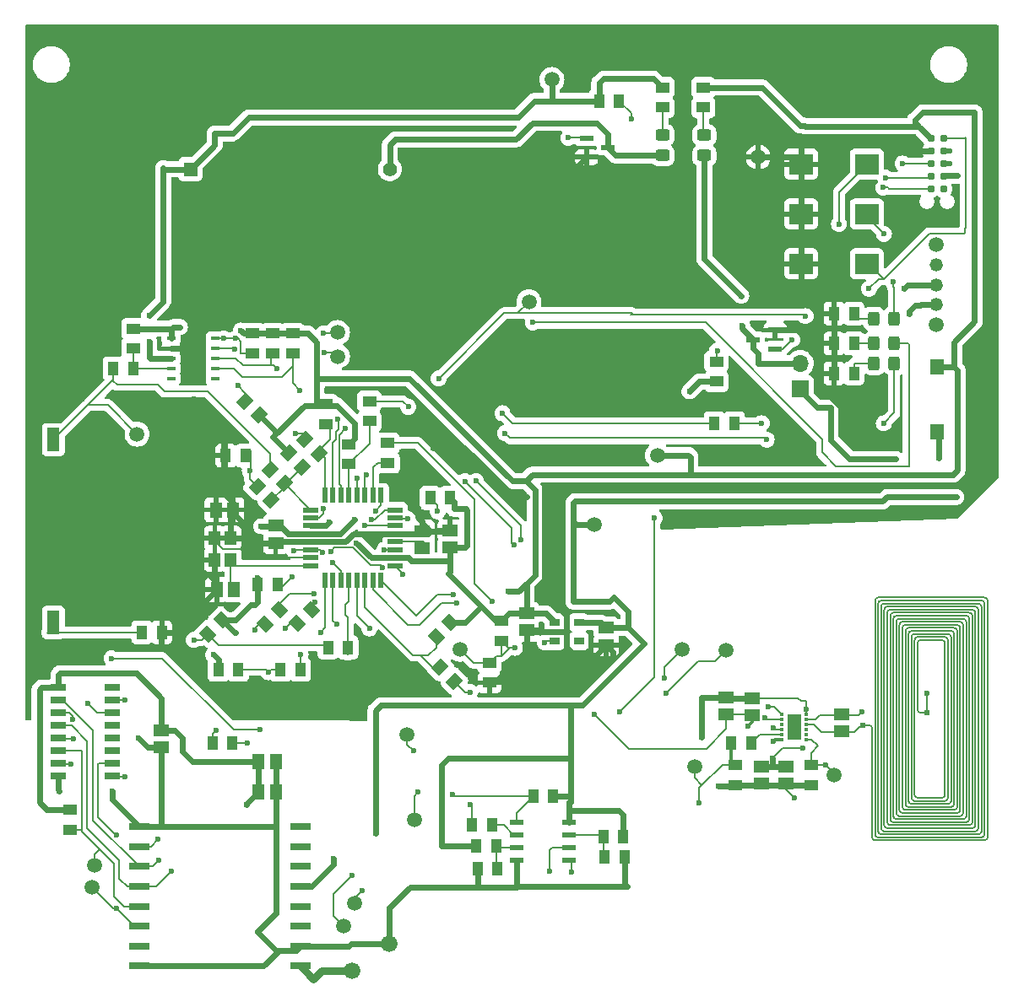
<source format=gbr>
%TF.GenerationSoftware,KiCad,Pcbnew,8.0.6*%
%TF.CreationDate,2024-11-20T13:36:43-05:00*%
%TF.ProjectId,wheel_counter,77686565-6c5f-4636-9f75-6e7465722e6b,rev?*%
%TF.SameCoordinates,Original*%
%TF.FileFunction,Copper,L1,Top*%
%TF.FilePolarity,Positive*%
%FSLAX46Y46*%
G04 Gerber Fmt 4.6, Leading zero omitted, Abs format (unit mm)*
G04 Created by KiCad (PCBNEW 8.0.6) date 2024-11-20 13:36:43*
%MOMM*%
%LPD*%
G01*
G04 APERTURE LIST*
G04 Aperture macros list*
%AMRoundRect*
0 Rectangle with rounded corners*
0 $1 Rounding radius*
0 $2 $3 $4 $5 $6 $7 $8 $9 X,Y pos of 4 corners*
0 Add a 4 corners polygon primitive as box body*
4,1,4,$2,$3,$4,$5,$6,$7,$8,$9,$2,$3,0*
0 Add four circle primitives for the rounded corners*
1,1,$1+$1,$2,$3*
1,1,$1+$1,$4,$5*
1,1,$1+$1,$6,$7*
1,1,$1+$1,$8,$9*
0 Add four rect primitives between the rounded corners*
20,1,$1+$1,$2,$3,$4,$5,0*
20,1,$1+$1,$4,$5,$6,$7,0*
20,1,$1+$1,$6,$7,$8,$9,0*
20,1,$1+$1,$8,$9,$2,$3,0*%
%AMRotRect*
0 Rectangle, with rotation*
0 The origin of the aperture is its center*
0 $1 length*
0 $2 width*
0 $3 Rotation angle, in degrees counterclockwise*
0 Add horizontal line*
21,1,$1,$2,0,0,$3*%
G04 Aperture macros list end*
%TA.AperFunction,EtchedComponent*%
%ADD10C,0.152400*%
%TD*%
%TA.AperFunction,ComponentPad*%
%ADD11C,1.320800*%
%TD*%
%TA.AperFunction,ComponentPad*%
%ADD12C,1.498600*%
%TD*%
%TA.AperFunction,SMDPad,CuDef*%
%ADD13R,0.875000X0.450000*%
%TD*%
%TA.AperFunction,SMDPad,CuDef*%
%ADD14R,0.355600X0.304800*%
%TD*%
%TA.AperFunction,SMDPad,CuDef*%
%ADD15R,1.447800X2.590800*%
%TD*%
%TA.AperFunction,SMDPad,CuDef*%
%ADD16R,1.000000X0.800000*%
%TD*%
%TA.AperFunction,SMDPad,CuDef*%
%ADD17R,1.000000X0.600000*%
%TD*%
%TA.AperFunction,ComponentPad*%
%ADD18R,1.400000X1.400000*%
%TD*%
%TA.AperFunction,ComponentPad*%
%ADD19C,1.400000*%
%TD*%
%TA.AperFunction,SMDPad,CuDef*%
%ADD20R,1.500000X0.600000*%
%TD*%
%TA.AperFunction,SMDPad,CuDef*%
%ADD21R,0.600000X1.500000*%
%TD*%
%TA.AperFunction,SMDPad,CuDef*%
%ADD22C,1.500000*%
%TD*%
%TA.AperFunction,SMDPad,CuDef*%
%ADD23R,1.500000X1.300000*%
%TD*%
%TA.AperFunction,SMDPad,CuDef*%
%ADD24RotRect,1.100000X1.400000X225.000000*%
%TD*%
%TA.AperFunction,SMDPad,CuDef*%
%ADD25RoundRect,0.250000X-0.325000X-0.450000X0.325000X-0.450000X0.325000X0.450000X-0.325000X0.450000X0*%
%TD*%
%TA.AperFunction,SMDPad,CuDef*%
%ADD26R,1.550000X0.650000*%
%TD*%
%TA.AperFunction,SMDPad,CuDef*%
%ADD27RotRect,1.100000X1.400000X135.000000*%
%TD*%
%TA.AperFunction,SMDPad,CuDef*%
%ADD28R,2.400000X2.100000*%
%TD*%
%TA.AperFunction,SMDPad,CuDef*%
%ADD29R,1.300000X2.340000*%
%TD*%
%TA.AperFunction,SMDPad,CuDef*%
%ADD30RotRect,1.100000X1.400000X315.000000*%
%TD*%
%TA.AperFunction,SMDPad,CuDef*%
%ADD31R,1.100000X1.400000*%
%TD*%
%TA.AperFunction,SMDPad,CuDef*%
%ADD32R,1.400000X1.100000*%
%TD*%
%TA.AperFunction,SMDPad,CuDef*%
%ADD33R,1.150000X1.400000*%
%TD*%
%TA.AperFunction,SMDPad,CuDef*%
%ADD34R,1.320800X0.558800*%
%TD*%
%TA.AperFunction,ComponentPad*%
%ADD35C,1.676400*%
%TD*%
%TA.AperFunction,SMDPad,CuDef*%
%ADD36R,1.300000X1.500000*%
%TD*%
%TA.AperFunction,SMDPad,CuDef*%
%ADD37R,1.400000X1.500000*%
%TD*%
%TA.AperFunction,SMDPad,CuDef*%
%ADD38R,1.400000X0.600000*%
%TD*%
%TA.AperFunction,SMDPad,CuDef*%
%ADD39R,2.000000X0.800000*%
%TD*%
%TA.AperFunction,SMDPad,CuDef*%
%ADD40RotRect,1.100000X1.400000X45.000000*%
%TD*%
%TA.AperFunction,SMDPad,CuDef*%
%ADD41RoundRect,0.250000X-0.450000X0.325000X-0.450000X-0.325000X0.450000X-0.325000X0.450000X0.325000X0*%
%TD*%
%TA.AperFunction,SMDPad,CuDef*%
%ADD42RoundRect,0.393700X0.000010X-0.000010X0.000010X0.000010X-0.000010X0.000010X-0.000010X-0.000010X0*%
%TD*%
%TA.AperFunction,SMDPad,CuDef*%
%ADD43RoundRect,0.393700X-0.000010X0.000010X-0.000010X-0.000010X0.000010X-0.000010X0.000010X0.000010X0*%
%TD*%
%TA.AperFunction,ComponentPad*%
%ADD44R,1.700000X1.700000*%
%TD*%
%TA.AperFunction,ComponentPad*%
%ADD45O,1.700000X1.700000*%
%TD*%
%TA.AperFunction,SMDPad,CuDef*%
%ADD46C,0.609600*%
%TD*%
%TA.AperFunction,ViaPad*%
%ADD47C,0.600000*%
%TD*%
%TA.AperFunction,Conductor*%
%ADD48C,0.600000*%
%TD*%
%TA.AperFunction,Conductor*%
%ADD49C,0.200000*%
%TD*%
%TA.AperFunction,Conductor*%
%ADD50C,0.800000*%
%TD*%
%TA.AperFunction,Conductor*%
%ADD51C,0.300000*%
%TD*%
G04 APERTURE END LIST*
D10*
%TO.C,ANT1*%
X133896000Y-134577600D02*
G75*
G02*
X133591200Y-134882400I-304800J0D01*
G01*
X133591200Y-134272800D02*
G75*
G02*
X133286400Y-134577600I-304800J0D01*
G01*
X133591200Y-110498400D02*
G75*
G02*
X133896000Y-110803200I-1J-304801D01*
G01*
X133286400Y-133968000D02*
G75*
G02*
X132981600Y-134272800I-304800J0D01*
G01*
X133286400Y-110803200D02*
G75*
G02*
X133591200Y-111108000I-1J-304801D01*
G01*
X132981600Y-133663200D02*
G75*
G02*
X132676800Y-133968000I-304800J0D01*
G01*
X132981600Y-111108000D02*
G75*
G02*
X133286400Y-111412800I-1J-304801D01*
G01*
X132676800Y-133358400D02*
G75*
G02*
X132372000Y-133663200I-304800J0D01*
G01*
X132676800Y-111412800D02*
G75*
G02*
X132981600Y-111717600I-1J-304801D01*
G01*
X132372000Y-133053600D02*
G75*
G02*
X132067200Y-133358400I-304800J0D01*
G01*
X132372000Y-111717600D02*
G75*
G02*
X132676800Y-112022400I-1J-304801D01*
G01*
X132067200Y-132748800D02*
G75*
G02*
X131762400Y-133053600I-304800J0D01*
G01*
X132067200Y-112022400D02*
G75*
G02*
X132372000Y-112327200I-1J-304801D01*
G01*
X131762400Y-132444000D02*
G75*
G02*
X131457600Y-132748800I-304800J0D01*
G01*
X131762400Y-112327200D02*
G75*
G02*
X132067200Y-112632000I-1J-304801D01*
G01*
X131457600Y-132139200D02*
G75*
G02*
X131152800Y-132444000I-304800J0D01*
G01*
X131457600Y-112632000D02*
G75*
G02*
X131762400Y-112936800I-1J-304801D01*
G01*
X131152800Y-131834400D02*
G75*
G02*
X130848000Y-132139200I-304800J0D01*
G01*
X131152800Y-112936800D02*
G75*
G02*
X131457600Y-113241600I-1J-304801D01*
G01*
X130848000Y-131529600D02*
G75*
G02*
X130543200Y-131834400I-304800J0D01*
G01*
X130848000Y-113241600D02*
G75*
G02*
X131152800Y-113546400I-1J-304801D01*
G01*
X130543200Y-131224800D02*
G75*
G02*
X130238400Y-131529600I-304800J0D01*
G01*
X130543200Y-113546400D02*
G75*
G02*
X130848000Y-113851200I-1J-304801D01*
G01*
X130238400Y-130920000D02*
G75*
G02*
X129933600Y-131224800I-304800J0D01*
G01*
X130238400Y-113851200D02*
G75*
G02*
X130543200Y-114156000I-1J-304801D01*
G01*
X129933600Y-130615200D02*
G75*
G02*
X129628800Y-130920000I-304800J0D01*
G01*
X129933600Y-114156000D02*
G75*
G02*
X130238400Y-114460800I-1J-304801D01*
G01*
X129628800Y-130310400D02*
G75*
G02*
X129324000Y-130615200I-304800J0D01*
G01*
X129628800Y-114460800D02*
G75*
G02*
X129933600Y-114765600I-1J-304801D01*
G01*
X129324000Y-114765600D02*
G75*
G02*
X129628800Y-115070400I-1J-304801D01*
G01*
X127190400Y-122080800D02*
G75*
G02*
X126885600Y-121776000I1J304801D01*
G01*
X126885600Y-130615200D02*
G75*
G02*
X126580800Y-130310400I0J304800D01*
G01*
X126885600Y-115070400D02*
G75*
G02*
X127190400Y-114765600I304801J-1D01*
G01*
X126580800Y-130920000D02*
G75*
G02*
X126276000Y-130615200I0J304800D01*
G01*
X126580800Y-114765600D02*
G75*
G02*
X126885600Y-114460800I304801J-1D01*
G01*
X126276000Y-131224800D02*
G75*
G02*
X125971200Y-130920000I0J304800D01*
G01*
X126276000Y-114460800D02*
G75*
G02*
X126580800Y-114156000I304801J-1D01*
G01*
X125971200Y-131529600D02*
G75*
G02*
X125666400Y-131224800I0J304800D01*
G01*
X125971200Y-114156000D02*
G75*
G02*
X126276000Y-113851200I304801J-1D01*
G01*
X125666400Y-131834400D02*
G75*
G02*
X125361600Y-131529600I0J304800D01*
G01*
X125666400Y-113851200D02*
G75*
G02*
X125971200Y-113546400I304801J-1D01*
G01*
X125361600Y-132139200D02*
G75*
G02*
X125056800Y-131834400I0J304800D01*
G01*
X125361600Y-113546400D02*
G75*
G02*
X125666400Y-113241600I304801J-1D01*
G01*
X125056800Y-132444000D02*
G75*
G02*
X124752000Y-132139200I0J304800D01*
G01*
X125056800Y-113241600D02*
G75*
G02*
X125361600Y-112936800I304801J-1D01*
G01*
X124752000Y-132748800D02*
G75*
G02*
X124447200Y-132444000I0J304800D01*
G01*
X124752000Y-112936800D02*
G75*
G02*
X125056800Y-112632000I304801J-1D01*
G01*
X124447200Y-133053600D02*
G75*
G02*
X124142400Y-132748800I0J304800D01*
G01*
X124447200Y-112632000D02*
G75*
G02*
X124752000Y-112327200I304801J-1D01*
G01*
X124142400Y-133358400D02*
G75*
G02*
X123837600Y-133053600I0J304800D01*
G01*
X124142400Y-112327200D02*
G75*
G02*
X124447200Y-112022400I304801J-1D01*
G01*
X123837600Y-133663200D02*
G75*
G02*
X123532800Y-133358400I0J304800D01*
G01*
X123837600Y-112022400D02*
G75*
G02*
X124142400Y-111717600I304801J-1D01*
G01*
X123532800Y-133968000D02*
G75*
G02*
X123228000Y-133663200I0J304800D01*
G01*
X123532800Y-111717600D02*
G75*
G02*
X123837600Y-111412800I304801J-1D01*
G01*
X123228000Y-134272800D02*
G75*
G02*
X122923200Y-133968000I0J304800D01*
G01*
X123228000Y-111412800D02*
G75*
G02*
X123532800Y-111108000I304801J-1D01*
G01*
X122923200Y-134577600D02*
G75*
G02*
X122618400Y-134272800I0J304800D01*
G01*
X122923200Y-111108000D02*
G75*
G02*
X123228000Y-110803200I304801J-1D01*
G01*
X122618400Y-134882400D02*
G75*
G02*
X122313600Y-134577600I0J304800D01*
G01*
X122618400Y-110803200D02*
G75*
G02*
X122923200Y-110498400I304801J-1D01*
G01*
X122008800Y-123300000D02*
G75*
G02*
X122313600Y-123604800I0J-304800D01*
G01*
X133896000Y-110803200D02*
X133896000Y-134577600D01*
X133591200Y-134882400D02*
X122618400Y-134882400D01*
X133591200Y-111108000D02*
X133591200Y-134272800D01*
X133286400Y-134577600D02*
X122923200Y-134577600D01*
X133286400Y-133968000D02*
X133286400Y-111412800D01*
X132981600Y-133663200D02*
X132981600Y-111717600D01*
X132981600Y-111108000D02*
X123532800Y-111108000D01*
X132676800Y-133358400D02*
X132676800Y-112022400D01*
X132676800Y-111412800D02*
X123837600Y-111412800D01*
X132372000Y-133053600D02*
X132372000Y-112327200D01*
X132372000Y-111717600D02*
X124142400Y-111717600D01*
X132067200Y-132748800D02*
X132067200Y-112632000D01*
X132067200Y-112022400D02*
X124447200Y-112022400D01*
X131762400Y-132444000D02*
X131762400Y-112936800D01*
X131762400Y-112327200D02*
X124752000Y-112327200D01*
X131457600Y-132139200D02*
X131457600Y-113241600D01*
X131457600Y-112632000D02*
X125056800Y-112632000D01*
X131152800Y-131834400D02*
X131152800Y-113546400D01*
X131152800Y-112936800D02*
X125361600Y-112936800D01*
X130848000Y-131529600D02*
X130848000Y-113851200D01*
X130848000Y-113241600D02*
X125666400Y-113241600D01*
X130543200Y-131224800D02*
X130543200Y-114156000D01*
X130543200Y-113546400D02*
X125971200Y-113546400D01*
X130238400Y-130920000D02*
X130238400Y-114460800D01*
X130238400Y-113851200D02*
X126276000Y-113851200D01*
X129933600Y-130615200D02*
X129933600Y-114765600D01*
X129933600Y-114156000D02*
X126580800Y-114156000D01*
X129628800Y-130310400D02*
X129628800Y-115070400D01*
X129628800Y-114460800D02*
X126885600Y-114460800D01*
X129324000Y-114765600D02*
X127190400Y-114765600D01*
X127190400Y-122080800D02*
X127800000Y-122080800D01*
X126885600Y-130615200D02*
X129324000Y-130615200D01*
X126885600Y-115070400D02*
X126885600Y-121776000D01*
X126580800Y-130920000D02*
X129628800Y-130920000D01*
X126580800Y-114765600D02*
X126580800Y-130310400D01*
X126276000Y-131224800D02*
X129933600Y-131224800D01*
X126276000Y-114460800D02*
X126276000Y-130615200D01*
X125971200Y-131529600D02*
X130238400Y-131529600D01*
X125971200Y-114156000D02*
X125971200Y-130920000D01*
X125666400Y-131834400D02*
X130543200Y-131834400D01*
X125666400Y-113851200D02*
X125666400Y-131224800D01*
X125361600Y-132139200D02*
X130848000Y-132139200D01*
X125361600Y-113546400D02*
X125361600Y-131529600D01*
X125056800Y-132444000D02*
X131152800Y-132444000D01*
X125056800Y-113241600D02*
X125056800Y-131834400D01*
X124752000Y-132748800D02*
X131457600Y-132748800D01*
X124752000Y-112936800D02*
X124752000Y-132139200D01*
X124447200Y-133053600D02*
X131762400Y-133053600D01*
X124447200Y-112632000D02*
X124447200Y-132444000D01*
X124142400Y-133358400D02*
X132067200Y-133358400D01*
X124142400Y-112327200D02*
X124142400Y-132748800D01*
X123837600Y-133663200D02*
X132372000Y-133663200D01*
X123837600Y-112022400D02*
X123837600Y-133053600D01*
X123532800Y-133968000D02*
X132676800Y-133968000D01*
X123532800Y-111717600D02*
X123532800Y-133358400D01*
X123228000Y-134272800D02*
X132981600Y-134272800D01*
X123228000Y-111412800D02*
X123228000Y-133663200D01*
X123228000Y-110803200D02*
X133286400Y-110803200D01*
X122923200Y-111108000D02*
X122923200Y-133968000D01*
X122923200Y-110498400D02*
X133591200Y-110498400D01*
X122618400Y-134272800D02*
X122618400Y-110803200D01*
X122313600Y-134577600D02*
X122313600Y-123604800D01*
X121399200Y-123300000D02*
X122008800Y-123300000D01*
%TD*%
D11*
%TO.P,TOGGLE_SWITCH1,1,1*%
%TO.N,/VPOSTV*%
X128750000Y-81100000D03*
%TO.P,TOGGLE_SWITCH1,2,2*%
%TO.N,/VPREV*%
X128750000Y-79100000D03*
%TO.P,TOGGLE_SWITCH1,3,3*%
%TO.N,unconnected-(TOGGLE_SWITCH1-Pad3)*%
X128750000Y-77099999D03*
D12*
%TO.P,TOGGLE_SWITCH1,4*%
%TO.N,N/C*%
X128750000Y-83100000D03*
%TO.P,TOGGLE_SWITCH1,5*%
X128750000Y-75100000D03*
%TD*%
D13*
%TO.P,RTC1,1,VCC*%
%TO.N,VCC*%
X52000000Y-84500000D03*
%TO.P,RTC1,2,GND*%
%TO.N,GND*%
X52000000Y-85500000D03*
%TO.P,RTC1,3,VBAT*%
%TO.N,VBAT*%
X52000000Y-86500000D03*
%TO.P,RTC1,4,DIN*%
%TO.N,Net-(RTC1-DIN)*%
X52000000Y-87500000D03*
%TO.P,RTC1,5,NC_1*%
%TO.N,unconnected-(RTC1-NC_1-Pad5)*%
X52000000Y-88500000D03*
%TO.P,RTC1,6,NC_2*%
%TO.N,unconnected-(RTC1-NC_2-Pad6)*%
X56424000Y-88500000D03*
%TO.P,RTC1,7,SDA*%
%TO.N,SDA*%
X56424000Y-87500000D03*
%TO.P,RTC1,8,SCL*%
%TO.N,SCL*%
X56424000Y-86500000D03*
%TO.P,RTC1,9,~{INTB}/CLKOUT*%
%TO.N,INT_MINUTE*%
X56424000Y-85500000D03*
%TO.P,RTC1,10,~{INTA}/CLKIN*%
%TO.N,INT_TRIG*%
X56424000Y-84500000D03*
%TD*%
D14*
%TO.P,RFID1,1,LPD*%
%TO.N,LPD*%
X115719200Y-124750315D03*
%TO.P,RFID1,2,NC*%
%TO.N,unconnected-(RFID1-NC-Pad2)*%
X115719200Y-124250189D03*
%TO.P,RFID1,3,V_EH*%
%TO.N,unconnected-(RFID1-V_EH-Pad3)*%
X115719200Y-123750063D03*
%TO.P,RFID1,4,AC0*%
%TO.N,ANT1*%
X115719200Y-123249937D03*
%TO.P,RFID1,5,AC1*%
%TO.N,ANT2*%
X115719200Y-122749811D03*
%TO.P,RFID1,6,VSS*%
%TO.N,GND*%
X115719200Y-122249685D03*
%TO.P,RFID1,7,SDA*%
%TO.N,SDA*%
X113280800Y-122249685D03*
%TO.P,RFID1,8,SCL*%
%TO.N,SCL*%
X113280800Y-122749811D03*
%TO.P,RFID1,9,NC*%
%TO.N,unconnected-(RFID1-NC-Pad9)*%
X113280800Y-123249937D03*
%TO.P,RFID1,10,VDCG*%
%TO.N,VCC*%
X113280800Y-123750063D03*
%TO.P,RFID1,11,GPO(CMOS)*%
%TO.N,Net-(RFID1-GPO(CMOS))*%
X113280800Y-124250189D03*
%TO.P,RFID1,12,VCC*%
%TO.N,VCC_RFID*%
X113280800Y-124750315D03*
D15*
%TO.P,RFID1,13,EPAD*%
%TO.N,unconnected-(RFID1-EPAD-Pad13)*%
X114500000Y-123500000D03*
%TD*%
D16*
%TO.P,LDOReg1,1,VIN*%
%TO.N,VCC*%
X90500000Y-113000000D03*
D17*
%TO.P,LDOReg1,2,GND*%
%TO.N,GND*%
X90500000Y-113950000D03*
D16*
%TO.P,LDOReg1,3,CONTROL*%
%TO.N,AVR_CTRL*%
X90500000Y-114900000D03*
%TO.P,LDOReg1,4,NC*%
%TO.N,unconnected-(LDOReg1-NC-Pad4)*%
X92900000Y-114900000D03*
%TO.P,LDOReg1,5,VOUT*%
%TO.N,3V3*%
X92900000Y-113000000D03*
%TD*%
D18*
%TO.P,CoinCell1,1,+*%
%TO.N,VBAT*%
X53950000Y-67500000D03*
D19*
%TO.P,CoinCell1,2,-*%
%TO.N,GND-RTC-BAT*%
X73950000Y-67500000D03*
%TD*%
D20*
%TO.P,328pb1,1,(OC2B/INT1/PTCXY)_PD3*%
%TO.N,Net-(328pb1-(OC2B{slash}INT1{slash}PTCXY)_PD3)*%
X66000000Y-101700000D03*
%TO.P,328pb1,2,(XCK0/T0/PTCXY)_PD4*%
%TO.N,Net-(328pb1-(XCK0{slash}T0{slash}PTCXY)_PD4)*%
X66000000Y-102500000D03*
%TO.P,328pb1,3,(SDA1/ICP4/ACO/PTCXY)_PE0*%
%TO.N,VCC_RFID*%
X66000000Y-103300000D03*
%TO.P,328pb1,4,VCC*%
%TO.N,VCC*%
X66000000Y-104100000D03*
%TO.P,328pb1,5,GND_1*%
%TO.N,GND*%
X66000000Y-104900000D03*
%TO.P,328pb1,6,(SCL1/T4/PTCXY)_PE1*%
%TO.N,PE1*%
X66000000Y-105700000D03*
%TO.P,328pb1,7,(XTAL1/TOSC1)_PB6*%
%TO.N,GND*%
X66000000Y-106500000D03*
%TO.P,328pb1,8,(XTAL2/TOSC2)_PB7*%
%TO.N,Net-(328pb1-(XTAL2{slash}TOSC2)_PB7)*%
X66000000Y-107300000D03*
D21*
%TO.P,328pb1,9,(OC0B/T1/PTCXY)_PD5*%
%TO.N,LPD*%
X67450000Y-108750000D03*
%TO.P,328pb1,10,(OC0A/PTCXY/AIN0)_PD6*%
%TO.N,Net-(328pb1-(OC0A{slash}PTCXY{slash}AIN0)_PD6)*%
X68250000Y-108750000D03*
%TO.P,328pb1,11,(PTCXY/AIN1)_PD7*%
%TO.N,Net-(328pb1-(PTCXY{slash}AIN1)_PD7)*%
X69050000Y-108750000D03*
%TO.P,328pb1,12,(ICP1/CLKO/PTCXY)_PB0*%
%TO.N,Net-(328pb1-(ICP1{slash}CLKO{slash}PTCXY)_PB0)*%
X69850000Y-108750000D03*
%TO.P,328pb1,13,(OC1A/PTCXY)_PB1*%
%TO.N,GPO*%
X70650000Y-108750000D03*
%TO.P,328pb1,14,(~{SS0}/OC1B/PTCXY)_PB2*%
%TO.N,PB2*%
X71450000Y-108750000D03*
%TO.P,328pb1,15,(MOSI0/TXD1/OC2A/PTCXY)_PB3*%
%TO.N,MOSI*%
X72250000Y-108750000D03*
%TO.P,328pb1,16,(MISO0/RXD1/PTCXY)_PB4*%
%TO.N,MISO*%
X73050000Y-108750000D03*
D20*
%TO.P,328pb1,17,PB5_(PTCXY/XCK1/SCK0)*%
%TO.N,SCK*%
X74500000Y-107300000D03*
%TO.P,328pb1,18,AVCC*%
%TO.N,VCC*%
X74500000Y-106500000D03*
%TO.P,328pb1,19,PE2_(ADC6/PTCY/ICP3/~{SS1})*%
%TO.N,Net-(328pb1-PE2_(ADC6{slash}PTCY{slash}ICP3{slash}~{SS1}))*%
X74500000Y-105700000D03*
%TO.P,328pb1,20,AREF*%
%TO.N,Net-(328pb1-AREF)*%
X74500000Y-104900000D03*
%TO.P,328pb1,21,GND_2*%
%TO.N,GND*%
X74500000Y-104100000D03*
%TO.P,328pb1,22,PE3_(ADC7/PTCY/T3/MOSI1)*%
%TO.N,Net-(328pb1-PE3_(ADC7{slash}PTCY{slash}T3{slash}MOSI1))*%
X74500000Y-103300000D03*
%TO.P,328pb1,23,PC0_(ADC0/PTCY/MISO1)*%
%TO.N,MISO_RFM69*%
X74500000Y-102500000D03*
%TO.P,328pb1,24,PC1_(ADC1/PTCY/SCK1)*%
%TO.N,Net-(328pb1-PC1_(ADC1{slash}PTCY{slash}SCK1))*%
X74500000Y-101700000D03*
D21*
%TO.P,328pb1,25,PC2_(ADC2/PTCY)*%
%TO.N,RST_RFM69*%
X73050000Y-100250000D03*
%TO.P,328pb1,26,PC3_(ADC3/PTCY)*%
%TO.N,Net-(328pb1-PC3_(ADC3{slash}PTCY))*%
X72250000Y-100250000D03*
%TO.P,328pb1,27,PC4_(ADC4/PTCY/SDA0)*%
%TO.N,SDA*%
X71450000Y-100250000D03*
%TO.P,328pb1,28,PC5_(ADC5/PTCY/SCL0)*%
%TO.N,SCL*%
X70650000Y-100250000D03*
%TO.P,328pb1,29,PC6_(~{RESET})*%
%TO.N,Net-(328pb1-PC6_(~{RESET}))*%
X69850000Y-100250000D03*
%TO.P,328pb1,30,PD0_(PTCXY/OC3A/RXD0)*%
%TO.N,RX*%
X69050000Y-100250000D03*
%TO.P,328pb1,31,PD1_(PTCXY/OC4A/TXD0)*%
%TO.N,TX*%
X68250000Y-100250000D03*
%TO.P,328pb1,32,PD2_(PTCXY/INT0/OC3B/OC4B)*%
%TO.N,Net-(328pb1-PD2_(PTCXY{slash}INT0{slash}OC3B{slash}OC4B))*%
X67450000Y-100250000D03*
%TD*%
D22*
%TO.P,VCC_1,1,1*%
%TO.N,VCC*%
X100800000Y-96200000D03*
%TD*%
%TO.P,VBAT_1,1,1*%
%TO.N,VBAT*%
X90200000Y-58500000D03*
%TD*%
%TO.P,GND_1,1,1*%
%TO.N,GND*%
X110900000Y-66300000D03*
%TD*%
D23*
%TO.P,C_LDO_VCC1,1,1*%
%TO.N,VCC*%
X87650000Y-112100000D03*
%TO.P,C_LDO_VCC1,2,2*%
%TO.N,GND*%
X87650000Y-113800000D03*
%TD*%
D22*
%TO.P,GPO_1,1,1*%
%TO.N,GPO*%
X104500000Y-127500000D03*
%TD*%
D24*
%TO.P,R_MOSI1,1,1*%
%TO.N,Net-(328pb1-PE3_(ADC7{slash}PTCY{slash}T3{slash}MOSI1))*%
X62865000Y-111760000D03*
%TO.P,R_MOSI1,2,2*%
%TO.N,MOSI_RFM69*%
X61450786Y-113174214D03*
%TD*%
D25*
%TO.P,LED2,1,K*%
%TO.N,Net-(LED2-K)*%
X122475000Y-82500000D03*
%TO.P,LED2,2,A*%
%TO.N,Net-(328pb1-(OC0A{slash}PTCXY{slash}AIN0)_PD6)*%
X124525000Y-82500000D03*
%TD*%
D26*
%TO.P,HexBuf1,1,VCC*%
%TO.N,3V3*%
X40700000Y-119550000D03*
%TO.P,HexBuf1,2,1Y*%
%TO.N,MOSI_3V3*%
X40700000Y-120820000D03*
%TO.P,HexBuf1,3,1A*%
%TO.N,MOSI_RFM69*%
X40700000Y-122090000D03*
%TO.P,HexBuf1,4,2Y*%
%TO.N,SCK_3V3*%
X40700000Y-123360000D03*
%TO.P,HexBuf1,5,2A*%
%TO.N,SCK_RFM69*%
X40700000Y-124630000D03*
%TO.P,HexBuf1,6,3Y*%
%TO.N,CS_3V3*%
X40700000Y-125900000D03*
%TO.P,HexBuf1,7,3A*%
%TO.N,CS_RFM69*%
X40700000Y-127170000D03*
%TO.P,HexBuf1,8,GND*%
%TO.N,GND*%
X40700000Y-128440000D03*
%TO.P,HexBuf1,9,4A*%
%TO.N,RST_RFM69*%
X46150000Y-128440000D03*
%TO.P,HexBuf1,10,4Y*%
%TO.N,RST_3V3*%
X46150000Y-127170000D03*
%TO.P,HexBuf1,11,5A*%
%TO.N,unconnected-(HexBuf1-5A-Pad11)*%
X46150000Y-125900000D03*
%TO.P,HexBuf1,12,5Y*%
%TO.N,unconnected-(HexBuf1-5Y-Pad12)*%
X46150000Y-124630000D03*
%TO.P,HexBuf1,13,NC_1*%
%TO.N,unconnected-(HexBuf1-NC_1-Pad13)*%
X46150000Y-123360000D03*
%TO.P,HexBuf1,14,6A*%
%TO.N,CS_SPI_FLASH*%
X46150000Y-122090000D03*
%TO.P,HexBuf1,15,6Y*%
%TO.N,CS_SPI_FLASH_3V3*%
X46150000Y-120820000D03*
%TO.P,HexBuf1,16,NC_2*%
%TO.N,unconnected-(HexBuf1-NC_2-Pad16)*%
X46150000Y-119550000D03*
%TD*%
D27*
%TO.P,R_PD3_UP1,1,1*%
%TO.N,Net-(328pb1-(OC2B{slash}INT1{slash}PTCXY)_PD3)*%
X65207107Y-97407107D03*
%TO.P,R_PD3_UP1,2,2*%
%TO.N,VCC*%
X63792893Y-95992893D03*
%TD*%
D28*
%TO.P,RST_SWITCH1,1,COM*%
%TO.N,RST*%
X121800000Y-77000000D03*
%TO.P,RST_SWITCH1,2,NO*%
%TO.N,GND*%
X115200000Y-77000000D03*
%TD*%
D29*
%TO.P,Reed1,1,1*%
%TO.N,Net-(R_REED_GND1-Pad2)*%
X40200000Y-113000000D03*
%TO.P,Reed1,2,2*%
%TO.N,REED_OUT*%
X40200000Y-94660000D03*
%TD*%
D23*
%TO.P,C_74HC1,1,1*%
%TO.N,3V3*%
X51050000Y-123850000D03*
%TO.P,C_74HC1,2,2*%
%TO.N,GND*%
X51050000Y-125550000D03*
%TD*%
D30*
%TO.P,R_INT_PD2,1,1*%
%TO.N,INT_MINUTE*%
X65450000Y-94650000D03*
%TO.P,R_INT_PD2,2,2*%
%TO.N,Net-(328pb1-PD2_(PTCXY{slash}INT0{slash}OC3B{slash}OC4B))*%
X66864214Y-96064214D03*
%TD*%
D31*
%TO.P,R_CS_RFM1,1,1*%
%TO.N,CS_RFM69*%
X58750000Y-117750000D03*
%TO.P,R_CS_RFM1,2,2*%
%TO.N,VCC*%
X56750000Y-117750000D03*
%TD*%
D32*
%TO.P,R_PD2_PUP1,1,1*%
%TO.N,Net-(328pb1-PD2_(PTCXY{slash}INT0{slash}OC3B{slash}OC4B))*%
X67550000Y-93100000D03*
%TO.P,R_PD2_PUP1,2,2*%
%TO.N,VCC*%
X67550000Y-91100000D03*
%TD*%
D31*
%TO.P,R_WP1,1,1*%
%TO.N,SPI_WP*%
X84600000Y-135400000D03*
%TO.P,R_WP1,2,2*%
%TO.N,3V3*%
X82600000Y-135400000D03*
%TD*%
D22*
%TO.P,RFM_RST_1,1,1*%
%TO.N,RST_3V3*%
X44100000Y-139600000D03*
%TD*%
D32*
%TO.P,R_RST1,1,1*%
%TO.N,RST*%
X71900000Y-90800000D03*
%TO.P,R_RST1,2,2*%
%TO.N,Net-(328pb1-PC6_(~{RESET}))*%
X71900000Y-92800000D03*
%TD*%
D31*
%TO.P,R_PE1_PUP1,1,1*%
%TO.N,PE1*%
X62700000Y-109220000D03*
%TO.P,R_PE1_PUP1,2,2*%
%TO.N,VCC*%
X60700000Y-109220000D03*
%TD*%
D33*
%TO.P,Y1,1,1*%
%TO.N,GND*%
X56400000Y-104500000D03*
%TO.P,Y1,2,GND*%
X56400000Y-106700000D03*
%TO.P,Y1,3,2*%
%TO.N,Net-(328pb1-(XTAL2{slash}TOSC2)_PB7)*%
X58000000Y-106700000D03*
%TO.P,Y1,4,GND*%
%TO.N,GND*%
X58000000Y-104500000D03*
%TD*%
D22*
%TO.P,INT_TRIG_1,1,1*%
%TO.N,INT_TRIG*%
X68700000Y-83900000D03*
%TD*%
%TO.P,3V3_1,1,1*%
%TO.N,3V3*%
X94500000Y-103200000D03*
%TD*%
D34*
%TO.P,U3,1,G*%
%TO.N,Net-(U3-G)*%
X93661700Y-64414100D03*
%TO.P,U3,2,S*%
%TO.N,GND*%
X93661700Y-66293700D03*
%TO.P,U3,3,D*%
%TO.N,GND-RTC-BAT*%
X95846100Y-65353900D03*
%TD*%
D35*
%TO.P,JP2,1,1*%
%TO.N,GND*%
X73900000Y-145300000D03*
%TD*%
%TO.P,JP1,1,1*%
%TO.N,Net-(U1-ANT)*%
X70200000Y-148000000D03*
%TD*%
D28*
%TO.P,STAYAWAKE_SW1,1,COM*%
%TO.N,Net-(STAYAWAKE_SW1-COM)*%
X121800000Y-72000000D03*
%TO.P,STAYAWAKE_SW1,2,NO*%
%TO.N,GND*%
X115200000Y-72000000D03*
%TD*%
D31*
%TO.P,R_MISO_RFM1,1,1*%
%TO.N,MISO_RFM69*%
X56150000Y-125095000D03*
%TO.P,R_MISO_RFM1,2,2*%
%TO.N,Net-(U1-MISO)*%
X58150000Y-125095000D03*
%TD*%
D36*
%TO.P,C_RFM69_0.1,1,1*%
%TO.N,3V3*%
X60800000Y-130050000D03*
%TO.P,C_RFM69_0.1,2,2*%
%TO.N,GND*%
X62500000Y-130050000D03*
%TD*%
D32*
%TO.P,R_PULL_UP_TRIG1,1,1*%
%TO.N,VCC*%
X60200000Y-84000000D03*
%TO.P,R_PULL_UP_TRIG1,2,2*%
%TO.N,INT_TRIG*%
X60200000Y-86000000D03*
%TD*%
D22*
%TO.P,INT_MIN_1,1,1*%
%TO.N,INT_MINUTE*%
X68700000Y-86300000D03*
%TD*%
D32*
%TO.P,R_LDO_UP1,1,1*%
%TO.N,AVR_CTRL*%
X85150000Y-114862500D03*
%TO.P,R_LDO_UP1,2,2*%
%TO.N,VCC*%
X85150000Y-112862500D03*
%TD*%
D36*
%TO.P,C_XTAL1,1,1*%
%TO.N,GND*%
X56500000Y-101700000D03*
%TO.P,C_XTAL1,2,2*%
X58200000Y-101700000D03*
%TD*%
D31*
%TO.P,R_PE1,1,1*%
%TO.N,Net-(STAYAWAKE_SW1-COM)*%
X108500000Y-93000000D03*
%TO.P,R_PE1,2,2*%
%TO.N,PE1*%
X106500000Y-93000000D03*
%TD*%
D23*
%TO.P,C_RFID_0.2,1,1*%
%TO.N,VCC*%
X113700000Y-129150000D03*
%TO.P,C_RFID_0.2,2,2*%
%TO.N,GND*%
X113700000Y-127450000D03*
%TD*%
D24*
%TO.P,R_CS_SPI4,1,1*%
%TO.N,VCC*%
X80000000Y-113000000D03*
%TO.P,R_CS_SPI4,2,2*%
%TO.N,PB2*%
X78585786Y-114414214D03*
%TD*%
D22*
%TO.P,MOSI_1,1,1*%
%TO.N,MOSI_3V3*%
X69300000Y-143500000D03*
%TD*%
D34*
%TO.P,U2,1,G*%
%TO.N,Net-(U2-G)*%
X112592200Y-85539800D03*
%TO.P,U2,2,S*%
%TO.N,GND*%
X112592200Y-83660200D03*
%TO.P,U2,3,D*%
%TO.N,GND-BAT*%
X110407800Y-84600000D03*
%TD*%
D23*
%TO.P,C_328pb_AREF1,1,1*%
%TO.N,GND*%
X77200000Y-103850000D03*
%TO.P,C_328pb_AREF1,2,2*%
%TO.N,Net-(328pb1-AREF)*%
X77200000Y-105550000D03*
%TD*%
D24*
%TO.P,R_SCK1,1,1*%
%TO.N,Net-(328pb1-PC1_(ADC1{slash}PTCY{slash}SCK1))*%
X66112107Y-111687893D03*
%TO.P,R_SCK1,2,2*%
%TO.N,SCK_RFM69*%
X64697893Y-113102107D03*
%TD*%
D32*
%TO.P,R_LPD1,1,1*%
%TO.N,LPD*%
X116200000Y-127300000D03*
%TO.P,R_LPD1,2,2*%
%TO.N,VCC*%
X116200000Y-129300000D03*
%TD*%
D37*
%TO.P,POWER_CYCLE_SWITCH1,1*%
%TO.N,/VPOSTV*%
X128800000Y-93850000D03*
%TO.P,POWER_CYCLE_SWITCH1,2*%
%TO.N,VCC*%
X128800000Y-87350000D03*
%TD*%
D31*
%TO.P,R_LED2,1,1*%
%TO.N,Net-(LED2-K)*%
X120500000Y-82000000D03*
%TO.P,R_LED2,2,2*%
%TO.N,GND*%
X118500000Y-82000000D03*
%TD*%
D32*
%TO.P,R_RTC_PUP_DIN1,1,1*%
%TO.N,Net-(RTC1-DIN)*%
X48212000Y-85500000D03*
%TO.P,R_RTC_PUP_DIN1,2,2*%
%TO.N,VCC*%
X48212000Y-83500000D03*
%TD*%
%TO.P,R_GPO1,1,1*%
%TO.N,GPO*%
X108600000Y-127300000D03*
%TO.P,R_GPO1,2,2*%
%TO.N,VCC*%
X108600000Y-129300000D03*
%TD*%
D23*
%TO.P,C_RFID_0.1,1,1*%
%TO.N,VCC_RFID*%
X107700000Y-122200000D03*
%TO.P,C_RFID_0.1,2,2*%
%TO.N,GND*%
X107700000Y-120500000D03*
%TD*%
D22*
%TO.P,RST_1,1,1*%
%TO.N,RST*%
X87900000Y-80800000D03*
%TD*%
D23*
%TO.P,C_RFID_1,1,1*%
%TO.N,VCC_RFID*%
X110300000Y-122300000D03*
%TO.P,C_RFID_1,2,2*%
%TO.N,GND*%
X110300000Y-120600000D03*
%TD*%
D22*
%TO.P,MISO_1,1,1*%
%TO.N,MISO_RFM69*%
X75700000Y-124300000D03*
%TD*%
D23*
%TO.P,C_RFID_3,1,1*%
%TO.N,ANT2*%
X119300000Y-122200000D03*
%TO.P,C_RFID_3,2,2*%
%TO.N,ANT1*%
X119300000Y-123900000D03*
%TD*%
D22*
%TO.P,SCK_1,1,1*%
%TO.N,SCK_3V3*%
X70400000Y-141200000D03*
%TD*%
D31*
%TO.P,R_LED1,1,1*%
%TO.N,Net-(LED1-K)*%
X120500000Y-88000000D03*
%TO.P,R_LED1,2,2*%
%TO.N,GND*%
X118500000Y-88000000D03*
%TD*%
D32*
%TO.P,R_PULL_UP_SDA1,1,1*%
%TO.N,VCC*%
X64200000Y-84000000D03*
%TO.P,R_PULL_UP_SDA1,2,2*%
%TO.N,SDA*%
X64200000Y-86000000D03*
%TD*%
D31*
%TO.P,R_RST_RFM1,1,1*%
%TO.N,RST_RFM69*%
X78000000Y-100500000D03*
%TO.P,R_RST_RFM1,2,2*%
%TO.N,VCC*%
X80000000Y-100500000D03*
%TD*%
D38*
%TO.P,SPI-FLASH1,\u002ACS,\u002ACS*%
%TO.N,CS_SPI_FLASH_3V3*%
X86650000Y-133060000D03*
%TO.P,SPI-FLASH1,\u002AHOLD,\u002AHOLD*%
%TO.N,SPI_HOLD*%
X91950000Y-134330000D03*
%TO.P,SPI-FLASH1,\u002AWP,\u002AWP*%
%TO.N,SPI_WP*%
X86650000Y-135600000D03*
%TO.P,SPI-FLASH1,GND,GND*%
%TO.N,GND*%
X86650000Y-136870000D03*
%TO.P,SPI-FLASH1,MISO,MISO*%
%TO.N,Net-(R_MISO_SPI1-Pad2)*%
X86650000Y-134330000D03*
%TO.P,SPI-FLASH1,MOSI,MOSI*%
%TO.N,MOSI_3V3*%
X91950000Y-136870000D03*
%TO.P,SPI-FLASH1,SCK,SCK*%
%TO.N,SCK_3V3*%
X91950000Y-135600000D03*
%TO.P,SPI-FLASH1,Vcc,Vcc*%
%TO.N,3V3*%
X91950000Y-133060000D03*
%TD*%
D22*
%TO.P,REED_1,1,1*%
%TO.N,REED_OUT*%
X48600000Y-94100000D03*
%TD*%
D30*
%TO.P,R_TRIG_PD3,1,1*%
%TO.N,INT_TRIG*%
X60647658Y-99347658D03*
%TO.P,R_TRIG_PD3,2,2*%
%TO.N,Net-(328pb1-(OC2B{slash}INT1{slash}PTCXY)_PD3)*%
X62061872Y-100761872D03*
%TD*%
D22*
%TO.P,LDO_CTRL_1,1,1*%
%TO.N,AVR_CTRL*%
X81000000Y-115700000D03*
%TD*%
D39*
%TO.P,U1,1P,ANT*%
%TO.N,Net-(U1-ANT)*%
X65000000Y-147500000D03*
%TO.P,U1,2P,GND@1*%
%TO.N,GND*%
X65000000Y-145500000D03*
%TO.P,U1,3P,DIO3*%
%TO.N,DIO3*%
X65000000Y-143500000D03*
%TO.P,U1,4P,DIO4*%
%TO.N,DIO4*%
X65000000Y-141500000D03*
%TO.P,U1,5P,VDD*%
%TO.N,3V3*%
X65000000Y-139500000D03*
%TO.P,U1,6P,DIO0*%
%TO.N,DIO0*%
X65000000Y-137500000D03*
%TO.P,U1,7P,DIO1*%
%TO.N,DIO1*%
X65000000Y-135500000D03*
%TO.P,U1,8P,DIO2*%
%TO.N,DIO2*%
X65000000Y-133500000D03*
%TO.P,U1,9P,GND@2*%
%TO.N,GND*%
X48800000Y-133500000D03*
%TO.P,U1,10P,MISO*%
%TO.N,Net-(U1-MISO)*%
X48800000Y-135500000D03*
%TO.P,U1,11P,MOSI*%
%TO.N,MOSI_3V3*%
X48800000Y-137500000D03*
%TO.P,U1,12P,SCK*%
%TO.N,SCK_3V3*%
X48800000Y-139500000D03*
%TO.P,U1,13P,NSS*%
%TO.N,CS_3V3*%
X48800000Y-141500000D03*
%TO.P,U1,14P,RESET*%
%TO.N,RST_3V3*%
X48800000Y-143500000D03*
%TO.P,U1,15P,DIO5*%
%TO.N,DIO5*%
X48800000Y-145500000D03*
%TO.P,U1,16P,GND@3*%
%TO.N,GND*%
X48800000Y-147500000D03*
%TD*%
D40*
%TO.P,R_CS_SPI2,1,1*%
%TO.N,CS_SPI_FLASH*%
X55692893Y-114157107D03*
%TO.P,R_CS_SPI2,2,2*%
%TO.N,VCC*%
X57107107Y-112742893D03*
%TD*%
D27*
%TO.P,R_PUP_INT_MIN1,1,1*%
%TO.N,VCC*%
X60857107Y-92207107D03*
%TO.P,R_PUP_INT_MIN1,2,2*%
%TO.N,INT_MINUTE*%
X59442893Y-90792893D03*
%TD*%
D22*
%TO.P,CS_SPI_1,1,1*%
%TO.N,CS_SPI_FLASH_3V3*%
X76400000Y-132800000D03*
%TD*%
D36*
%TO.P,C_RFM69_10,1,1*%
%TO.N,3V3*%
X60800000Y-126983200D03*
%TO.P,C_RFM69_10,2,2*%
%TO.N,GND*%
X62500000Y-126983200D03*
%TD*%
D32*
%TO.P,R_PC6_PUP1,1,1*%
%TO.N,Net-(328pb1-PC6_(~{RESET}))*%
X69860916Y-97112500D03*
%TO.P,R_PC6_PUP1,2,2*%
%TO.N,VCC*%
X69860916Y-95112500D03*
%TD*%
D22*
%TO.P,LPD_1,1,1*%
%TO.N,LPD*%
X118500000Y-128300000D03*
%TD*%
%TO.P,SDA_1,1,1*%
%TO.N,SDA*%
X103300000Y-115700000D03*
%TD*%
D32*
%TO.P,R_PULL_UP_SCL1,1,1*%
%TO.N,VCC*%
X62200000Y-84000000D03*
%TO.P,R_PULL_UP_SCL1,2,2*%
%TO.N,SCL*%
X62200000Y-86000000D03*
%TD*%
D31*
%TO.P,R_LED3,1,1*%
%TO.N,Net-(LED3-K)*%
X120500000Y-85000000D03*
%TO.P,R_LED3,2,2*%
%TO.N,GND*%
X118500000Y-85000000D03*
%TD*%
%TO.P,R_POL1,1,1*%
%TO.N,VBAT*%
X94953900Y-60653900D03*
%TO.P,R_POL1,2,2*%
%TO.N,Net-(U3-G)*%
X96953900Y-60653900D03*
%TD*%
%TO.P,R_CS_RFM2,1,1*%
%TO.N,CS_RFM69*%
X63000000Y-117750000D03*
%TO.P,R_CS_RFM2,2,2*%
%TO.N,Net-(328pb1-PE2_(ADC6{slash}PTCY{slash}ICP3{slash}~{SS1}))*%
X65000000Y-117750000D03*
%TD*%
%TO.P,R_CS_SPI1,1,1*%
%TO.N,3V3*%
X90350000Y-130400000D03*
%TO.P,R_CS_SPI1,2,2*%
%TO.N,CS_SPI_FLASH_3V3*%
X88350000Y-130400000D03*
%TD*%
D22*
%TO.P,CS_RFM_1,1,1*%
%TO.N,CS_3V3*%
X44300000Y-137400000D03*
%TD*%
D41*
%TO.P,LED4,1,K*%
%TO.N,Net-(LED4-K)*%
X105500000Y-64075000D03*
%TO.P,LED4,2,A*%
%TO.N,GND-BAT*%
X105500000Y-66125000D03*
%TD*%
D31*
%TO.P,R_MISO_SPI1,1,1*%
%TO.N,MISO_RFM69*%
X82185000Y-133350000D03*
%TO.P,R_MISO_SPI1,2,2*%
%TO.N,Net-(R_MISO_SPI1-Pad2)*%
X84185000Y-133350000D03*
%TD*%
%TO.P,R_HOLD2,1,1*%
%TO.N,SPI_HOLD*%
X95500000Y-136500000D03*
%TO.P,R_HOLD2,2,2*%
%TO.N,GND*%
X97500000Y-136500000D03*
%TD*%
D32*
%TO.P,R_LED4,1,1*%
%TO.N,Net-(LED4-K)*%
X105400000Y-61300000D03*
%TO.P,R_LED4,2,2*%
%TO.N,VCC*%
X105400000Y-59300000D03*
%TD*%
D31*
%TO.P,R_PULL_DOWN_TRIG1,1,1*%
%TO.N,GND*%
X57500000Y-96250000D03*
%TO.P,R_PULL_DOWN_TRIG1,2,2*%
%TO.N,INT_TRIG*%
X59500000Y-96250000D03*
%TD*%
D36*
%TO.P,C_XTAL2,1,1*%
%TO.N,Net-(328pb1-(XTAL2{slash}TOSC2)_PB7)*%
X58300000Y-109700000D03*
%TO.P,C_XTAL2,2,2*%
%TO.N,GND*%
X56600000Y-109700000D03*
%TD*%
D41*
%TO.P,LED5,1,K*%
%TO.N,Net-(LED5-K)*%
X101300000Y-64075000D03*
%TO.P,LED5,2,A*%
%TO.N,GND-RTC-BAT*%
X101300000Y-66125000D03*
%TD*%
D23*
%TO.P,C_328pb_AVCC1,1,1*%
%TO.N,GND*%
X80000000Y-103800000D03*
%TO.P,C_328pb_AVCC1,2,2*%
%TO.N,VCC*%
X80000000Y-105500000D03*
%TD*%
%TO.P,C_328pb_GND1,1,1*%
%TO.N,VCC*%
X62500000Y-103300000D03*
%TO.P,C_328pb_GND1,2,2*%
%TO.N,GND*%
X62500000Y-105000000D03*
%TD*%
D25*
%TO.P,LED1,1,K*%
%TO.N,Net-(LED1-K)*%
X122500000Y-87000000D03*
%TO.P,LED1,2,A*%
%TO.N,Net-(328pb1-(XCK0{slash}T0{slash}PTCXY)_PD4)*%
X124550000Y-87000000D03*
%TD*%
D22*
%TO.P,SCL_1,1,1*%
%TO.N,SCL*%
X107700000Y-115800000D03*
%TD*%
D23*
%TO.P,C_RFID_2,1,1*%
%TO.N,VCC*%
X111200000Y-129150000D03*
%TO.P,C_RFID_2,2,2*%
%TO.N,GND*%
X111200000Y-127450000D03*
%TD*%
D27*
%TO.P,R_PE2,1,1*%
%TO.N,Net-(BROADCAST_SW2-COM)*%
X80414214Y-118914214D03*
%TO.P,R_PE2,2,2*%
%TO.N,PB2*%
X79000000Y-117500000D03*
%TD*%
D42*
%TO.P,TAGCONN1,ACC1/V,ACC1/V*%
%TO.N,3V3*%
X129470000Y-68200000D03*
%TO.P,TAGCONN1,ACC2,ACC2*%
%TO.N,unconnected-(TAGCONN1-PadACC2)*%
X129470000Y-69470000D03*
D43*
%TO.P,TAGCONN1,GND,GND*%
%TO.N,GND*%
X128200000Y-65660000D03*
D42*
%TO.P,TAGCONN1,MISO/UPDI,MISO/UPDI*%
%TO.N,MISO*%
X129470000Y-65660000D03*
%TO.P,TAGCONN1,MOSI,MOSI*%
%TO.N,MOSI*%
X129470000Y-66930000D03*
%TO.P,TAGCONN1,RST,RESET*%
%TO.N,RST*%
X129470000Y-64390000D03*
D43*
%TO.P,TAGCONN1,RX,RX*%
%TO.N,RX*%
X128200000Y-69470000D03*
%TO.P,TAGCONN1,SCK,SCK*%
%TO.N,SCK*%
X128200000Y-66930000D03*
%TO.P,TAGCONN1,TX,TX*%
%TO.N,TX*%
X128200000Y-68200000D03*
%TO.P,TAGCONN1,VTG,VTG*%
%TO.N,VCC*%
X128200000Y-64390000D03*
%TD*%
D30*
%TO.P,R_REED_PD3,1,1*%
%TO.N,REED_OUT*%
X61938128Y-97638128D03*
%TO.P,R_REED_PD3,2,2*%
%TO.N,Net-(328pb1-(OC2B{slash}INT1{slash}PTCXY)_PD3)*%
X63352342Y-99052342D03*
%TD*%
D28*
%TO.P,BROADCAST_SW2,1,COM*%
%TO.N,Net-(BROADCAST_SW2-COM)*%
X121800000Y-67000000D03*
%TO.P,BROADCAST_SW2,2,NO*%
%TO.N,GND*%
X115200000Y-67000000D03*
%TD*%
D44*
%TO.P,J2,1,Pin_1*%
%TO.N,/VPREV*%
X115100000Y-89540000D03*
D45*
%TO.P,J2,2,Pin_2*%
%TO.N,GND-BAT*%
X115100000Y-87000000D03*
%TD*%
D31*
%TO.P,R_HOLD1,1,1*%
%TO.N,SPI_HOLD*%
X95350000Y-134500000D03*
%TO.P,R_HOLD1,2,2*%
%TO.N,3V3*%
X97350000Y-134500000D03*
%TD*%
D32*
%TO.P,R_RFM_CS1,1,1*%
%TO.N,3V3*%
X41850000Y-131800000D03*
%TO.P,R_RFM_CS1,2,2*%
%TO.N,CS_3V3*%
X41850000Y-133800000D03*
%TD*%
D31*
%TO.P,R_REED_RTC1,1,1*%
%TO.N,REED_OUT*%
X46212000Y-87500000D03*
%TO.P,R_REED_RTC1,2,2*%
%TO.N,Net-(RTC1-DIN)*%
X48212000Y-87500000D03*
%TD*%
D32*
%TO.P,R_PC3_UP1,1,1*%
%TO.N,Net-(328pb1-PC3_(ADC3{slash}PTCY))*%
X73750000Y-97000000D03*
%TO.P,R_PC3_UP1,2,2*%
%TO.N,AVR_CTRL*%
X73750000Y-95000000D03*
%TD*%
D31*
%TO.P,R_WP2,1,1*%
%TO.N,GND*%
X82750000Y-137750000D03*
%TO.P,R_WP2,2,2*%
%TO.N,SPI_WP*%
X84750000Y-137750000D03*
%TD*%
D32*
%TO.P,R_LED5,1,1*%
%TO.N,Net-(LED5-K)*%
X101300000Y-61300000D03*
%TO.P,R_LED5,2,2*%
%TO.N,VBAT*%
X101300000Y-59300000D03*
%TD*%
%TO.P,R_POL2,1,1*%
%TO.N,VCC*%
X106700000Y-88800000D03*
%TO.P,R_POL2,2,2*%
%TO.N,Net-(U2-G)*%
X106700000Y-86800000D03*
%TD*%
D31*
%TO.P,R_GPO2,1,1*%
%TO.N,GPO*%
X108200000Y-125100000D03*
%TO.P,R_GPO2,2,2*%
%TO.N,Net-(RFID1-GPO(CMOS))*%
X110200000Y-125100000D03*
%TD*%
D25*
%TO.P,LED3,1,K*%
%TO.N,Net-(LED3-K)*%
X122475000Y-85000000D03*
%TO.P,LED3,2,A*%
%TO.N,Net-(328pb1-(PTCXY{slash}AIN1)_PD7)*%
X124525000Y-85000000D03*
%TD*%
D32*
%TO.P,R_LDO_DOWN1,1,1*%
%TO.N,GND*%
X83950000Y-119050000D03*
%TO.P,R_LDO_DOWN1,2,2*%
%TO.N,AVR_CTRL*%
X83950000Y-117050000D03*
%TD*%
D46*
%TO.P,ANT1,IN2,1*%
%TO.N,ANT1*%
X121399200Y-123300000D03*
%TO.P,ANT1,IN1,2*%
%TO.N,ANT2*%
X127800000Y-122080800D03*
%TD*%
D23*
%TO.P,C_LDO_3V3,1,1*%
%TO.N,3V3*%
X95650000Y-113550000D03*
%TO.P,C_LDO_3V3,2,2*%
%TO.N,GND*%
X95650000Y-115250000D03*
%TD*%
D31*
%TO.P,R_CS_SPI3,1,1*%
%TO.N,CS_SPI_FLASH*%
X67750000Y-115500000D03*
%TO.P,R_CS_SPI3,2,2*%
%TO.N,Net-(328pb1-(ICP1{slash}CLKO{slash}PTCXY)_PB0)*%
X69750000Y-115500000D03*
%TD*%
%TO.P,R_REED_GND1,1,1*%
%TO.N,GND*%
X51087500Y-114000000D03*
%TO.P,R_REED_GND1,2,2*%
%TO.N,Net-(R_REED_GND1-Pad2)*%
X49087500Y-114000000D03*
%TD*%
D47*
%TO.N,MISO_RFM69*%
X76300000Y-125900000D03*
%TO.N,MOSI_3V3*%
X70200000Y-138400000D03*
%TO.N,SCK_3V3*%
X71200000Y-139900000D03*
%TO.N,SCK_RFM69*%
X42200000Y-124700000D03*
X63500000Y-113600000D03*
%TO.N,SCK*%
X125400000Y-66930000D03*
X75250000Y-108150000D03*
%TO.N,MOSI*%
X80700000Y-111050000D03*
X130100000Y-66900000D03*
%TO.N,RX*%
X123450000Y-69350000D03*
X69500000Y-93550000D03*
%TO.N,RST*%
X115650000Y-82250000D03*
X122000000Y-79500000D03*
X75800000Y-91350000D03*
X78850000Y-88500000D03*
%TO.N,GND*%
X54300000Y-88550000D03*
X105250000Y-124500000D03*
X78250000Y-95450000D03*
X119300000Y-99450000D03*
X40800000Y-129900000D03*
X119350000Y-94150000D03*
X112300000Y-126600000D03*
X51000000Y-115450000D03*
X87650000Y-100350000D03*
X115400000Y-125600000D03*
X55400000Y-108200000D03*
X48750000Y-124600000D03*
X76700000Y-97000000D03*
X96350000Y-116600000D03*
X46100000Y-129900000D03*
X54300000Y-90600000D03*
X115719200Y-121700000D03*
X59200000Y-103000000D03*
X90600000Y-101850000D03*
%TO.N,MOSI_RFM69*%
X42100000Y-122700000D03*
X60430000Y-113770000D03*
%TO.N,RST_RFM69*%
X78750000Y-101850000D03*
X72500000Y-101800000D03*
X47400000Y-128500000D03*
%TO.N,MISO_RFM69*%
X82000000Y-131250000D03*
X75750000Y-102600000D03*
X56515000Y-123825000D03*
%TO.N,3V3*%
X59600000Y-131300000D03*
X130850000Y-68150000D03*
X72500000Y-134200000D03*
X130750000Y-100400000D03*
X68300000Y-136700000D03*
%TO.N,VBAT*%
X49800000Y-82200000D03*
X49800000Y-84800000D03*
%TO.N,TX*%
X68750000Y-92600000D03*
X123650000Y-68350000D03*
%TO.N,CS_RFM69*%
X42000000Y-127200000D03*
X61750000Y-118000000D03*
%TO.N,MISO*%
X130100000Y-65700000D03*
X80350000Y-110200000D03*
%TO.N,MOSI_3V3*%
X92200000Y-138100000D03*
X50800000Y-136900000D03*
%TO.N,SCK_3V3*%
X90000000Y-138000000D03*
X52000000Y-138000000D03*
%TO.N,RST_3V3*%
X46500000Y-141700000D03*
X46524265Y-134375735D03*
%TO.N,VCC*%
X104100000Y-96400000D03*
X85850000Y-109900000D03*
X70400000Y-102700000D03*
X104000000Y-89800000D03*
X112400000Y-123600000D03*
X58500000Y-114000000D03*
X70600000Y-105000000D03*
X61050000Y-103350000D03*
X56250000Y-116250000D03*
X106900000Y-129400000D03*
X52900000Y-83350000D03*
X60650000Y-108500000D03*
X59000000Y-83700000D03*
X114500000Y-130600000D03*
%TO.N,SDA*%
X87100000Y-104700000D03*
X64950000Y-89700000D03*
X71576392Y-98197215D03*
X111900000Y-121500000D03*
X82600000Y-98800000D03*
X101500000Y-118600000D03*
%TO.N,INT_TRIG*%
X59900000Y-97750000D03*
X58500000Y-84500000D03*
X57250000Y-84500000D03*
X67300000Y-84000000D03*
%TO.N,SCL*%
X101675735Y-120124265D03*
X62650000Y-87550000D03*
X86450000Y-105250000D03*
X70650000Y-98500000D03*
X111600000Y-122600000D03*
X81478137Y-98829608D03*
%TO.N,INT_MINUTE*%
X67400000Y-85900000D03*
X64500000Y-94050000D03*
X58350000Y-85600000D03*
X58700000Y-89250000D03*
%TO.N,AVR_CTRL*%
X89500000Y-115000000D03*
X84250000Y-110900000D03*
X86500000Y-115550000D03*
%TO.N,ANT2*%
X127800000Y-120100000D03*
X121300000Y-122000000D03*
%TO.N,PE1*%
X67206908Y-105996930D03*
X85250000Y-92000000D03*
X64350000Y-105800000D03*
X64135000Y-108450000D03*
%TO.N,Net-(328pb1-(XCK0{slash}T0{slash}PTCXY)_PD4)*%
X123500000Y-93000000D03*
X67250000Y-101600000D03*
X111750000Y-94650000D03*
X85500000Y-94000000D03*
%TO.N,/VPREV*%
X125500000Y-79500000D03*
X124700000Y-96600000D03*
%TO.N,/VPOSTV*%
X126000000Y-82000000D03*
X129000000Y-96500000D03*
%TO.N,LPD*%
X117700000Y-127300000D03*
X67000000Y-114000000D03*
%TO.N,GPO*%
X105000000Y-131100000D03*
X71900000Y-113600000D03*
%TO.N,CS_SPI_FLASH*%
X54300000Y-114750000D03*
X43650000Y-121150000D03*
%TO.N,CS_SPI_FLASH_3V3*%
X47400000Y-120750000D03*
X60960000Y-123750000D03*
X80250000Y-130250000D03*
X46050000Y-116600000D03*
X76800000Y-130000000D03*
%TO.N,VCC_RFID*%
X68050000Y-105850000D03*
X112400000Y-124900000D03*
X73249998Y-107499998D03*
X94450000Y-122250000D03*
X67900000Y-102950000D03*
X109900000Y-123400000D03*
%TO.N,Net-(328pb1-PE3_(ADC7{slash}PTCY{slash}T3{slash}MOSI1))*%
X66316765Y-110131765D03*
X71400000Y-103300000D03*
%TO.N,Net-(328pb1-PC1_(ADC1{slash}PTCY{slash}SCK1))*%
X72100000Y-102700000D03*
X66476471Y-110926470D03*
%TO.N,Net-(U1-MISO)*%
X50700000Y-134800000D03*
X59690000Y-125095000D03*
%TO.N,Net-(328pb1-PE2_(ADC6{slash}PTCY{slash}ICP3{slash}~{SS1}))*%
X73388392Y-105700000D03*
X65000000Y-116250000D03*
%TO.N,Net-(STAYAWAKE_SW1-COM)*%
X123500000Y-74000000D03*
X111250000Y-93000000D03*
%TO.N,Net-(BROADCAST_SW2-COM)*%
X119000000Y-73000000D03*
X97000000Y-122000000D03*
X100500000Y-102500000D03*
X82000000Y-120000000D03*
%TO.N,Net-(328pb1-(OC0A{slash}PTCXY{slash}AIN0)_PD6)*%
X124400000Y-78800000D03*
X68599265Y-113174632D03*
%TO.N,Net-(328pb1-(PTCXY{slash}AIN1)_PD7)*%
X68200000Y-107000000D03*
X88300000Y-82900000D03*
%TO.N,GND-BAT*%
X109300000Y-83200000D03*
X109200000Y-80200000D03*
%TO.N,Net-(U3-G)*%
X98153900Y-62453900D03*
X91853900Y-64353900D03*
%TO.N,Net-(U2-G)*%
X114300000Y-84600000D03*
X106800000Y-85700000D03*
%TD*%
D48*
%TO.N,VCC*%
X103900000Y-96200000D02*
X104100000Y-96400000D01*
X100800000Y-96200000D02*
X103900000Y-96200000D01*
%TO.N,VBAT*%
X90200000Y-60653900D02*
X94953900Y-60653900D01*
X88446100Y-60653900D02*
X90200000Y-60653900D01*
X90200000Y-58500000D02*
X90200000Y-60653900D01*
%TO.N,GND*%
X110900000Y-66300000D02*
X114500000Y-66300000D01*
D49*
%TO.N,MISO_RFM69*%
X75700000Y-125300000D02*
X76300000Y-125900000D01*
X75700000Y-123800000D02*
X75700000Y-125300000D01*
%TO.N,MOSI_3V3*%
X68300000Y-140300000D02*
X70200000Y-138400000D01*
X68300000Y-142500000D02*
X68300000Y-140300000D01*
X69300000Y-143500000D02*
X68300000Y-142500000D01*
%TO.N,SCK_3V3*%
X70400000Y-140700000D02*
X71200000Y-139900000D01*
D48*
%TO.N,GND*%
X82750000Y-139550000D02*
X76000000Y-139550000D01*
X73900000Y-145300000D02*
X73900000Y-141650000D01*
X73900000Y-141650000D02*
X76000000Y-139550000D01*
X70050000Y-145300000D02*
X73900000Y-145300000D01*
X69850000Y-145500000D02*
X70050000Y-145300000D01*
D49*
%TO.N,RST*%
X86600000Y-81950000D02*
X86750000Y-81950000D01*
X86750000Y-81950000D02*
X87900000Y-80800000D01*
X86600000Y-81950000D02*
X85400000Y-81950000D01*
X98200000Y-81950000D02*
X86600000Y-81950000D01*
%TO.N,SCK_RFM69*%
X64697893Y-113102107D02*
X63997893Y-113102107D01*
X63997893Y-113102107D02*
X63500000Y-113600000D01*
X42200000Y-124700000D02*
X40770000Y-124700000D01*
%TO.N,SCK*%
X75250000Y-108150000D02*
X75250000Y-108050000D01*
X75250000Y-108050000D02*
X74500000Y-107300000D01*
X125400000Y-66930000D02*
X128200000Y-66930000D01*
%TO.N,MOSI*%
X76973000Y-113227000D02*
X79150000Y-111050000D01*
X79150000Y-111050000D02*
X80700000Y-111050000D01*
X130100000Y-66900000D02*
X129500000Y-66900000D01*
X75777000Y-113227000D02*
X76973000Y-113227000D01*
X72250000Y-108750000D02*
X72250000Y-109700000D01*
X72250000Y-109700000D02*
X75777000Y-113227000D01*
%TO.N,RX*%
X123900000Y-69350000D02*
X124020000Y-69470000D01*
X68860916Y-94189084D02*
X69500000Y-93550000D01*
X124020000Y-69470000D02*
X128200000Y-69470000D01*
X123450000Y-69350000D02*
X123900000Y-69350000D01*
X69050000Y-100250000D02*
X69050000Y-99300000D01*
X68860916Y-99110916D02*
X68860916Y-94189084D01*
X69050000Y-99300000D02*
X68860916Y-99110916D01*
%TO.N,RST*%
X128050000Y-73950000D02*
X131550000Y-73950000D01*
X123500000Y-78500000D02*
X128050000Y-73950000D01*
X131650000Y-73450000D02*
X131750000Y-73350000D01*
X131750000Y-64300000D02*
X131650000Y-64300000D01*
X122000000Y-79500000D02*
X123000000Y-78500000D01*
X131560000Y-64390000D02*
X129470000Y-64390000D01*
X98100000Y-82100000D02*
X98350000Y-82100000D01*
X115500000Y-82100000D02*
X115650000Y-82250000D01*
X122000000Y-77000000D02*
X123500000Y-78500000D01*
X131550000Y-73950000D02*
X131650000Y-73850000D01*
X85400000Y-81950000D02*
X78850000Y-88500000D01*
X98350000Y-82100000D02*
X115500000Y-82100000D01*
X131650000Y-73850000D02*
X131650000Y-73450000D01*
X131650000Y-64300000D02*
X131560000Y-64390000D01*
X75250000Y-90800000D02*
X75800000Y-91350000D01*
X71900000Y-90800000D02*
X75250000Y-90800000D01*
X98350000Y-82100000D02*
X98200000Y-81950000D01*
X123000000Y-78500000D02*
X123500000Y-78500000D01*
X131750000Y-73350000D02*
X131750000Y-64300000D01*
D48*
%TO.N,GND*%
X62500000Y-130000000D02*
X62500000Y-133300000D01*
X116639800Y-83660200D02*
X116800000Y-83500000D01*
X61300000Y-147500000D02*
X62900000Y-145900000D01*
X110300000Y-120600000D02*
X107800000Y-120600000D01*
X77150000Y-102850000D02*
X76950000Y-102650000D01*
X112300000Y-127450000D02*
X112300000Y-126600000D01*
X62500000Y-105000000D02*
X61000000Y-105000000D01*
X77150000Y-103000000D02*
X78000000Y-103850000D01*
X56400000Y-106700000D02*
X56400000Y-108800000D01*
D49*
X115719200Y-120919200D02*
X115700000Y-120900000D01*
D48*
X56400000Y-108800000D02*
X56400000Y-109500000D01*
X51050000Y-125550000D02*
X49700000Y-125550000D01*
X90500000Y-113950000D02*
X91650000Y-113950000D01*
X87231250Y-116281250D02*
X92500000Y-116281250D01*
X77150000Y-102850000D02*
X77150000Y-103000000D01*
X62500000Y-145900000D02*
X62900000Y-145900000D01*
D49*
X113300000Y-125600000D02*
X115400000Y-125600000D01*
D48*
X86750000Y-139500000D02*
X97750000Y-139500000D01*
X115200000Y-78950000D02*
X116800000Y-80550000D01*
X54200000Y-84337500D02*
X54200000Y-72700000D01*
D49*
X59000000Y-105600000D02*
X59900000Y-106500000D01*
X112300000Y-126600000D02*
X113300000Y-125600000D01*
D48*
X60700000Y-144000000D02*
X60700000Y-144100000D01*
X82200000Y-96250000D02*
X81400000Y-95450000D01*
X86650000Y-136870000D02*
X86650000Y-139400000D01*
X69850000Y-145500000D02*
X65000000Y-145500000D01*
X60500000Y-104500000D02*
X58000000Y-104500000D01*
X76750000Y-102450000D02*
X76750000Y-101500000D01*
X76750000Y-102450000D02*
X76950000Y-102650000D01*
X53718750Y-84818750D02*
X53718750Y-85118750D01*
X91650000Y-113950000D02*
X91700000Y-114000000D01*
X62500000Y-126983200D02*
X62500000Y-130000000D01*
X52000000Y-85500000D02*
X53037500Y-85500000D01*
X57250000Y-100050000D02*
X58200000Y-101000000D01*
X87650000Y-100350000D02*
X86400000Y-100350000D01*
X90600000Y-101850000D02*
X89900000Y-102550000D01*
X54300000Y-90600000D02*
X57250000Y-93550000D01*
X58200000Y-102000000D02*
X59200000Y-103000000D01*
D49*
X115200000Y-120900000D02*
X114900000Y-120600000D01*
X115719200Y-121700000D02*
X115719200Y-120919200D01*
D48*
X97500000Y-139250000D02*
X97500000Y-136500000D01*
D49*
X114900000Y-120600000D02*
X110300000Y-120600000D01*
D48*
X64600000Y-145900000D02*
X65000000Y-145500000D01*
X51087500Y-114000000D02*
X52300000Y-114000000D01*
X115200000Y-64800000D02*
X115500000Y-64500000D01*
X49700000Y-125550000D02*
X48750000Y-124600000D01*
X82300000Y-96250000D02*
X82200000Y-96250000D01*
X97750000Y-139500000D02*
X97500000Y-139250000D01*
X119500000Y-94000000D02*
X119350000Y-94150000D01*
X115200000Y-67000000D02*
X115200000Y-77000000D01*
X76300000Y-97400000D02*
X76700000Y-97000000D01*
X94618750Y-116281250D02*
X95650000Y-115250000D01*
D49*
X115719200Y-122249685D02*
X115719200Y-121700000D01*
D48*
X78000000Y-103850000D02*
X79950000Y-103850000D01*
X105250000Y-124500000D02*
X105250000Y-120550000D01*
X116800000Y-83500000D02*
X116800000Y-89300000D01*
X46100000Y-130800000D02*
X48800000Y-133500000D01*
X119300000Y-99450000D02*
X119200000Y-99550000D01*
X86750000Y-139500000D02*
X86700000Y-139550000D01*
X55800000Y-108200000D02*
X56400000Y-108800000D01*
X82750000Y-137750000D02*
X82750000Y-139550000D01*
X90555400Y-69400000D02*
X93661700Y-66293700D01*
X125500000Y-64500000D02*
X126660000Y-65660000D01*
X126660000Y-65660000D02*
X128200000Y-65660000D01*
X51150000Y-133500000D02*
X62300000Y-133500000D01*
X54300000Y-85700000D02*
X54300000Y-88550000D01*
X62900000Y-145900000D02*
X64600000Y-145900000D01*
X81400000Y-95450000D02*
X78250000Y-95450000D01*
X51000000Y-115450000D02*
X51000000Y-114087500D01*
X115200000Y-77000000D02*
X115200000Y-78950000D01*
X70300000Y-104100000D02*
X74500000Y-104100000D01*
X105200000Y-120500000D02*
X107700000Y-120500000D01*
X62500000Y-142200000D02*
X60700000Y-144000000D01*
X60700000Y-144100000D02*
X62500000Y-145900000D01*
X96350000Y-115950000D02*
X95650000Y-115250000D01*
X51050000Y-133400000D02*
X51150000Y-133500000D01*
X53718750Y-84818750D02*
X54200000Y-84337500D01*
X96350000Y-116600000D02*
X96350000Y-115950000D01*
X115200000Y-67000000D02*
X115200000Y-64800000D01*
D49*
X56400000Y-104775000D02*
X57225000Y-105600000D01*
X59900000Y-106500000D02*
X66000000Y-106500000D01*
D48*
X90500000Y-113950000D02*
X87800000Y-113950000D01*
X112592200Y-83660200D02*
X116639800Y-83660200D01*
X77750000Y-104100000D02*
X78000000Y-103850000D01*
X58200000Y-101000000D02*
X58200000Y-101700000D01*
X87650000Y-113800000D02*
X87650000Y-115862500D01*
X54200000Y-72700000D02*
X57500000Y-69400000D01*
X40700000Y-128440000D02*
X40700000Y-129800000D01*
X86650000Y-139400000D02*
X86750000Y-139500000D01*
X89900000Y-102550000D02*
X89500000Y-102550000D01*
X66000000Y-104900000D02*
X62600000Y-104900000D01*
D49*
X56400000Y-104500000D02*
X56400000Y-101800000D01*
D48*
X86700000Y-139550000D02*
X82750000Y-139550000D01*
X117500000Y-90000000D02*
X117728133Y-90000000D01*
D49*
X57225000Y-105600000D02*
X59000000Y-105600000D01*
D48*
X76750000Y-101500000D02*
X76300000Y-101050000D01*
X116800000Y-80550000D02*
X116800000Y-83500000D01*
X53718750Y-85118750D02*
X54300000Y-85700000D01*
X74500000Y-104100000D02*
X77750000Y-104100000D01*
X86400000Y-100350000D02*
X82300000Y-96250000D01*
X84462500Y-119050000D02*
X87231250Y-116281250D01*
X62300000Y-133500000D02*
X62500000Y-133300000D01*
X46100000Y-129900000D02*
X46100000Y-130800000D01*
X53037500Y-85500000D02*
X53718750Y-84818750D01*
X89500000Y-102550000D02*
X89500000Y-110100000D01*
X55400000Y-108200000D02*
X55800000Y-108200000D01*
X112300000Y-127450000D02*
X113700000Y-127450000D01*
X62500000Y-133300000D02*
X62500000Y-142200000D01*
X69500000Y-104900000D02*
X70300000Y-104100000D01*
X76300000Y-101050000D02*
X76300000Y-97400000D01*
X40700000Y-129800000D02*
X40800000Y-129900000D01*
X66000000Y-104900000D02*
X69500000Y-104900000D01*
X92500000Y-116281250D02*
X94618750Y-116281250D01*
X52300000Y-114000000D02*
X56600000Y-109700000D01*
D49*
X115700000Y-120900000D02*
X115200000Y-120900000D01*
D48*
X111200000Y-127450000D02*
X112300000Y-127450000D01*
X58000000Y-104500000D02*
X58000000Y-101900000D01*
X51050000Y-125550000D02*
X51050000Y-133400000D01*
X57500000Y-69400000D02*
X90555400Y-69400000D01*
X91700000Y-114000000D02*
X91700000Y-115481250D01*
X117728133Y-90000000D02*
X119500000Y-91771867D01*
X118500000Y-87500000D02*
X118500000Y-82500000D01*
X89500000Y-110100000D02*
X91700000Y-112300000D01*
X119200000Y-99550000D02*
X89500000Y-99550000D01*
X119500000Y-91771867D02*
X119500000Y-94000000D01*
X89500000Y-99550000D02*
X89500000Y-102550000D01*
X87650000Y-115862500D02*
X87231250Y-116281250D01*
X83950000Y-119050000D02*
X84462500Y-119050000D01*
X61000000Y-105000000D02*
X60500000Y-104500000D01*
X48800000Y-147500000D02*
X61300000Y-147500000D01*
X116800000Y-89300000D02*
X117500000Y-90000000D01*
X48800000Y-133500000D02*
X51150000Y-133500000D01*
X91700000Y-115481250D02*
X92500000Y-116281250D01*
X105250000Y-120550000D02*
X105200000Y-120500000D01*
X115500000Y-64500000D02*
X125500000Y-64500000D01*
X91700000Y-112300000D02*
X91700000Y-114000000D01*
X57250000Y-93550000D02*
X57250000Y-100050000D01*
D49*
%TO.N,MOSI_RFM69*%
X60430000Y-113770000D02*
X60430000Y-113560000D01*
X42100000Y-122700000D02*
X42100000Y-122400000D01*
X42100000Y-122400000D02*
X41790000Y-122090000D01*
X41790000Y-122090000D02*
X40700000Y-122090000D01*
X60430000Y-113560000D02*
X61522893Y-112467107D01*
%TO.N,RST_RFM69*%
X73050000Y-101250000D02*
X72500000Y-101800000D01*
X73050000Y-100250000D02*
X73050000Y-101250000D01*
X78750000Y-101850000D02*
X78750000Y-101250000D01*
X47400000Y-128500000D02*
X46210000Y-128500000D01*
X78750000Y-101250000D02*
X78000000Y-100500000D01*
%TO.N,Net-(328pb1-(XTAL2{slash}TOSC2)_PB7)*%
X58000000Y-106700000D02*
X58000000Y-109400000D01*
X58000000Y-106700000D02*
X58600000Y-107300000D01*
X58600000Y-107300000D02*
X66000000Y-107300000D01*
%TO.N,MISO_RFM69*%
X82185000Y-131435000D02*
X82185000Y-133350000D01*
X56150000Y-124190000D02*
X56515000Y-123825000D01*
X75750000Y-102600000D02*
X74600000Y-102600000D01*
X82000000Y-131250000D02*
X82185000Y-131435000D01*
X56150000Y-125095000D02*
X56150000Y-124190000D01*
%TO.N,Net-(328pb1-(OC2B{slash}INT1{slash}PTCXY)_PD3)*%
X62061872Y-100761872D02*
X63352342Y-99471402D01*
X63352342Y-99052342D02*
X66000000Y-101700000D01*
X63561872Y-99052342D02*
X65207107Y-97407107D01*
D48*
%TO.N,3V3*%
X95950000Y-110900000D02*
X92350000Y-110900000D01*
X91950000Y-131900000D02*
X96950000Y-131900000D01*
X38800000Y-131050000D02*
X38800000Y-119750000D01*
X95100000Y-113000000D02*
X95650000Y-113550000D01*
X92100000Y-130850000D02*
X91950000Y-131000000D01*
X97350000Y-132300000D02*
X97350000Y-134500000D01*
X92100000Y-131050000D02*
X91950000Y-131200000D01*
X40700000Y-119550000D02*
X39000000Y-119550000D01*
X65000000Y-139500000D02*
X66100000Y-139500000D01*
X40850000Y-118100000D02*
X48550000Y-118100000D01*
X54183200Y-126983200D02*
X60800000Y-126983200D01*
X95650000Y-113550000D02*
X97850000Y-113550000D01*
X90350000Y-130400000D02*
X92050000Y-130400000D01*
X130850000Y-68150000D02*
X129520000Y-68150000D01*
X92350000Y-110900000D02*
X92350000Y-102900000D01*
X48550000Y-118100000D02*
X51050000Y-120600000D01*
X96950000Y-131900000D02*
X97350000Y-132300000D01*
X93300000Y-121300000D02*
X99450000Y-115150000D01*
X91950000Y-131200000D02*
X91950000Y-131900000D01*
X92500000Y-100850000D02*
X123350000Y-100850000D01*
X41850000Y-131800000D02*
X39550000Y-131800000D01*
X51050000Y-123850000D02*
X52400000Y-123850000D01*
X94500000Y-103200000D02*
X92650000Y-103200000D01*
X92900000Y-113000000D02*
X95100000Y-113000000D01*
X40700000Y-119550000D02*
X40700000Y-118250000D01*
X66100000Y-139500000D02*
X68300000Y-137300000D01*
X59600000Y-131200000D02*
X60800000Y-130000000D01*
X92650000Y-103200000D02*
X92350000Y-102900000D01*
X59600000Y-131300000D02*
X59600000Y-131200000D01*
X92100000Y-121300000D02*
X93300000Y-121300000D01*
X91950000Y-131900000D02*
X91950000Y-133060000D01*
X53150000Y-124600000D02*
X53150000Y-125950000D01*
X51050000Y-120600000D02*
X51050000Y-123850000D01*
X123350000Y-100850000D02*
X123800000Y-100400000D01*
X92050000Y-130400000D02*
X92100000Y-130450000D01*
X92100000Y-126650000D02*
X92100000Y-131050000D01*
X60800000Y-126983200D02*
X60800000Y-130000000D01*
X72500000Y-134200000D02*
X72500000Y-121850000D01*
X92100000Y-121300000D02*
X92100000Y-126650000D01*
X82600000Y-135400000D02*
X79200000Y-135400000D01*
X91950000Y-131000000D02*
X91950000Y-131200000D01*
X72500000Y-121850000D02*
X73050000Y-121300000D01*
X40700000Y-118250000D02*
X40850000Y-118100000D01*
X92350000Y-101000000D02*
X92500000Y-100850000D01*
X68300000Y-137300000D02*
X68300000Y-136700000D01*
X52400000Y-123850000D02*
X53150000Y-124600000D01*
X79200000Y-135400000D02*
X79150000Y-135450000D01*
X97850000Y-111900000D02*
X96400000Y-110450000D01*
X79150000Y-135450000D02*
X79150000Y-127350000D01*
X123800000Y-100400000D02*
X130750000Y-100400000D01*
X39550000Y-131800000D02*
X38800000Y-131050000D01*
X97850000Y-113550000D02*
X99450000Y-115150000D01*
X92350000Y-102900000D02*
X92350000Y-101000000D01*
X97850000Y-113550000D02*
X97850000Y-111900000D01*
X79850000Y-126650000D02*
X92100000Y-126650000D01*
X73050000Y-121300000D02*
X92100000Y-121300000D01*
X53150000Y-125950000D02*
X54183200Y-126983200D01*
X92100000Y-130450000D02*
X92100000Y-130850000D01*
X96400000Y-110450000D02*
X95950000Y-110900000D01*
X39000000Y-119550000D02*
X38800000Y-119750000D01*
X79150000Y-127350000D02*
X79850000Y-126650000D01*
%TO.N,VBAT*%
X56400000Y-65050000D02*
X56400000Y-63900000D01*
X52000000Y-86500000D02*
X49900000Y-86500000D01*
X53950000Y-67500000D02*
X56400000Y-65050000D01*
X58200000Y-63900000D02*
X59800000Y-62300000D01*
X49800000Y-82200000D02*
X51200000Y-80800000D01*
X100400000Y-58400000D02*
X95400000Y-58400000D01*
X51300000Y-67500000D02*
X53950000Y-67500000D01*
X95400000Y-58400000D02*
X94953900Y-58846100D01*
X51200000Y-80800000D02*
X51200000Y-67400000D01*
X56400000Y-63900000D02*
X58200000Y-63900000D01*
X86800000Y-62300000D02*
X88446100Y-60653900D01*
X59800000Y-62300000D02*
X86800000Y-62300000D01*
X94953900Y-58846100D02*
X94953900Y-60653900D01*
X51200000Y-67400000D02*
X51300000Y-67500000D01*
X101300000Y-59300000D02*
X100400000Y-58400000D01*
X49800000Y-86400000D02*
X49800000Y-84800000D01*
X49900000Y-86500000D02*
X49800000Y-86400000D01*
D49*
%TO.N,Net-(328pb1-PD2_(PTCXY{slash}INT0{slash}OC3B{slash}OC4B))*%
X68000000Y-93200000D02*
X68000000Y-94614214D01*
X67207107Y-96207107D02*
X67450000Y-96450000D01*
X67450000Y-96450000D02*
X67450000Y-100250000D01*
X68000000Y-94614214D02*
X67207107Y-95407107D01*
X67207107Y-95407107D02*
X67207107Y-96207107D01*
%TO.N,TX*%
X123650000Y-68350000D02*
X128050000Y-68350000D01*
X68533916Y-94666084D02*
X68533916Y-93839084D01*
X68250000Y-100250000D02*
X68250000Y-94950000D01*
X68800000Y-92650000D02*
X68750000Y-92600000D01*
X68250000Y-94950000D02*
X68533916Y-94666084D01*
X68800000Y-93573000D02*
X68800000Y-92650000D01*
X68533916Y-93839084D02*
X68800000Y-93573000D01*
%TO.N,CS_RFM69*%
X62000000Y-117750000D02*
X61750000Y-118000000D01*
X63000000Y-117750000D02*
X62000000Y-117750000D01*
X42000000Y-127200000D02*
X40730000Y-127200000D01*
X61500000Y-117750000D02*
X61750000Y-118000000D01*
X58750000Y-117750000D02*
X61500000Y-117750000D01*
%TO.N,MISO*%
X73050000Y-108750000D02*
X76600000Y-112300000D01*
X130100000Y-65700000D02*
X129510000Y-65700000D01*
X76600000Y-112300000D02*
X78700000Y-110200000D01*
X78700000Y-110200000D02*
X80350000Y-110200000D01*
%TO.N,CS_3V3*%
X44300000Y-136300000D02*
X44850000Y-135750000D01*
X46300000Y-137200000D02*
X46300000Y-140500000D01*
X43100000Y-133900000D02*
X43100000Y-134000000D01*
X44300000Y-137400000D02*
X44300000Y-136300000D01*
X41850000Y-133800000D02*
X43000000Y-133800000D01*
X43000000Y-133800000D02*
X43100000Y-133900000D01*
X43100000Y-134000000D02*
X44850000Y-135750000D01*
X40700000Y-125900000D02*
X43100000Y-125900000D01*
X47300000Y-141500000D02*
X48800000Y-141500000D01*
X46300000Y-140500000D02*
X47300000Y-141500000D01*
X44850000Y-135750000D02*
X46300000Y-137200000D01*
X43100000Y-125900000D02*
X43100000Y-133900000D01*
%TO.N,MOSI_3V3*%
X92200000Y-138100000D02*
X92200000Y-137120000D01*
X48800000Y-137500000D02*
X50200000Y-137500000D01*
X41150000Y-120820000D02*
X44200000Y-123870000D01*
X44200000Y-132900000D02*
X48800000Y-137500000D01*
X50200000Y-137500000D02*
X50800000Y-136900000D01*
X92200000Y-137120000D02*
X91950000Y-136870000D01*
X44200000Y-123870000D02*
X44200000Y-132900000D01*
%TO.N,SCK_3V3*%
X43600000Y-124900000D02*
X43600000Y-133700000D01*
X90000000Y-138000000D02*
X90000000Y-135850000D01*
X90250000Y-135600000D02*
X91950000Y-135600000D01*
X50500000Y-139500000D02*
X52000000Y-138000000D01*
X43600000Y-133700000D02*
X46800000Y-136900000D01*
X48800000Y-139500000D02*
X50500000Y-139500000D01*
X90000000Y-135850000D02*
X90250000Y-135600000D01*
X40700000Y-123360000D02*
X42060000Y-123360000D01*
X42060000Y-123360000D02*
X43600000Y-124900000D01*
X47600000Y-139500000D02*
X48800000Y-139500000D01*
X46800000Y-136900000D02*
X46800000Y-138700000D01*
X46800000Y-138700000D02*
X47600000Y-139500000D01*
%TO.N,RST_3V3*%
X46500000Y-141700000D02*
X48300000Y-143500000D01*
X46150000Y-127170000D02*
X44730000Y-127170000D01*
X44730000Y-127170000D02*
X44700000Y-127200000D01*
X44100000Y-139600000D02*
X46200000Y-141700000D01*
X44700000Y-132600000D02*
X46475735Y-134375735D01*
X46200000Y-141700000D02*
X46500000Y-141700000D01*
X46475735Y-134375735D02*
X46524265Y-134375735D01*
X44700000Y-127200000D02*
X44700000Y-132600000D01*
%TO.N,Net-(R_REED_GND1-Pad2)*%
X49087500Y-114000000D02*
X39600000Y-114000000D01*
D48*
%TO.N,VCC*%
X86850000Y-109900000D02*
X87650000Y-109100000D01*
X58507107Y-112742893D02*
X57107107Y-112742893D01*
X81500000Y-113000000D02*
X83100000Y-111400000D01*
X115595000Y-63195000D02*
X127005000Y-63195000D01*
X56750000Y-116750000D02*
X56250000Y-116250000D01*
X111300000Y-59300000D02*
X115100000Y-63100000D01*
X66600000Y-91200000D02*
X68600000Y-91200000D01*
X87600000Y-98800000D02*
X88500000Y-99700000D01*
X85150000Y-112862500D02*
X85912500Y-112100000D01*
X60700000Y-111000000D02*
X60450000Y-111250000D01*
X126600000Y-62571400D02*
X126600000Y-62790000D01*
X76100000Y-106800000D02*
X79950000Y-106800000D01*
X62450000Y-93800000D02*
X60857107Y-92207107D01*
X60700000Y-109600000D02*
X60700000Y-108550000D01*
X127371400Y-61800000D02*
X126600000Y-62571400D01*
X79950000Y-106800000D02*
X79950000Y-107950000D01*
X64200000Y-84000000D02*
X65750000Y-84000000D01*
X105000000Y-88800000D02*
X104000000Y-89800000D01*
X75800000Y-106500000D02*
X76100000Y-106800000D01*
X70450000Y-94523416D02*
X69860916Y-95112500D01*
X66600000Y-88500000D02*
X66600000Y-91200000D01*
X59300000Y-84000000D02*
X59000000Y-83700000D01*
X132600000Y-82800000D02*
X132600000Y-61800000D01*
X108600000Y-129300000D02*
X116200000Y-129300000D01*
X130900000Y-87700000D02*
X130550000Y-87350000D01*
X130550000Y-84850000D02*
X132600000Y-82800000D01*
X62200000Y-94400000D02*
X62450000Y-94150000D01*
X130900000Y-97700000D02*
X130900000Y-87700000D01*
X65750000Y-84000000D02*
X66600000Y-84850000D01*
X60200000Y-84000000D02*
X59300000Y-84000000D01*
X64200000Y-84000000D02*
X60200000Y-84000000D01*
X130450000Y-98150000D02*
X130900000Y-97700000D01*
X106900000Y-129400000D02*
X108500000Y-129400000D01*
X80000000Y-106750000D02*
X80000000Y-105500000D01*
X81700000Y-105300000D02*
X81700000Y-101700000D01*
X70600000Y-105000000D02*
X72100000Y-106500000D01*
X127005000Y-63195000D02*
X128200000Y-64390000D01*
X80000000Y-113000000D02*
X81500000Y-113000000D01*
X70450000Y-93050000D02*
X70450000Y-94523416D01*
X88250000Y-98150000D02*
X87600000Y-98800000D01*
X56750000Y-117750000D02*
X56750000Y-116750000D01*
X81600000Y-101600000D02*
X80400000Y-101600000D01*
X62450000Y-94150000D02*
X65400000Y-91200000D01*
X66600000Y-88500000D02*
X75918629Y-88500000D01*
X85150000Y-112862500D02*
X84562500Y-112862500D01*
X87650000Y-112100000D02*
X89600000Y-112100000D01*
X104100000Y-97950000D02*
X104300000Y-98150000D01*
X62450000Y-94150000D02*
X62450000Y-93800000D01*
X130550000Y-87350000D02*
X128800000Y-87350000D01*
D49*
X114500000Y-130600000D02*
X113700000Y-129800000D01*
D48*
X52000000Y-83600000D02*
X52000000Y-84500000D01*
X80000000Y-100500000D02*
X80400000Y-100900000D01*
X81500000Y-105500000D02*
X81700000Y-105300000D01*
X51900000Y-83500000D02*
X52000000Y-83600000D01*
X83100000Y-111400000D02*
X79800000Y-108100000D01*
X63750000Y-104100000D02*
X62950000Y-103300000D01*
X75918629Y-88500000D02*
X86218629Y-98800000D01*
X66000000Y-104100000D02*
X63750000Y-104100000D01*
X80000000Y-105500000D02*
X81500000Y-105500000D01*
X61050000Y-103350000D02*
X62450000Y-103350000D01*
X126600000Y-62790000D02*
X127005000Y-63195000D01*
X89600000Y-112100000D02*
X90500000Y-113000000D01*
X84562500Y-112862500D02*
X83100000Y-111400000D01*
X60000000Y-111250000D02*
X58507107Y-112742893D01*
X66600000Y-84850000D02*
X66600000Y-88500000D01*
X80400000Y-100900000D02*
X80400000Y-101600000D01*
X105400000Y-59300000D02*
X111300000Y-59300000D01*
X115500000Y-63100000D02*
X115595000Y-63195000D01*
X48212000Y-83500000D02*
X51900000Y-83500000D01*
X85912500Y-112100000D02*
X87650000Y-112100000D01*
D49*
X113280800Y-123750063D02*
X112550063Y-123750063D01*
D48*
X86218629Y-98800000D02*
X87600000Y-98800000D01*
X58500000Y-114000000D02*
X58364214Y-114000000D01*
D49*
X112550063Y-123750063D02*
X112400000Y-123600000D01*
D48*
X104100000Y-96400000D02*
X104100000Y-97950000D01*
X60700000Y-109600000D02*
X60700000Y-111000000D01*
X81700000Y-101700000D02*
X81600000Y-101600000D01*
X88250000Y-98150000D02*
X104300000Y-98150000D01*
X65400000Y-91200000D02*
X66600000Y-91200000D01*
D49*
X113700000Y-129800000D02*
X113700000Y-129150000D01*
D48*
X88500000Y-108250000D02*
X87650000Y-109100000D01*
X104300000Y-98150000D02*
X130450000Y-98150000D01*
X88500000Y-99700000D02*
X88500000Y-108250000D01*
X106700000Y-88800000D02*
X105000000Y-88800000D01*
X63792893Y-95992893D02*
X62200000Y-94400000D01*
X87650000Y-109100000D02*
X87650000Y-112100000D01*
X58364214Y-114000000D02*
X57107107Y-112742893D01*
X79950000Y-106800000D02*
X80000000Y-106750000D01*
X52900000Y-83350000D02*
X52250000Y-83350000D01*
X132600000Y-61800000D02*
X127371400Y-61800000D01*
X79950000Y-107950000D02*
X79800000Y-108100000D01*
X130550000Y-87350000D02*
X130550000Y-84850000D01*
X52250000Y-83350000D02*
X52000000Y-83600000D01*
X68600000Y-91200000D02*
X70450000Y-93050000D01*
X74500000Y-106500000D02*
X75800000Y-106500000D01*
X85850000Y-109900000D02*
X86850000Y-109900000D01*
X60700000Y-108550000D02*
X60650000Y-108500000D01*
X70400000Y-102700000D02*
X69000000Y-104100000D01*
X115100000Y-63100000D02*
X115500000Y-63100000D01*
X60450000Y-111250000D02*
X60000000Y-111250000D01*
X69000000Y-104100000D02*
X66000000Y-104100000D01*
X72100000Y-106500000D02*
X74500000Y-106500000D01*
D49*
%TO.N,Net-(RTC1-DIN)*%
X52000000Y-87500000D02*
X48212000Y-87500000D01*
X48212000Y-85500000D02*
X48212000Y-87500000D01*
%TO.N,SDA*%
X64200000Y-87300000D02*
X64200000Y-86600000D01*
X71576392Y-98197215D02*
X71450000Y-98323607D01*
X101500000Y-117500000D02*
X103300000Y-115700000D01*
X101500000Y-118600000D02*
X101500000Y-117500000D01*
X71450000Y-98323607D02*
X71450000Y-100250000D01*
X111900000Y-121500000D02*
X112531115Y-121500000D01*
X112531115Y-121500000D02*
X113280800Y-122249685D01*
X56424000Y-87500000D02*
X58300000Y-87500000D01*
X87100000Y-103300000D02*
X87100000Y-104700000D01*
X63150000Y-88350000D02*
X64200000Y-87300000D01*
X64200000Y-88950000D02*
X64950000Y-89700000D01*
X64200000Y-86600000D02*
X64200000Y-86000000D01*
X59150000Y-88350000D02*
X63150000Y-88350000D01*
X58300000Y-87500000D02*
X59150000Y-88350000D01*
X64200000Y-86600000D02*
X64200000Y-88950000D01*
X82600000Y-98800000D02*
X87100000Y-103300000D01*
%TO.N,INT_TRIG*%
X67300000Y-84000000D02*
X68600000Y-84000000D01*
X59900000Y-97750000D02*
X60000000Y-97650000D01*
X59000000Y-86000000D02*
X60200000Y-86000000D01*
X60000000Y-97650000D02*
X60000000Y-95750000D01*
X59900000Y-98600000D02*
X60647658Y-99347658D01*
X58700000Y-84500000D02*
X59000000Y-84800000D01*
X59900000Y-97750000D02*
X59900000Y-98600000D01*
X57250000Y-84500000D02*
X58700000Y-84500000D01*
X56424000Y-84500000D02*
X57250000Y-84500000D01*
X59000000Y-84800000D02*
X59000000Y-86000000D01*
%TO.N,REED_OUT*%
X46600000Y-89150000D02*
X50700000Y-89150000D01*
X48600000Y-94100000D02*
X45680000Y-91180000D01*
X43680000Y-91180000D02*
X40200000Y-94660000D01*
X51350000Y-89800000D02*
X55650000Y-89800000D01*
X46212000Y-88648000D02*
X43680000Y-91180000D01*
X55650000Y-89800000D02*
X61938128Y-96088128D01*
X46212000Y-87500000D02*
X46212000Y-88648000D01*
X50700000Y-89150000D02*
X51350000Y-89800000D01*
X61938128Y-96088128D02*
X61938128Y-97638128D01*
X45680000Y-91180000D02*
X43680000Y-91180000D01*
X46212000Y-87500000D02*
X46212000Y-88762000D01*
X46212000Y-88762000D02*
X46600000Y-89150000D01*
%TO.N,SCL*%
X62650000Y-87550000D02*
X62300000Y-87200000D01*
X86200000Y-103551471D02*
X81478137Y-98829608D01*
X62000000Y-87200000D02*
X62000000Y-86200000D01*
X62300000Y-87200000D02*
X62000000Y-87200000D01*
X56424000Y-86500000D02*
X58500000Y-86500000D01*
X58500000Y-86500000D02*
X59200000Y-87200000D01*
X106600000Y-116900000D02*
X107700000Y-115800000D01*
X111600000Y-122600000D02*
X111749811Y-122749811D01*
X70650000Y-98500000D02*
X70650000Y-100250000D01*
X59200000Y-87200000D02*
X62000000Y-87200000D01*
X104900000Y-116900000D02*
X106600000Y-116900000D01*
X86450000Y-105250000D02*
X86200000Y-105000000D01*
X101675735Y-120124265D02*
X104900000Y-116900000D01*
X111749811Y-122749811D02*
X113280800Y-122749811D01*
X86200000Y-105000000D02*
X86200000Y-103551471D01*
%TO.N,INT_MINUTE*%
X58250000Y-85500000D02*
X58350000Y-85600000D01*
X67400000Y-85900000D02*
X68300000Y-85900000D01*
X59442893Y-89992893D02*
X58700000Y-89250000D01*
X64500000Y-94050000D02*
X65735786Y-94050000D01*
X56424000Y-85500000D02*
X58250000Y-85500000D01*
X59442893Y-90792893D02*
X59442893Y-89992893D01*
%TO.N,Net-(328pb1-PC3_(ADC3{slash}PTCY))*%
X72250000Y-97450000D02*
X72250000Y-100250000D01*
X72550000Y-97200000D02*
X72750000Y-97000000D01*
X72750000Y-97000000D02*
X73750000Y-97000000D01*
X72500000Y-97200000D02*
X72250000Y-97450000D01*
X72500000Y-97200000D02*
X72550000Y-97200000D01*
%TO.N,Net-(328pb1-AREF)*%
X74500000Y-104900000D02*
X77350000Y-104900000D01*
%TO.N,AVR_CTRL*%
X82450000Y-100650000D02*
X76800000Y-95000000D01*
X82350000Y-117050000D02*
X81000000Y-115700000D01*
X86500000Y-115550000D02*
X85962500Y-115550000D01*
X89600000Y-114900000D02*
X89500000Y-115000000D01*
X82450000Y-109100000D02*
X82450000Y-100650000D01*
X85837500Y-115550000D02*
X85150000Y-114862500D01*
X76800000Y-95000000D02*
X73750000Y-95000000D01*
X86500000Y-115550000D02*
X85837500Y-115550000D01*
X84637500Y-116362500D02*
X83950000Y-117050000D01*
X85150000Y-114862500D02*
X85150000Y-116362500D01*
X90500000Y-114900000D02*
X89600000Y-114900000D01*
X84250000Y-110900000D02*
X82450000Y-109100000D01*
X85962500Y-115550000D02*
X85150000Y-116362500D01*
X83950000Y-117050000D02*
X82350000Y-117050000D01*
X85150000Y-116362500D02*
X84637500Y-116362500D01*
D50*
%TO.N,Net-(U1-ANT)*%
X67100000Y-148000000D02*
X70200000Y-148000000D01*
X66300000Y-148800000D02*
X67100000Y-148000000D01*
X66300000Y-148800000D02*
X65000000Y-147500000D01*
D49*
%TO.N,ANT2*%
X117100000Y-122300000D02*
X118500000Y-122300000D01*
X121300000Y-122000000D02*
X121000000Y-122300000D01*
X115719200Y-122749811D02*
X116650189Y-122749811D01*
X121000000Y-122300000D02*
X118500000Y-122300000D01*
X127800000Y-120100000D02*
X127800000Y-121903099D01*
X116650189Y-122749811D02*
X117100000Y-122300000D01*
%TO.N,PE1*%
X64135000Y-108450000D02*
X62985000Y-109600000D01*
X66000000Y-105700000D02*
X66909978Y-105700000D01*
X66909978Y-105700000D02*
X67206908Y-105996930D01*
X86250000Y-93000000D02*
X106500000Y-93000000D01*
X64450000Y-105700000D02*
X64350000Y-105800000D01*
X66000000Y-105700000D02*
X64450000Y-105700000D01*
X85250000Y-92000000D02*
X86250000Y-93000000D01*
%TO.N,Net-(328pb1-PC6_(~{RESET}))*%
X71900000Y-95073416D02*
X69860916Y-97112500D01*
X69860916Y-97112500D02*
X69860916Y-100239084D01*
X71900000Y-92800000D02*
X71900000Y-95073416D01*
%TO.N,Net-(328pb1-(XCK0{slash}T0{slash}PTCXY)_PD4)*%
X123500000Y-93000000D02*
X124550000Y-91950000D01*
X85500000Y-94000000D02*
X86000000Y-94500000D01*
X66850000Y-102500000D02*
X66000000Y-102500000D01*
X86000000Y-94500000D02*
X111600000Y-94500000D01*
X124550000Y-91950000D02*
X124550000Y-87000000D01*
X67250000Y-101600000D02*
X67250000Y-102100000D01*
X111600000Y-94500000D02*
X111750000Y-94650000D01*
X67250000Y-102100000D02*
X66850000Y-102500000D01*
D48*
%TO.N,/VPREV*%
X118150000Y-91450000D02*
X118150000Y-94700000D01*
X125950000Y-79100000D02*
X125900000Y-79100000D01*
X118150000Y-94700000D02*
X120050000Y-96600000D01*
X125900000Y-79100000D02*
X125500000Y-79500000D01*
X116832412Y-91450000D02*
X118150000Y-91450000D01*
X120050000Y-96600000D02*
X124700000Y-96600000D01*
X115100000Y-89717588D02*
X116832412Y-91450000D01*
X125950000Y-79100000D02*
X128750000Y-79100000D01*
%TO.N,/VPOSTV*%
X126000000Y-81800000D02*
X126000000Y-82000000D01*
X127150000Y-81150000D02*
X127200000Y-81100000D01*
X126200000Y-81600000D02*
X126650000Y-81150000D01*
X129000000Y-96500000D02*
X129000000Y-94050000D01*
X126650000Y-81150000D02*
X127150000Y-81150000D01*
X126200000Y-81600000D02*
X126000000Y-81800000D01*
X127200000Y-81100000D02*
X128750000Y-81100000D01*
D49*
%TO.N,LPD*%
X67450000Y-113550000D02*
X67450000Y-108750000D01*
X116200000Y-126100000D02*
X116200000Y-127300000D01*
X115719200Y-124750315D02*
X116250315Y-124750315D01*
X116900000Y-125400000D02*
X116200000Y-126100000D01*
X118500000Y-128100000D02*
X117700000Y-127300000D01*
X117700000Y-127300000D02*
X116200000Y-127300000D01*
X67000000Y-114000000D02*
X67450000Y-113550000D01*
X116250315Y-124750315D02*
X116900000Y-125400000D01*
%TO.N,GPO*%
X104500000Y-128600000D02*
X105250000Y-129350000D01*
X104500000Y-127500000D02*
X104500000Y-128600000D01*
X105250000Y-129350000D02*
X105000000Y-129600000D01*
D51*
X108200000Y-125100000D02*
X108200000Y-126900000D01*
D49*
X107300000Y-127300000D02*
X105250000Y-129350000D01*
X108600000Y-127300000D02*
X107300000Y-127300000D01*
X71900000Y-113600000D02*
X70650000Y-112350000D01*
X105000000Y-129600000D02*
X105000000Y-131100000D01*
X70650000Y-112350000D02*
X70650000Y-108750000D01*
%TO.N,CS_SPI_FLASH*%
X55100000Y-114750000D02*
X55692893Y-114157107D01*
X44590000Y-122090000D02*
X43650000Y-121150000D01*
X67750000Y-115250000D02*
X56785786Y-115250000D01*
X46150000Y-122090000D02*
X44590000Y-122090000D01*
X54300000Y-114750000D02*
X55100000Y-114750000D01*
X56785786Y-115250000D02*
X55692893Y-114157107D01*
%TO.N,CS_SPI_FLASH_3V3*%
X51150000Y-116600000D02*
X46050000Y-116600000D01*
X86650000Y-133060000D02*
X86650000Y-132100000D01*
X60960000Y-123750000D02*
X58300000Y-123750000D01*
X76400000Y-132800000D02*
X76400000Y-130400000D01*
X80250000Y-130250000D02*
X80400000Y-130400000D01*
X80400000Y-130400000D02*
X88350000Y-130400000D01*
X58300000Y-123750000D02*
X51150000Y-116600000D01*
X86650000Y-132100000D02*
X88350000Y-130400000D01*
X47400000Y-120750000D02*
X46220000Y-120750000D01*
X76400000Y-130400000D02*
X76800000Y-130000000D01*
%TO.N,SPI_HOLD*%
X91950000Y-134330000D02*
X95180000Y-134330000D01*
X95350000Y-134500000D02*
X95350000Y-136350000D01*
%TO.N,SPI_WP*%
X84600000Y-135400000D02*
X84600000Y-137600000D01*
X86650000Y-135600000D02*
X84800000Y-135600000D01*
%TO.N,VCC_RFID*%
X107700000Y-122200000D02*
X110200000Y-122200000D01*
D51*
X110300000Y-123000000D02*
X109900000Y-123400000D01*
D49*
X68400000Y-105500000D02*
X70251471Y-105500000D01*
X68050000Y-105850000D02*
X68400000Y-105500000D01*
X97900000Y-125700000D02*
X105700000Y-125700000D01*
X72026471Y-107275000D02*
X73025000Y-107275000D01*
D48*
X67550000Y-103300000D02*
X67900000Y-102950000D01*
X66000000Y-103300000D02*
X67550000Y-103300000D01*
D51*
X112547411Y-124752589D02*
X113280800Y-124752589D01*
D49*
X94450000Y-122250000D02*
X97900000Y-125700000D01*
X105700000Y-125700000D02*
X107700000Y-123700000D01*
X70251471Y-105500000D02*
X72026471Y-107275000D01*
D51*
X110300000Y-122300000D02*
X110300000Y-123000000D01*
X112400000Y-124900000D02*
X112547411Y-124752589D01*
D49*
X73025000Y-107275000D02*
X73249998Y-107499998D01*
X107700000Y-123700000D02*
X107700000Y-122200000D01*
%TO.N,Net-(328pb1-PE3_(ADC7{slash}PTCY{slash}T3{slash}MOSI1))*%
X62937107Y-111052893D02*
X63858235Y-110131765D01*
X63858235Y-110131765D02*
X66316765Y-110131765D01*
X74500000Y-103300000D02*
X71400000Y-103300000D01*
%TO.N,Net-(328pb1-PC1_(ADC1{slash}PTCY{slash}SCK1))*%
X66112107Y-111290834D02*
X66476471Y-110926470D01*
X72448529Y-102700000D02*
X73448529Y-101700000D01*
X72100000Y-102700000D02*
X72448529Y-102700000D01*
X73448529Y-101700000D02*
X74500000Y-101700000D01*
%TO.N,Net-(U1-MISO)*%
X58150000Y-125095000D02*
X59690000Y-125095000D01*
X50000000Y-135500000D02*
X50700000Y-134800000D01*
X48800000Y-135500000D02*
X50000000Y-135500000D01*
%TO.N,Net-(R_MISO_SPI1-Pad2)*%
X85380000Y-133350000D02*
X84185000Y-133350000D01*
X86360000Y-134330000D02*
X85380000Y-133350000D01*
%TO.N,Net-(RFID1-GPO(CMOS))*%
X110200000Y-125100000D02*
X111049811Y-124250189D01*
X111049811Y-124250189D02*
X113280800Y-124250189D01*
%TO.N,Net-(328pb1-(ICP1{slash}CLKO{slash}PTCXY)_PB0)*%
X69750000Y-112500000D02*
X69750000Y-116250000D01*
X69500000Y-112250000D02*
X69750000Y-112500000D01*
X69850000Y-108750000D02*
X69850000Y-110900000D01*
X69500000Y-111250000D02*
X69500000Y-112250000D01*
X69850000Y-110900000D02*
X69500000Y-111250000D01*
%TO.N,Net-(328pb1-PE2_(ADC6{slash}PTCY{slash}ICP3{slash}~{SS1}))*%
X73388392Y-105700000D02*
X74500000Y-105700000D01*
X65000000Y-116250000D02*
X65000000Y-117750000D01*
%TO.N,Net-(STAYAWAKE_SW1-COM)*%
X108500000Y-93000000D02*
X111250000Y-93000000D01*
X123500000Y-74000000D02*
X121800000Y-72300000D01*
%TO.N,PB2*%
X76292893Y-116292893D02*
X71450000Y-111450000D01*
X78585786Y-114414214D02*
X78585786Y-115500000D01*
X79000000Y-117500000D02*
X78207107Y-117500000D01*
X77000000Y-116292893D02*
X76292893Y-116292893D01*
X78585786Y-115500000D02*
X77792893Y-116292893D01*
X78207107Y-117500000D02*
X77000000Y-116292893D01*
X71450000Y-111450000D02*
X71450000Y-108750000D01*
X77792893Y-116292893D02*
X77000000Y-116292893D01*
%TO.N,Net-(BROADCAST_SW2-COM)*%
X119000000Y-73000000D02*
X119000000Y-69800000D01*
X81500000Y-120000000D02*
X82000000Y-120000000D01*
X119000000Y-69800000D02*
X121800000Y-67000000D01*
X80414214Y-118914214D02*
X81500000Y-120000000D01*
X100500000Y-118500000D02*
X100500000Y-102500000D01*
X97000000Y-122000000D02*
X100500000Y-118500000D01*
%TO.N,Net-(328pb1-(OC0A{slash}PTCXY{slash}AIN0)_PD6)*%
X124400000Y-79300000D02*
X124525000Y-79425000D01*
X68599265Y-113174632D02*
X68250000Y-112825367D01*
X124525000Y-79425000D02*
X124525000Y-82500000D01*
X68250000Y-112825367D02*
X68250000Y-108750000D01*
X124400000Y-78800000D02*
X124400000Y-79300000D01*
%TO.N,Net-(328pb1-(PTCXY{slash}AIN1)_PD7)*%
X126000000Y-97300000D02*
X126000000Y-85100000D01*
X117300000Y-94595291D02*
X117300000Y-95900000D01*
X105604709Y-82900000D02*
X117300000Y-94595291D01*
X118700000Y-97300000D02*
X126000000Y-97300000D01*
X88300000Y-82900000D02*
X105604709Y-82900000D01*
X126000000Y-85100000D02*
X125900000Y-85000000D01*
X117300000Y-95900000D02*
X118700000Y-97300000D01*
X125900000Y-85000000D02*
X124525000Y-85000000D01*
X69050000Y-107850000D02*
X68200000Y-107000000D01*
X69050000Y-108750000D02*
X69050000Y-107850000D01*
%TO.N,Net-(LED2-K)*%
X122475000Y-82500000D02*
X120500000Y-82500000D01*
%TO.N,Net-(LED3-K)*%
X122475000Y-85000000D02*
X120500000Y-85000000D01*
%TO.N,Net-(LED1-K)*%
X120550000Y-87000000D02*
X122500000Y-87000000D01*
X120500000Y-87050000D02*
X120500000Y-88000000D01*
X120550000Y-87000000D02*
X120500000Y-87050000D01*
D48*
%TO.N,GND-RTC-BAT*%
X101300000Y-66125000D02*
X96617200Y-66125000D01*
X86600000Y-64500000D02*
X74500000Y-64500000D01*
X95846100Y-63946100D02*
X94753900Y-62853900D01*
X88246100Y-62853900D02*
X94753900Y-62853900D01*
X96617200Y-66125000D02*
X95846100Y-65353900D01*
X73950000Y-65050000D02*
X73950000Y-67500000D01*
X86600000Y-64500000D02*
X88246100Y-62853900D01*
X95846100Y-65353900D02*
X95846100Y-63946100D01*
X74500000Y-64500000D02*
X73950000Y-65050000D01*
%TO.N,GND-BAT*%
X105500000Y-76500000D02*
X109200000Y-80200000D01*
X109300000Y-83200000D02*
X109300000Y-83492200D01*
X105500000Y-66125000D02*
X105500000Y-76500000D01*
X110407800Y-85479400D02*
X110900000Y-85971600D01*
X110900000Y-85971600D02*
X110900000Y-87000000D01*
X110407800Y-84600000D02*
X110407800Y-85479400D01*
X109300000Y-83492200D02*
X110407800Y-84600000D01*
X110900000Y-87000000D02*
X115100000Y-87000000D01*
D49*
%TO.N,Net-(U3-G)*%
X91853900Y-64353900D02*
X93601500Y-64353900D01*
X96953900Y-60653900D02*
X98153900Y-61853900D01*
X98153900Y-61853900D02*
X98153900Y-62453900D01*
%TO.N,Net-(U2-G)*%
X114300000Y-84600000D02*
X113360200Y-85539800D01*
X106700000Y-85800000D02*
X106800000Y-85700000D01*
X106700000Y-86800000D02*
X106700000Y-85800000D01*
X113360200Y-85539800D02*
X112592200Y-85539800D01*
%TO.N,Net-(LED4-K)*%
X105400000Y-61300000D02*
X105400000Y-63975000D01*
%TO.N,Net-(LED5-K)*%
X101300000Y-61300000D02*
X101300000Y-64075000D01*
%TO.N,ANT1*%
X118500000Y-124000000D02*
X120521501Y-124000000D01*
X117200000Y-124000000D02*
X118500000Y-124000000D01*
X116449937Y-123249937D02*
X117200000Y-124000000D01*
X115719200Y-123249937D02*
X116449937Y-123249937D01*
X120845887Y-123675614D02*
X120845887Y-123672513D01*
X120845887Y-123672513D02*
X121133187Y-123385213D01*
X120521501Y-124000000D02*
X120845887Y-123675614D01*
%TD*%
%TA.AperFunction,Conductor*%
%TO.N,GND*%
G36*
X134942539Y-53020185D02*
G01*
X134988294Y-53072989D01*
X134999500Y-53124500D01*
X134999500Y-98445506D01*
X134979815Y-98512545D01*
X134963220Y-98533148D01*
X130934517Y-102565451D01*
X130873209Y-102598963D01*
X130851194Y-102601731D01*
X101228897Y-103652844D01*
X101161202Y-103635549D01*
X101113603Y-103584401D01*
X101100500Y-103528922D01*
X101100500Y-103082412D01*
X101120185Y-103015373D01*
X101127555Y-103005097D01*
X101129810Y-103002267D01*
X101129816Y-103002262D01*
X101225789Y-102849522D01*
X101285368Y-102679255D01*
X101285369Y-102679249D01*
X101305565Y-102500003D01*
X101305565Y-102499996D01*
X101285369Y-102320750D01*
X101285368Y-102320745D01*
X101265208Y-102263131D01*
X101225789Y-102150478D01*
X101225174Y-102149500D01*
X101154505Y-102037030D01*
X101129816Y-101997738D01*
X101002262Y-101870184D01*
X100997338Y-101865260D01*
X100998609Y-101863988D01*
X100963705Y-101814260D01*
X100960855Y-101744448D01*
X100996200Y-101684178D01*
X101058518Y-101652584D01*
X101081158Y-101650500D01*
X123428844Y-101650500D01*
X123428845Y-101650499D01*
X123583497Y-101619737D01*
X123729179Y-101559394D01*
X123860289Y-101471789D01*
X124095259Y-101236819D01*
X124156582Y-101203334D01*
X124182940Y-101200500D01*
X130698085Y-101200500D01*
X130711969Y-101201280D01*
X130749998Y-101205565D01*
X130750000Y-101205565D01*
X130750002Y-101205565D01*
X130788031Y-101201280D01*
X130801915Y-101200500D01*
X130828841Y-101200500D01*
X130828842Y-101200500D01*
X130868017Y-101192707D01*
X130878283Y-101191110D01*
X130929255Y-101185368D01*
X130953100Y-101177023D01*
X130969862Y-101172448D01*
X130983497Y-101169737D01*
X131032389Y-101149484D01*
X131038837Y-101147023D01*
X131099522Y-101125789D01*
X131109868Y-101119287D01*
X131128390Y-101109720D01*
X131129179Y-101109394D01*
X131183987Y-101072771D01*
X131186825Y-101070931D01*
X131252262Y-101029816D01*
X131379816Y-100902262D01*
X131420931Y-100836825D01*
X131422777Y-100833979D01*
X131433966Y-100817234D01*
X131459394Y-100779179D01*
X131459720Y-100778390D01*
X131469287Y-100759868D01*
X131475789Y-100749522D01*
X131497023Y-100688837D01*
X131499484Y-100682389D01*
X131519737Y-100633497D01*
X131522448Y-100619862D01*
X131527023Y-100603100D01*
X131535368Y-100579255D01*
X131541110Y-100528283D01*
X131542707Y-100518017D01*
X131550500Y-100478842D01*
X131550500Y-100451914D01*
X131551280Y-100438029D01*
X131555565Y-100400001D01*
X131555565Y-100399998D01*
X131551280Y-100361969D01*
X131550500Y-100348085D01*
X131550500Y-100321157D01*
X131545369Y-100295363D01*
X131542709Y-100281992D01*
X131541110Y-100271714D01*
X131535368Y-100220745D01*
X131527023Y-100196898D01*
X131522449Y-100180139D01*
X131519737Y-100166503D01*
X131499484Y-100117607D01*
X131497028Y-100111175D01*
X131475789Y-100050478D01*
X131469289Y-100040134D01*
X131459719Y-100021606D01*
X131459394Y-100020821D01*
X131422790Y-99966040D01*
X131420905Y-99963131D01*
X131379815Y-99897737D01*
X131252260Y-99770182D01*
X131252257Y-99770180D01*
X131186900Y-99729114D01*
X131183982Y-99727223D01*
X131129179Y-99690605D01*
X131129173Y-99690603D01*
X131128365Y-99690268D01*
X131109865Y-99680709D01*
X131099524Y-99674212D01*
X131099523Y-99674211D01*
X131099522Y-99674211D01*
X131038867Y-99652986D01*
X131032377Y-99650509D01*
X130983496Y-99630262D01*
X130969860Y-99627550D01*
X130953104Y-99622976D01*
X130929260Y-99614633D01*
X130929256Y-99614632D01*
X130929255Y-99614632D01*
X130908575Y-99612301D01*
X130878303Y-99608890D01*
X130868003Y-99607288D01*
X130828844Y-99599500D01*
X130828842Y-99599500D01*
X130801915Y-99599500D01*
X130788031Y-99598720D01*
X130750002Y-99594435D01*
X130749998Y-99594435D01*
X130711969Y-99598720D01*
X130698085Y-99599500D01*
X123721155Y-99599500D01*
X123566510Y-99630261D01*
X123566498Y-99630264D01*
X123420827Y-99690602D01*
X123420814Y-99690609D01*
X123289711Y-99778210D01*
X123289707Y-99778213D01*
X123054741Y-100013181D01*
X122993418Y-100046666D01*
X122967060Y-100049500D01*
X92421155Y-100049500D01*
X92266510Y-100080261D01*
X92266498Y-100080264D01*
X92120827Y-100140602D01*
X92120814Y-100140609D01*
X91989712Y-100228209D01*
X91946231Y-100271691D01*
X91839711Y-100378211D01*
X91808488Y-100409434D01*
X91728209Y-100489712D01*
X91640609Y-100620814D01*
X91640602Y-100620827D01*
X91580264Y-100766498D01*
X91580261Y-100766510D01*
X91549500Y-100921153D01*
X91549500Y-110978846D01*
X91580261Y-111133489D01*
X91580264Y-111133501D01*
X91640602Y-111279172D01*
X91640609Y-111279185D01*
X91728210Y-111410288D01*
X91728213Y-111410292D01*
X91839707Y-111521786D01*
X91839711Y-111521789D01*
X91970814Y-111609390D01*
X91970827Y-111609397D01*
X92099048Y-111662507D01*
X92116503Y-111669737D01*
X92268629Y-111699997D01*
X92271153Y-111700499D01*
X92271156Y-111700500D01*
X92271158Y-111700500D01*
X96028844Y-111700500D01*
X96028845Y-111700499D01*
X96183497Y-111669737D01*
X96322026Y-111612357D01*
X96391495Y-111604888D01*
X96453974Y-111636163D01*
X96457159Y-111639237D01*
X97013181Y-112195259D01*
X97046666Y-112256582D01*
X97049500Y-112282940D01*
X97049500Y-112559897D01*
X97029815Y-112626936D01*
X96977011Y-112672691D01*
X96907853Y-112682635D01*
X96844297Y-112653610D01*
X96826234Y-112634208D01*
X96757547Y-112542455D01*
X96757544Y-112542452D01*
X96642335Y-112456206D01*
X96642328Y-112456202D01*
X96507482Y-112405908D01*
X96507483Y-112405908D01*
X96447883Y-112399501D01*
X96447881Y-112399500D01*
X96447873Y-112399500D01*
X96447865Y-112399500D01*
X95679766Y-112399500D01*
X95612727Y-112379815D01*
X95610875Y-112378602D01*
X95479185Y-112290609D01*
X95479172Y-112290602D01*
X95333501Y-112230264D01*
X95333489Y-112230261D01*
X95178845Y-112199500D01*
X95178842Y-112199500D01*
X93741439Y-112199500D01*
X93674400Y-112179815D01*
X93667128Y-112174767D01*
X93642331Y-112156204D01*
X93642328Y-112156202D01*
X93507482Y-112105908D01*
X93507483Y-112105908D01*
X93447883Y-112099501D01*
X93447881Y-112099500D01*
X93447873Y-112099500D01*
X93447864Y-112099500D01*
X92352129Y-112099500D01*
X92352123Y-112099501D01*
X92292516Y-112105908D01*
X92157671Y-112156202D01*
X92157664Y-112156206D01*
X92042455Y-112242452D01*
X92042452Y-112242455D01*
X91956206Y-112357664D01*
X91956202Y-112357671D01*
X91905908Y-112492517D01*
X91900540Y-112542452D01*
X91899501Y-112552123D01*
X91899500Y-112552135D01*
X91899500Y-113447870D01*
X91899501Y-113447876D01*
X91905908Y-113507483D01*
X91956202Y-113642328D01*
X91956206Y-113642335D01*
X92042452Y-113757544D01*
X92042455Y-113757547D01*
X92164769Y-113849112D01*
X92163070Y-113851381D01*
X92202264Y-113890580D01*
X92217111Y-113958854D01*
X92192690Y-114024317D01*
X92163689Y-114049445D01*
X92164769Y-114050888D01*
X92042455Y-114142452D01*
X92042452Y-114142455D01*
X91956206Y-114257664D01*
X91956202Y-114257671D01*
X91905908Y-114392517D01*
X91899663Y-114450607D01*
X91899501Y-114452125D01*
X91899500Y-114452135D01*
X91899500Y-115347870D01*
X91899501Y-115347876D01*
X91905908Y-115407483D01*
X91956202Y-115542328D01*
X91956206Y-115542335D01*
X92042452Y-115657544D01*
X92042455Y-115657547D01*
X92157664Y-115743793D01*
X92157671Y-115743797D01*
X92292517Y-115794091D01*
X92292516Y-115794091D01*
X92299444Y-115794835D01*
X92352127Y-115800500D01*
X93447872Y-115800499D01*
X93507483Y-115794091D01*
X93642331Y-115743796D01*
X93757546Y-115657546D01*
X93843796Y-115542331D01*
X93894091Y-115407483D01*
X93900500Y-115347873D01*
X93900499Y-114452128D01*
X93895299Y-114403757D01*
X93894091Y-114392516D01*
X93843797Y-114257671D01*
X93843793Y-114257664D01*
X93757547Y-114142455D01*
X93757544Y-114142452D01*
X93635231Y-114050888D01*
X93636930Y-114048617D01*
X93597743Y-114009435D01*
X93582886Y-113941163D01*
X93607298Y-113875697D01*
X93636312Y-113850555D01*
X93635231Y-113849111D01*
X93667128Y-113825233D01*
X93732592Y-113800816D01*
X93741439Y-113800500D01*
X94275501Y-113800500D01*
X94342540Y-113820185D01*
X94388295Y-113872989D01*
X94399501Y-113924500D01*
X94399501Y-114247876D01*
X94405909Y-114307484D01*
X94424519Y-114357382D01*
X94429503Y-114427074D01*
X94424520Y-114444046D01*
X94406402Y-114492623D01*
X94406401Y-114492627D01*
X94400000Y-114552155D01*
X94400000Y-115000000D01*
X96900000Y-115000000D01*
X96900000Y-114552172D01*
X96899999Y-114552155D01*
X96893075Y-114487756D01*
X96905480Y-114418996D01*
X96953090Y-114367859D01*
X97016364Y-114350500D01*
X97467060Y-114350500D01*
X97534099Y-114370185D01*
X97554741Y-114386819D01*
X98230241Y-115062319D01*
X98263726Y-115123642D01*
X98258742Y-115193334D01*
X98230241Y-115237681D01*
X93004741Y-120463181D01*
X92943418Y-120496666D01*
X92917060Y-120499500D01*
X82848072Y-120499500D01*
X82781033Y-120479815D01*
X82735278Y-120427011D01*
X82725334Y-120357853D01*
X82731030Y-120334546D01*
X82783060Y-120185850D01*
X82785368Y-120179255D01*
X82786487Y-120169330D01*
X82792563Y-120115399D01*
X82819629Y-120050985D01*
X82877224Y-120011430D01*
X82947060Y-120009291D01*
X82990094Y-120030016D01*
X83007906Y-120043350D01*
X83007913Y-120043354D01*
X83142620Y-120093596D01*
X83142627Y-120093598D01*
X83202155Y-120099999D01*
X83202172Y-120100000D01*
X83700000Y-120100000D01*
X84200000Y-120100000D01*
X84697828Y-120100000D01*
X84697844Y-120099999D01*
X84757372Y-120093598D01*
X84757379Y-120093596D01*
X84892086Y-120043354D01*
X84892093Y-120043350D01*
X85007187Y-119957190D01*
X85007190Y-119957187D01*
X85093350Y-119842093D01*
X85093354Y-119842086D01*
X85143596Y-119707379D01*
X85143598Y-119707372D01*
X85149999Y-119647844D01*
X85150000Y-119647827D01*
X85150000Y-119300000D01*
X84200000Y-119300000D01*
X84200000Y-120100000D01*
X83700000Y-120100000D01*
X83700000Y-119300000D01*
X82750000Y-119300000D01*
X82750000Y-119318560D01*
X82730315Y-119385599D01*
X82677511Y-119431354D01*
X82608353Y-119441298D01*
X82544797Y-119412273D01*
X82538319Y-119406241D01*
X82502262Y-119370184D01*
X82349523Y-119274211D01*
X82179254Y-119214631D01*
X82179249Y-119214630D01*
X82000004Y-119194435D01*
X81999996Y-119194435D01*
X81871786Y-119208880D01*
X81802964Y-119196825D01*
X81751585Y-119149476D01*
X81733961Y-119081865D01*
X81745107Y-119034152D01*
X81783263Y-118950605D01*
X81803744Y-118808148D01*
X81783263Y-118665691D01*
X81766879Y-118629816D01*
X81723476Y-118534777D01*
X81723475Y-118534776D01*
X81723475Y-118534775D01*
X81685856Y-118488092D01*
X81685851Y-118488087D01*
X81685847Y-118488082D01*
X80840339Y-117642577D01*
X80840329Y-117642568D01*
X80793653Y-117604952D01*
X80662739Y-117545165D01*
X80662735Y-117545164D01*
X80520280Y-117524684D01*
X80513530Y-117524684D01*
X80446491Y-117504999D01*
X80400736Y-117452195D01*
X80389530Y-117400684D01*
X80389530Y-117393934D01*
X80369049Y-117251478D01*
X80369048Y-117251474D01*
X80309262Y-117120563D01*
X80309261Y-117120562D01*
X80309261Y-117120561D01*
X80271642Y-117073878D01*
X80271637Y-117073873D01*
X80271633Y-117073868D01*
X80082015Y-116884251D01*
X80048530Y-116822928D01*
X80053514Y-116753237D01*
X80095385Y-116697303D01*
X80160850Y-116672886D01*
X80229123Y-116687738D01*
X80240809Y-116694988D01*
X80372361Y-116787102D01*
X80570670Y-116879575D01*
X80782023Y-116936207D01*
X80952450Y-116951117D01*
X80999998Y-116955277D01*
X81000000Y-116955277D01*
X81000002Y-116955277D01*
X81028254Y-116952805D01*
X81217977Y-116936207D01*
X81282108Y-116919023D01*
X81351957Y-116920686D01*
X81401882Y-116951117D01*
X81865139Y-117414374D01*
X81865149Y-117414385D01*
X81869479Y-117418715D01*
X81869480Y-117418716D01*
X81981284Y-117530520D01*
X81981286Y-117530521D01*
X81981290Y-117530524D01*
X82041817Y-117565469D01*
X82041822Y-117565471D01*
X82118209Y-117609574D01*
X82118210Y-117609574D01*
X82118215Y-117609577D01*
X82270942Y-117650500D01*
X82270943Y-117650500D01*
X82648560Y-117650500D01*
X82715599Y-117670185D01*
X82761354Y-117722989D01*
X82764742Y-117731167D01*
X82806202Y-117842328D01*
X82806206Y-117842335D01*
X82892452Y-117957544D01*
X82897584Y-117962676D01*
X82931069Y-118023999D01*
X82926085Y-118093691D01*
X82897584Y-118138038D01*
X82892809Y-118142812D01*
X82806649Y-118257906D01*
X82806645Y-118257913D01*
X82756403Y-118392620D01*
X82756401Y-118392627D01*
X82750000Y-118452155D01*
X82750000Y-118800000D01*
X85150000Y-118800000D01*
X85150000Y-118452172D01*
X85149999Y-118452155D01*
X85143598Y-118392627D01*
X85143596Y-118392620D01*
X85093354Y-118257913D01*
X85093350Y-118257906D01*
X85007190Y-118142812D01*
X85002416Y-118138038D01*
X84968931Y-118076715D01*
X84973915Y-118007023D01*
X85002416Y-117962676D01*
X85007542Y-117957548D01*
X85007546Y-117957546D01*
X85093796Y-117842331D01*
X85144091Y-117707483D01*
X85150500Y-117647873D01*
X85150499Y-117079197D01*
X85170183Y-117012159D01*
X85222987Y-116966404D01*
X85242394Y-116959427D01*
X85381785Y-116922077D01*
X85442363Y-116887102D01*
X85518716Y-116843020D01*
X85630520Y-116731216D01*
X85630520Y-116731214D01*
X85640724Y-116721011D01*
X85640728Y-116721006D01*
X86047580Y-116314153D01*
X86108901Y-116280670D01*
X86176214Y-116284795D01*
X86320737Y-116335366D01*
X86320743Y-116335367D01*
X86320745Y-116335368D01*
X86320746Y-116335368D01*
X86320750Y-116335369D01*
X86499996Y-116355565D01*
X86500000Y-116355565D01*
X86500004Y-116355565D01*
X86679249Y-116335369D01*
X86679252Y-116335368D01*
X86679255Y-116335368D01*
X86849522Y-116275789D01*
X87002262Y-116179816D01*
X87129816Y-116052262D01*
X87195426Y-115947844D01*
X94400000Y-115947844D01*
X94406401Y-116007372D01*
X94406403Y-116007379D01*
X94456645Y-116142086D01*
X94456649Y-116142093D01*
X94542809Y-116257187D01*
X94542812Y-116257190D01*
X94657906Y-116343350D01*
X94657913Y-116343354D01*
X94792620Y-116393596D01*
X94792627Y-116393598D01*
X94852155Y-116399999D01*
X94852172Y-116400000D01*
X95400000Y-116400000D01*
X95900000Y-116400000D01*
X96447828Y-116400000D01*
X96447844Y-116399999D01*
X96507372Y-116393598D01*
X96507379Y-116393596D01*
X96642086Y-116343354D01*
X96642093Y-116343350D01*
X96757187Y-116257190D01*
X96757190Y-116257187D01*
X96843350Y-116142093D01*
X96843354Y-116142086D01*
X96893596Y-116007379D01*
X96893598Y-116007372D01*
X96899999Y-115947844D01*
X96900000Y-115947827D01*
X96900000Y-115500000D01*
X95900000Y-115500000D01*
X95900000Y-116400000D01*
X95400000Y-116400000D01*
X95400000Y-115500000D01*
X94400000Y-115500000D01*
X94400000Y-115947844D01*
X87195426Y-115947844D01*
X87225789Y-115899522D01*
X87285368Y-115729255D01*
X87288664Y-115700002D01*
X87305565Y-115550003D01*
X87305565Y-115549996D01*
X87285369Y-115370750D01*
X87285368Y-115370745D01*
X87250350Y-115270670D01*
X87225789Y-115200478D01*
X87212451Y-115179250D01*
X87187771Y-115139972D01*
X87168771Y-115072735D01*
X87189139Y-115005900D01*
X87242407Y-114960686D01*
X87292765Y-114950000D01*
X87400000Y-114950000D01*
X87400000Y-113674000D01*
X87419685Y-113606961D01*
X87472489Y-113561206D01*
X87524000Y-113550000D01*
X88900000Y-113550000D01*
X88900000Y-113102172D01*
X88899999Y-113102155D01*
X88893075Y-113037756D01*
X88905480Y-112968996D01*
X88953090Y-112917859D01*
X89016364Y-112900500D01*
X89217060Y-112900500D01*
X89284099Y-112920185D01*
X89304741Y-112936819D01*
X89463181Y-113095259D01*
X89496666Y-113156582D01*
X89499500Y-113182940D01*
X89499500Y-113447869D01*
X89499501Y-113447876D01*
X89506619Y-113514092D01*
X89506619Y-113540599D01*
X89500000Y-113602169D01*
X89500000Y-114083621D01*
X89480315Y-114150660D01*
X89427511Y-114196415D01*
X89389884Y-114206841D01*
X89320749Y-114214630D01*
X89320745Y-114214631D01*
X89150476Y-114274211D01*
X89089972Y-114312229D01*
X89022735Y-114331229D01*
X88955900Y-114310861D01*
X88910686Y-114257593D01*
X88900000Y-114207235D01*
X88900000Y-114050000D01*
X87900000Y-114050000D01*
X87900000Y-114950000D01*
X88447828Y-114950000D01*
X88447844Y-114949999D01*
X88507372Y-114943598D01*
X88507380Y-114943596D01*
X88532015Y-114934408D01*
X88601706Y-114929422D01*
X88663030Y-114962906D01*
X88696516Y-115024229D01*
X88698570Y-115036705D01*
X88714630Y-115179250D01*
X88714631Y-115179254D01*
X88774211Y-115349523D01*
X88843861Y-115460370D01*
X88870184Y-115502262D01*
X88997738Y-115629816D01*
X89041867Y-115657544D01*
X89126180Y-115710522D01*
X89150478Y-115725789D01*
X89320745Y-115785368D01*
X89320750Y-115785369D01*
X89499996Y-115805565D01*
X89500000Y-115805565D01*
X89500004Y-115805565D01*
X89679249Y-115785369D01*
X89679250Y-115785368D01*
X89679255Y-115785368D01*
X89734922Y-115765888D01*
X89804698Y-115762326D01*
X89819196Y-115766744D01*
X89892517Y-115794091D01*
X89952127Y-115800500D01*
X91047872Y-115800499D01*
X91107483Y-115794091D01*
X91242331Y-115743796D01*
X91357546Y-115657546D01*
X91443796Y-115542331D01*
X91494091Y-115407483D01*
X91500500Y-115347873D01*
X91500499Y-114452128D01*
X91494091Y-114392517D01*
X91494090Y-114392516D01*
X91493380Y-114385904D01*
X91493381Y-114359393D01*
X91499999Y-114297842D01*
X91500000Y-114297827D01*
X91500000Y-113602172D01*
X91499999Y-113602160D01*
X91493380Y-113540604D01*
X91493380Y-113514089D01*
X91494089Y-113507485D01*
X91494091Y-113507483D01*
X91500500Y-113447873D01*
X91500499Y-112552128D01*
X91494091Y-112492517D01*
X91480546Y-112456202D01*
X91443797Y-112357671D01*
X91443793Y-112357664D01*
X91357547Y-112242455D01*
X91357544Y-112242452D01*
X91242335Y-112156206D01*
X91242328Y-112156202D01*
X91107482Y-112105908D01*
X91107483Y-112105908D01*
X91047883Y-112099501D01*
X91047881Y-112099500D01*
X91047873Y-112099500D01*
X91047865Y-112099500D01*
X90782940Y-112099500D01*
X90715901Y-112079815D01*
X90695259Y-112063181D01*
X90110292Y-111478213D01*
X90110288Y-111478210D01*
X89979185Y-111390609D01*
X89979172Y-111390602D01*
X89833501Y-111330264D01*
X89833489Y-111330261D01*
X89678845Y-111299500D01*
X89678842Y-111299500D01*
X88964141Y-111299500D01*
X88897102Y-111279815D01*
X88851347Y-111227011D01*
X88847969Y-111218859D01*
X88843796Y-111207669D01*
X88843793Y-111207665D01*
X88843793Y-111207664D01*
X88757547Y-111092455D01*
X88757544Y-111092452D01*
X88642335Y-111006206D01*
X88642329Y-111006203D01*
X88531166Y-110964741D01*
X88475233Y-110922869D01*
X88450816Y-110857405D01*
X88450500Y-110848559D01*
X88450500Y-109482940D01*
X88470185Y-109415901D01*
X88486819Y-109395259D01*
X89121786Y-108760292D01*
X89121789Y-108760289D01*
X89209394Y-108629179D01*
X89269738Y-108483497D01*
X89300500Y-108328842D01*
X89300500Y-108171157D01*
X89300500Y-99621158D01*
X89299270Y-99614976D01*
X89298059Y-99608890D01*
X89278269Y-99509395D01*
X89269737Y-99466503D01*
X89263108Y-99450500D01*
X89261752Y-99447227D01*
X89247375Y-99412517D01*
X89209394Y-99320821D01*
X89209392Y-99320819D01*
X89209392Y-99320817D01*
X89121789Y-99189711D01*
X89121786Y-99189707D01*
X89094260Y-99162181D01*
X89060775Y-99100858D01*
X89065759Y-99031166D01*
X89107631Y-98975233D01*
X89173095Y-98950816D01*
X89181941Y-98950500D01*
X130528844Y-98950500D01*
X130528845Y-98950499D01*
X130683497Y-98919737D01*
X130829179Y-98859394D01*
X130960289Y-98771789D01*
X131521789Y-98210289D01*
X131537147Y-98187304D01*
X131609394Y-98079179D01*
X131669737Y-97933497D01*
X131700500Y-97778842D01*
X131700500Y-87621158D01*
X131688251Y-87559577D01*
X131688251Y-87559574D01*
X131669739Y-87466510D01*
X131669738Y-87466503D01*
X131609394Y-87320821D01*
X131609392Y-87320818D01*
X131609390Y-87320814D01*
X131521789Y-87189711D01*
X131521786Y-87189707D01*
X131386819Y-87054740D01*
X131353334Y-86993417D01*
X131350500Y-86967059D01*
X131350500Y-85232940D01*
X131370185Y-85165901D01*
X131386819Y-85145259D01*
X133221786Y-83310292D01*
X133221789Y-83310289D01*
X133309394Y-83179179D01*
X133312888Y-83170745D01*
X133335355Y-83116503D01*
X133369737Y-83033497D01*
X133400500Y-82878842D01*
X133400500Y-82721157D01*
X133400500Y-61721158D01*
X133400500Y-61721155D01*
X133400499Y-61721153D01*
X133380799Y-61622115D01*
X133369737Y-61566503D01*
X133356716Y-61535067D01*
X133309397Y-61420827D01*
X133309390Y-61420814D01*
X133221789Y-61289711D01*
X133221786Y-61289707D01*
X133110291Y-61178212D01*
X133110288Y-61178210D01*
X132979185Y-61090609D01*
X132979172Y-61090602D01*
X132833501Y-61030264D01*
X132833489Y-61030261D01*
X132678845Y-60999500D01*
X132678842Y-60999500D01*
X127450242Y-60999500D01*
X127292557Y-60999500D01*
X127292554Y-60999500D01*
X127137909Y-61030261D01*
X127137897Y-61030264D01*
X127095232Y-61047936D01*
X127095233Y-61047937D01*
X126992223Y-61090604D01*
X126992214Y-61090609D01*
X126861112Y-61178209D01*
X126861111Y-61178211D01*
X126861110Y-61178212D01*
X126089711Y-61949611D01*
X126058411Y-61980911D01*
X125978209Y-62061112D01*
X125890609Y-62192214D01*
X125890602Y-62192227D01*
X125838527Y-62317952D01*
X125794687Y-62372356D01*
X125728393Y-62394421D01*
X125723966Y-62394500D01*
X115913245Y-62394500D01*
X115865793Y-62385061D01*
X115733501Y-62330264D01*
X115733489Y-62330261D01*
X115578845Y-62299500D01*
X115578842Y-62299500D01*
X115482940Y-62299500D01*
X115415901Y-62279815D01*
X115395259Y-62263181D01*
X111810292Y-58678213D01*
X111810288Y-58678210D01*
X111679185Y-58590609D01*
X111679172Y-58590602D01*
X111533501Y-58530264D01*
X111533489Y-58530261D01*
X111378845Y-58499500D01*
X111378842Y-58499500D01*
X106599751Y-58499500D01*
X106532712Y-58479815D01*
X106500485Y-58449812D01*
X106457548Y-58392457D01*
X106457546Y-58392454D01*
X106457542Y-58392451D01*
X106342335Y-58306206D01*
X106342328Y-58306202D01*
X106207482Y-58255908D01*
X106207483Y-58255908D01*
X106147883Y-58249501D01*
X106147881Y-58249500D01*
X106147873Y-58249500D01*
X106147864Y-58249500D01*
X104652129Y-58249500D01*
X104652123Y-58249501D01*
X104592516Y-58255908D01*
X104457671Y-58306202D01*
X104457664Y-58306206D01*
X104342455Y-58392452D01*
X104342452Y-58392455D01*
X104256206Y-58507664D01*
X104256202Y-58507671D01*
X104205908Y-58642517D01*
X104203682Y-58663226D01*
X104199501Y-58702123D01*
X104199500Y-58702135D01*
X104199500Y-59897870D01*
X104199501Y-59897876D01*
X104205908Y-59957483D01*
X104256202Y-60092328D01*
X104256206Y-60092335D01*
X104342452Y-60207544D01*
X104347227Y-60212319D01*
X104380712Y-60273642D01*
X104375728Y-60343334D01*
X104347227Y-60387681D01*
X104342452Y-60392455D01*
X104256206Y-60507664D01*
X104256202Y-60507671D01*
X104205908Y-60642517D01*
X104199501Y-60702116D01*
X104199501Y-60702123D01*
X104199500Y-60702135D01*
X104199500Y-61897870D01*
X104199501Y-61897876D01*
X104205908Y-61957483D01*
X104256202Y-62092328D01*
X104256206Y-62092335D01*
X104342452Y-62207544D01*
X104342455Y-62207547D01*
X104457664Y-62293793D01*
X104457671Y-62293797D01*
X104472962Y-62299500D01*
X104592517Y-62344091D01*
X104652127Y-62350500D01*
X104675497Y-62350499D01*
X104742536Y-62370181D01*
X104788292Y-62422983D01*
X104799500Y-62474499D01*
X104799500Y-62954091D01*
X104779815Y-63021130D01*
X104735731Y-63059641D01*
X104736813Y-63061395D01*
X104730667Y-63065185D01*
X104730666Y-63065186D01*
X104675034Y-63099500D01*
X104581342Y-63157289D01*
X104457289Y-63281342D01*
X104365187Y-63430663D01*
X104365185Y-63430668D01*
X104351609Y-63471638D01*
X104310001Y-63597203D01*
X104310001Y-63597204D01*
X104310000Y-63597204D01*
X104299500Y-63699983D01*
X104299500Y-64450001D01*
X104299501Y-64450019D01*
X104310000Y-64552796D01*
X104310001Y-64552799D01*
X104365185Y-64719331D01*
X104365187Y-64719336D01*
X104457289Y-64868657D01*
X104581346Y-64992714D01*
X104584182Y-64994463D01*
X104585717Y-64996170D01*
X104587011Y-64997193D01*
X104586836Y-64997414D01*
X104630905Y-65046411D01*
X104642126Y-65115374D01*
X104614282Y-65179456D01*
X104584182Y-65205537D01*
X104581346Y-65207285D01*
X104457289Y-65331342D01*
X104365187Y-65480663D01*
X104365185Y-65480668D01*
X104337349Y-65564670D01*
X104310001Y-65647203D01*
X104310001Y-65647204D01*
X104310000Y-65647204D01*
X104299500Y-65749983D01*
X104299500Y-66500001D01*
X104299501Y-66500019D01*
X104310000Y-66602796D01*
X104310001Y-66602799D01*
X104365185Y-66769331D01*
X104365187Y-66769336D01*
X104393468Y-66815186D01*
X104457288Y-66918656D01*
X104581344Y-67042712D01*
X104640596Y-67079258D01*
X104687321Y-67131204D01*
X104699500Y-67184797D01*
X104699500Y-76578846D01*
X104730261Y-76733489D01*
X104730264Y-76733501D01*
X104790602Y-76879172D01*
X104790609Y-76879185D01*
X104878210Y-77010288D01*
X104878213Y-77010292D01*
X108570184Y-80702262D01*
X108697738Y-80829816D01*
X108763137Y-80870909D01*
X108766046Y-80872794D01*
X108820821Y-80909393D01*
X108821611Y-80909720D01*
X108840132Y-80919288D01*
X108850478Y-80925789D01*
X108911160Y-80947022D01*
X108917627Y-80949492D01*
X108966494Y-80969734D01*
X108966498Y-80969735D01*
X108966503Y-80969737D01*
X108980139Y-80972449D01*
X108996898Y-80977023D01*
X109020745Y-80985368D01*
X109071713Y-80991110D01*
X109081991Y-80992709D01*
X109109139Y-80998109D01*
X109121156Y-81000500D01*
X109121157Y-81000500D01*
X109148085Y-81000500D01*
X109161969Y-81001280D01*
X109199998Y-81005565D01*
X109200000Y-81005565D01*
X109200002Y-81005565D01*
X109238031Y-81001280D01*
X109251915Y-81000500D01*
X109278841Y-81000500D01*
X109278842Y-81000500D01*
X109318017Y-80992707D01*
X109328283Y-80991110D01*
X109379255Y-80985368D01*
X109403107Y-80977020D01*
X109419852Y-80972450D01*
X109433497Y-80969737D01*
X109482382Y-80949487D01*
X109488852Y-80947017D01*
X109549522Y-80925789D01*
X109559860Y-80919292D01*
X109578389Y-80909719D01*
X109579179Y-80909393D01*
X109633976Y-80872778D01*
X109636854Y-80870914D01*
X109636862Y-80870909D01*
X109702262Y-80829816D01*
X109829816Y-80702262D01*
X109870921Y-80636842D01*
X109872778Y-80633976D01*
X109909393Y-80579179D01*
X109909719Y-80578389D01*
X109919293Y-80559859D01*
X109925789Y-80549522D01*
X109947017Y-80488852D01*
X109949493Y-80482368D01*
X109969737Y-80433497D01*
X109972450Y-80419852D01*
X109977020Y-80403107D01*
X109985368Y-80379255D01*
X109991110Y-80328283D01*
X109992707Y-80318017D01*
X110000500Y-80278842D01*
X110000500Y-80251914D01*
X110001280Y-80238029D01*
X110005565Y-80200001D01*
X110005565Y-80199998D01*
X110001280Y-80161969D01*
X110000500Y-80148085D01*
X110000500Y-80121156D01*
X109998109Y-80109139D01*
X109992709Y-80081991D01*
X109991110Y-80071713D01*
X109985368Y-80020745D01*
X109977023Y-79996898D01*
X109972449Y-79980139D01*
X109969737Y-79966503D01*
X109969735Y-79966498D01*
X109969734Y-79966494D01*
X109949492Y-79917627D01*
X109947022Y-79911160D01*
X109925789Y-79850478D01*
X109919288Y-79840132D01*
X109909720Y-79821611D01*
X109909393Y-79820821D01*
X109872794Y-79766046D01*
X109870909Y-79763137D01*
X109829816Y-79697738D01*
X108229922Y-78097844D01*
X113500000Y-78097844D01*
X113506401Y-78157372D01*
X113506403Y-78157379D01*
X113556645Y-78292086D01*
X113556649Y-78292093D01*
X113642809Y-78407187D01*
X113642812Y-78407190D01*
X113757906Y-78493350D01*
X113757913Y-78493354D01*
X113892620Y-78543596D01*
X113892627Y-78543598D01*
X113952155Y-78549999D01*
X113952172Y-78550000D01*
X114950000Y-78550000D01*
X115450000Y-78550000D01*
X116447828Y-78550000D01*
X116447844Y-78549999D01*
X116507372Y-78543598D01*
X116507379Y-78543596D01*
X116642086Y-78493354D01*
X116642093Y-78493350D01*
X116757187Y-78407190D01*
X116757190Y-78407187D01*
X116843350Y-78292093D01*
X116843354Y-78292086D01*
X116893596Y-78157379D01*
X116893598Y-78157372D01*
X116899999Y-78097844D01*
X116900000Y-78097827D01*
X116900000Y-77250000D01*
X115450000Y-77250000D01*
X115450000Y-78550000D01*
X114950000Y-78550000D01*
X114950000Y-77250000D01*
X113500000Y-77250000D01*
X113500000Y-78097844D01*
X108229922Y-78097844D01*
X106336819Y-76204741D01*
X106303334Y-76143418D01*
X106300500Y-76117060D01*
X106300500Y-75902155D01*
X113500000Y-75902155D01*
X113500000Y-76750000D01*
X114950000Y-76750000D01*
X115450000Y-76750000D01*
X116900000Y-76750000D01*
X116900000Y-75902172D01*
X116899999Y-75902155D01*
X116893598Y-75842627D01*
X116893596Y-75842620D01*
X116843354Y-75707913D01*
X116843350Y-75707906D01*
X116757190Y-75592812D01*
X116757187Y-75592809D01*
X116642093Y-75506649D01*
X116642086Y-75506645D01*
X116507379Y-75456403D01*
X116507372Y-75456401D01*
X116447844Y-75450000D01*
X115450000Y-75450000D01*
X115450000Y-76750000D01*
X114950000Y-76750000D01*
X114950000Y-75450000D01*
X113952155Y-75450000D01*
X113892627Y-75456401D01*
X113892620Y-75456403D01*
X113757913Y-75506645D01*
X113757906Y-75506649D01*
X113642812Y-75592809D01*
X113642809Y-75592812D01*
X113556649Y-75707906D01*
X113556645Y-75707913D01*
X113506403Y-75842620D01*
X113506401Y-75842627D01*
X113500000Y-75902155D01*
X106300500Y-75902155D01*
X106300500Y-73097844D01*
X113500000Y-73097844D01*
X113506401Y-73157372D01*
X113506403Y-73157379D01*
X113556645Y-73292086D01*
X113556649Y-73292093D01*
X113642809Y-73407187D01*
X113642812Y-73407190D01*
X113757906Y-73493350D01*
X113757913Y-73493354D01*
X113892620Y-73543596D01*
X113892627Y-73543598D01*
X113952155Y-73549999D01*
X113952172Y-73550000D01*
X114950000Y-73550000D01*
X115450000Y-73550000D01*
X116447828Y-73550000D01*
X116447844Y-73549999D01*
X116507372Y-73543598D01*
X116507379Y-73543596D01*
X116642086Y-73493354D01*
X116642093Y-73493350D01*
X116757187Y-73407190D01*
X116757190Y-73407187D01*
X116843350Y-73292093D01*
X116843354Y-73292086D01*
X116893596Y-73157379D01*
X116893598Y-73157372D01*
X116899999Y-73097844D01*
X116900000Y-73097827D01*
X116900000Y-72250000D01*
X115450000Y-72250000D01*
X115450000Y-73550000D01*
X114950000Y-73550000D01*
X114950000Y-72250000D01*
X113500000Y-72250000D01*
X113500000Y-73097844D01*
X106300500Y-73097844D01*
X106300500Y-70902155D01*
X113500000Y-70902155D01*
X113500000Y-71750000D01*
X114950000Y-71750000D01*
X115450000Y-71750000D01*
X116900000Y-71750000D01*
X116900000Y-70902172D01*
X116899999Y-70902155D01*
X116893598Y-70842627D01*
X116893596Y-70842620D01*
X116843354Y-70707913D01*
X116843350Y-70707906D01*
X116757190Y-70592812D01*
X116757187Y-70592809D01*
X116642093Y-70506649D01*
X116642086Y-70506645D01*
X116507379Y-70456403D01*
X116507372Y-70456401D01*
X116447844Y-70450000D01*
X115450000Y-70450000D01*
X115450000Y-71750000D01*
X114950000Y-71750000D01*
X114950000Y-70450000D01*
X113952155Y-70450000D01*
X113892627Y-70456401D01*
X113892620Y-70456403D01*
X113757913Y-70506645D01*
X113757906Y-70506649D01*
X113642812Y-70592809D01*
X113642809Y-70592812D01*
X113556649Y-70707906D01*
X113556645Y-70707913D01*
X113506403Y-70842620D01*
X113506401Y-70842627D01*
X113500000Y-70902155D01*
X106300500Y-70902155D01*
X106300500Y-68097844D01*
X113500000Y-68097844D01*
X113506401Y-68157372D01*
X113506403Y-68157379D01*
X113556645Y-68292086D01*
X113556649Y-68292093D01*
X113642809Y-68407187D01*
X113642812Y-68407190D01*
X113757906Y-68493350D01*
X113757913Y-68493354D01*
X113892620Y-68543596D01*
X113892627Y-68543598D01*
X113952155Y-68549999D01*
X113952172Y-68550000D01*
X114950000Y-68550000D01*
X115450000Y-68550000D01*
X116447828Y-68550000D01*
X116447844Y-68549999D01*
X116507372Y-68543598D01*
X116507379Y-68543596D01*
X116642086Y-68493354D01*
X116642093Y-68493350D01*
X116757187Y-68407190D01*
X116757190Y-68407187D01*
X116843350Y-68292093D01*
X116843354Y-68292086D01*
X116893596Y-68157379D01*
X116893598Y-68157372D01*
X116899999Y-68097844D01*
X116900000Y-68097827D01*
X116900000Y-67250000D01*
X115450000Y-67250000D01*
X115450000Y-68550000D01*
X114950000Y-68550000D01*
X114950000Y-67250000D01*
X113500000Y-67250000D01*
X113500000Y-68097844D01*
X106300500Y-68097844D01*
X106300500Y-67184797D01*
X106320185Y-67117758D01*
X106359403Y-67079258D01*
X106418656Y-67042712D01*
X106542712Y-66918656D01*
X106634814Y-66769334D01*
X106689999Y-66602797D01*
X106695393Y-66550000D01*
X109672892Y-66550000D01*
X109720894Y-66729150D01*
X109720898Y-66729159D01*
X109813333Y-66927387D01*
X109938787Y-67106554D01*
X110093445Y-67261212D01*
X110272612Y-67386666D01*
X110470843Y-67479103D01*
X110650000Y-67527106D01*
X110650000Y-67527105D01*
X111150000Y-67527105D01*
X111329156Y-67479103D01*
X111329157Y-67479103D01*
X111527387Y-67386666D01*
X111706554Y-67261212D01*
X111861212Y-67106554D01*
X111986666Y-66927387D01*
X112079101Y-66729159D01*
X112079105Y-66729150D01*
X112127108Y-66550000D01*
X111150000Y-66550000D01*
X111150000Y-67527105D01*
X110650000Y-67527105D01*
X110650000Y-66550000D01*
X109672892Y-66550000D01*
X106695393Y-66550000D01*
X106700500Y-66500009D01*
X106700499Y-66049999D01*
X109672891Y-66049999D01*
X109672892Y-66050000D01*
X110650000Y-66050000D01*
X111150000Y-66050000D01*
X112127108Y-66050000D01*
X112127108Y-66049999D01*
X112087493Y-65902155D01*
X113500000Y-65902155D01*
X113500000Y-66750000D01*
X114950000Y-66750000D01*
X115450000Y-66750000D01*
X116900000Y-66750000D01*
X116900000Y-65902172D01*
X116899999Y-65902155D01*
X116893598Y-65842627D01*
X116893596Y-65842620D01*
X116843354Y-65707913D01*
X116843350Y-65707906D01*
X116757190Y-65592812D01*
X116757187Y-65592809D01*
X116642093Y-65506649D01*
X116642086Y-65506645D01*
X116507379Y-65456403D01*
X116507372Y-65456401D01*
X116447844Y-65450000D01*
X115450000Y-65450000D01*
X115450000Y-66750000D01*
X114950000Y-66750000D01*
X114950000Y-65450000D01*
X113952155Y-65450000D01*
X113892627Y-65456401D01*
X113892620Y-65456403D01*
X113757913Y-65506645D01*
X113757906Y-65506649D01*
X113642812Y-65592809D01*
X113642809Y-65592812D01*
X113556649Y-65707906D01*
X113556645Y-65707913D01*
X113506403Y-65842620D01*
X113506401Y-65842627D01*
X113500000Y-65902155D01*
X112087493Y-65902155D01*
X112079105Y-65870849D01*
X112079101Y-65870840D01*
X111986666Y-65672612D01*
X111986664Y-65672608D01*
X111861216Y-65493450D01*
X111861211Y-65493444D01*
X111706554Y-65338787D01*
X111527387Y-65213333D01*
X111329159Y-65120898D01*
X111329150Y-65120894D01*
X111150000Y-65072891D01*
X111150000Y-66050000D01*
X110650000Y-66050000D01*
X110650000Y-65072892D01*
X110649999Y-65072891D01*
X110470849Y-65120894D01*
X110470840Y-65120898D01*
X110272612Y-65213333D01*
X110272608Y-65213335D01*
X110093450Y-65338783D01*
X110093444Y-65338788D01*
X109938788Y-65493444D01*
X109938783Y-65493450D01*
X109813335Y-65672608D01*
X109813333Y-65672612D01*
X109720898Y-65870840D01*
X109720894Y-65870849D01*
X109672891Y-66049999D01*
X106700499Y-66049999D01*
X106700499Y-65749992D01*
X106689999Y-65647203D01*
X106634814Y-65480666D01*
X106542712Y-65331344D01*
X106418656Y-65207288D01*
X106415819Y-65205538D01*
X106414283Y-65203830D01*
X106412989Y-65202807D01*
X106413163Y-65202585D01*
X106369096Y-65153594D01*
X106357872Y-65084632D01*
X106385713Y-65020549D01*
X106415817Y-64994462D01*
X106418656Y-64992712D01*
X106542712Y-64868656D01*
X106634814Y-64719334D01*
X106689999Y-64552797D01*
X106700500Y-64450009D01*
X106700499Y-63699992D01*
X106689999Y-63597203D01*
X106634814Y-63430666D01*
X106542712Y-63281344D01*
X106418656Y-63157288D01*
X106299376Y-63083716D01*
X106269336Y-63065187D01*
X106269331Y-63065185D01*
X106102795Y-63010000D01*
X106098533Y-63009088D01*
X106037102Y-62975801D01*
X106003419Y-62914586D01*
X106000500Y-62887837D01*
X106000500Y-62474499D01*
X106020185Y-62407460D01*
X106072989Y-62361705D01*
X106124500Y-62350499D01*
X106147871Y-62350499D01*
X106147872Y-62350499D01*
X106207483Y-62344091D01*
X106342331Y-62293796D01*
X106457546Y-62207546D01*
X106543796Y-62092331D01*
X106594091Y-61957483D01*
X106600500Y-61897873D01*
X106600499Y-60702128D01*
X106594091Y-60642517D01*
X106543796Y-60507669D01*
X106543795Y-60507668D01*
X106543793Y-60507664D01*
X106457547Y-60392455D01*
X106452773Y-60387681D01*
X106419288Y-60326358D01*
X106424272Y-60256666D01*
X106452777Y-60212315D01*
X106457546Y-60207546D01*
X106500485Y-60150188D01*
X106556419Y-60108318D01*
X106599751Y-60100500D01*
X110917060Y-60100500D01*
X110984099Y-60120185D01*
X111004741Y-60136819D01*
X114589707Y-63721786D01*
X114589711Y-63721789D01*
X114720814Y-63809390D01*
X114720818Y-63809392D01*
X114720821Y-63809394D01*
X114866503Y-63869738D01*
X115021153Y-63900499D01*
X115021157Y-63900500D01*
X115021158Y-63900500D01*
X115181755Y-63900500D01*
X115229207Y-63909939D01*
X115361498Y-63964735D01*
X115361503Y-63964737D01*
X115361507Y-63964737D01*
X115361508Y-63964738D01*
X115516154Y-63995500D01*
X115516157Y-63995500D01*
X115516158Y-63995500D01*
X126622060Y-63995500D01*
X126689099Y-64015185D01*
X126709741Y-64031819D01*
X127326284Y-64648362D01*
X127358377Y-64703946D01*
X127360593Y-64712216D01*
X127445927Y-64879698D01*
X127445929Y-64879700D01*
X127500720Y-64947360D01*
X127527613Y-65011848D01*
X127515371Y-65080637D01*
X127500722Y-65103432D01*
X127446354Y-65170570D01*
X127446351Y-65170576D01*
X127361062Y-65337965D01*
X127341761Y-65409999D01*
X127341761Y-65410000D01*
X128326000Y-65410000D01*
X128393039Y-65429685D01*
X128438794Y-65482489D01*
X128450000Y-65534000D01*
X128450000Y-65786000D01*
X128430315Y-65853039D01*
X128377511Y-65898794D01*
X128326000Y-65910000D01*
X127341761Y-65910000D01*
X127361061Y-65982034D01*
X127446240Y-66149205D01*
X127459136Y-66217874D01*
X127432860Y-66282615D01*
X127375753Y-66322872D01*
X127335755Y-66329500D01*
X125982412Y-66329500D01*
X125915373Y-66309815D01*
X125905097Y-66302445D01*
X125902263Y-66300185D01*
X125902262Y-66300184D01*
X125771267Y-66217874D01*
X125749523Y-66204211D01*
X125579254Y-66144631D01*
X125579249Y-66144630D01*
X125400004Y-66124435D01*
X125399996Y-66124435D01*
X125220750Y-66144630D01*
X125220745Y-66144631D01*
X125050476Y-66204211D01*
X124897737Y-66300184D01*
X124770184Y-66427737D01*
X124674211Y-66580476D01*
X124614631Y-66750745D01*
X124614630Y-66750750D01*
X124594435Y-66929996D01*
X124594435Y-66930003D01*
X124614630Y-67109249D01*
X124614631Y-67109254D01*
X124674211Y-67279523D01*
X124770184Y-67432262D01*
X124875741Y-67537819D01*
X124909226Y-67599142D01*
X124904242Y-67668834D01*
X124862370Y-67724767D01*
X124796906Y-67749184D01*
X124788060Y-67749500D01*
X124232412Y-67749500D01*
X124165373Y-67729815D01*
X124155097Y-67722445D01*
X124152263Y-67720185D01*
X124152262Y-67720184D01*
X124070539Y-67668834D01*
X123999523Y-67624211D01*
X123829254Y-67564631D01*
X123829249Y-67564630D01*
X123650004Y-67544435D01*
X123650000Y-67544435D01*
X123638378Y-67545744D01*
X123569556Y-67533686D01*
X123518179Y-67486335D01*
X123500499Y-67422523D01*
X123500499Y-65902129D01*
X123500498Y-65902123D01*
X123500497Y-65902116D01*
X123494091Y-65842517D01*
X123467869Y-65772213D01*
X123443797Y-65707671D01*
X123443793Y-65707664D01*
X123357547Y-65592455D01*
X123357544Y-65592452D01*
X123242335Y-65506206D01*
X123242328Y-65506202D01*
X123107482Y-65455908D01*
X123107483Y-65455908D01*
X123047883Y-65449501D01*
X123047881Y-65449500D01*
X123047873Y-65449500D01*
X123047864Y-65449500D01*
X120552129Y-65449500D01*
X120552123Y-65449501D01*
X120492516Y-65455908D01*
X120357671Y-65506202D01*
X120357664Y-65506206D01*
X120242455Y-65592452D01*
X120242452Y-65592455D01*
X120156206Y-65707664D01*
X120156202Y-65707671D01*
X120105908Y-65842517D01*
X120101959Y-65879254D01*
X120099501Y-65902123D01*
X120099500Y-65902135D01*
X120099500Y-67799902D01*
X120079815Y-67866941D01*
X120063181Y-67887583D01*
X118519481Y-69431282D01*
X118519477Y-69431287D01*
X118475871Y-69506817D01*
X118475871Y-69506818D01*
X118440423Y-69568214D01*
X118440423Y-69568215D01*
X118399499Y-69720943D01*
X118399499Y-69720945D01*
X118399499Y-69889046D01*
X118399500Y-69889059D01*
X118399500Y-72417587D01*
X118379815Y-72484626D01*
X118372450Y-72494896D01*
X118370186Y-72497734D01*
X118274211Y-72650476D01*
X118214631Y-72820745D01*
X118214630Y-72820750D01*
X118194435Y-72999996D01*
X118194435Y-73000003D01*
X118214630Y-73179249D01*
X118214631Y-73179254D01*
X118274211Y-73349523D01*
X118349586Y-73469480D01*
X118370184Y-73502262D01*
X118497738Y-73629816D01*
X118650478Y-73725789D01*
X118820745Y-73785368D01*
X118820750Y-73785369D01*
X118999996Y-73805565D01*
X119000000Y-73805565D01*
X119000004Y-73805565D01*
X119179249Y-73785369D01*
X119179252Y-73785368D01*
X119179255Y-73785368D01*
X119349522Y-73725789D01*
X119502262Y-73629816D01*
X119629816Y-73502262D01*
X119725789Y-73349522D01*
X119785368Y-73179255D01*
X119789106Y-73146081D01*
X119805565Y-73000003D01*
X119805565Y-72999996D01*
X119785369Y-72820750D01*
X119785368Y-72820745D01*
X119725788Y-72650476D01*
X119629813Y-72497734D01*
X119627550Y-72494896D01*
X119626659Y-72492715D01*
X119626111Y-72491842D01*
X119626264Y-72491745D01*
X119601144Y-72430209D01*
X119600500Y-72417587D01*
X119600500Y-70902135D01*
X120099500Y-70902135D01*
X120099500Y-73097870D01*
X120099501Y-73097876D01*
X120105908Y-73157483D01*
X120156202Y-73292328D01*
X120156206Y-73292335D01*
X120242452Y-73407544D01*
X120242455Y-73407547D01*
X120357664Y-73493793D01*
X120357671Y-73493797D01*
X120492517Y-73544091D01*
X120492516Y-73544091D01*
X120499444Y-73544835D01*
X120552127Y-73550500D01*
X122149902Y-73550499D01*
X122216941Y-73570184D01*
X122237583Y-73586818D01*
X122669298Y-74018533D01*
X122702783Y-74079856D01*
X122704837Y-74092330D01*
X122714630Y-74179249D01*
X122774210Y-74349521D01*
X122868354Y-74499349D01*
X122870184Y-74502262D01*
X122997738Y-74629816D01*
X123150478Y-74725789D01*
X123320745Y-74785368D01*
X123320750Y-74785369D01*
X123499996Y-74805565D01*
X123500000Y-74805565D01*
X123500004Y-74805565D01*
X123679249Y-74785369D01*
X123679252Y-74785368D01*
X123679255Y-74785368D01*
X123849522Y-74725789D01*
X124002262Y-74629816D01*
X124129816Y-74502262D01*
X124225789Y-74349522D01*
X124285368Y-74179255D01*
X124295162Y-74092330D01*
X124305565Y-74000003D01*
X124305565Y-73999996D01*
X124285369Y-73820750D01*
X124285368Y-73820745D01*
X124225788Y-73650476D01*
X124175337Y-73570184D01*
X124129816Y-73497738D01*
X124002262Y-73370184D01*
X123966611Y-73347783D01*
X123849521Y-73274210D01*
X123701849Y-73222538D01*
X123679255Y-73214632D01*
X123679254Y-73214631D01*
X123679249Y-73214630D01*
X123610615Y-73206897D01*
X123546201Y-73179830D01*
X123506646Y-73122235D01*
X123500499Y-73083683D01*
X123500499Y-70902128D01*
X123494091Y-70842517D01*
X123443884Y-70707906D01*
X123443797Y-70707671D01*
X123443793Y-70707664D01*
X123357547Y-70592455D01*
X123357544Y-70592452D01*
X123242335Y-70506206D01*
X123242328Y-70506202D01*
X123107482Y-70455908D01*
X123107483Y-70455908D01*
X123047883Y-70449501D01*
X123047881Y-70449500D01*
X123047873Y-70449500D01*
X123047864Y-70449500D01*
X120552129Y-70449500D01*
X120552123Y-70449501D01*
X120492516Y-70455908D01*
X120357671Y-70506202D01*
X120357664Y-70506206D01*
X120242455Y-70592452D01*
X120242452Y-70592455D01*
X120156206Y-70707664D01*
X120156202Y-70707671D01*
X120105908Y-70842517D01*
X120099501Y-70902116D01*
X120099501Y-70902123D01*
X120099500Y-70902135D01*
X119600500Y-70902135D01*
X119600500Y-70100096D01*
X119620185Y-70033057D01*
X119636814Y-70012420D01*
X121062416Y-68586817D01*
X121123739Y-68553333D01*
X121150097Y-68550499D01*
X122784082Y-68550499D01*
X122851121Y-68570184D01*
X122896876Y-68622988D01*
X122901124Y-68633544D01*
X122909931Y-68658713D01*
X122913492Y-68728492D01*
X122880572Y-68787348D01*
X122820184Y-68847736D01*
X122724211Y-69000476D01*
X122664631Y-69170745D01*
X122664630Y-69170750D01*
X122644435Y-69349996D01*
X122644435Y-69350003D01*
X122664630Y-69529249D01*
X122664631Y-69529254D01*
X122724211Y-69699523D01*
X122782456Y-69792218D01*
X122820184Y-69852262D01*
X122947738Y-69979816D01*
X123038080Y-70036582D01*
X123096271Y-70073146D01*
X123100478Y-70075789D01*
X123187982Y-70106408D01*
X123270745Y-70135368D01*
X123270750Y-70135369D01*
X123449996Y-70155565D01*
X123450000Y-70155565D01*
X123450004Y-70155565D01*
X123629249Y-70135369D01*
X123629251Y-70135368D01*
X123629255Y-70135368D01*
X123629258Y-70135366D01*
X123629262Y-70135366D01*
X123712018Y-70106408D01*
X123799522Y-70075789D01*
X123801882Y-70074305D01*
X123803623Y-70073813D01*
X123805799Y-70072766D01*
X123805982Y-70073146D01*
X123869113Y-70055299D01*
X123899951Y-70059517D01*
X123940943Y-70070501D01*
X123940946Y-70070501D01*
X124106654Y-70070501D01*
X124106670Y-70070500D01*
X127138391Y-70070500D01*
X127205430Y-70090185D01*
X127251185Y-70142989D01*
X127261129Y-70212147D01*
X127241493Y-70263391D01*
X127159083Y-70386724D01*
X127159078Y-70386733D01*
X127102861Y-70522455D01*
X127102858Y-70522465D01*
X127074200Y-70666540D01*
X127074200Y-70813459D01*
X127102858Y-70957534D01*
X127102861Y-70957544D01*
X127159078Y-71093266D01*
X127159083Y-71093275D01*
X127240698Y-71215419D01*
X127240701Y-71215423D01*
X127344576Y-71319298D01*
X127344580Y-71319301D01*
X127466724Y-71400916D01*
X127466730Y-71400919D01*
X127466731Y-71400920D01*
X127602458Y-71457140D01*
X127746540Y-71485799D01*
X127746544Y-71485800D01*
X127746545Y-71485800D01*
X127893456Y-71485800D01*
X127893457Y-71485799D01*
X128037542Y-71457140D01*
X128173269Y-71400920D01*
X128295420Y-71319301D01*
X128399301Y-71215420D01*
X128480920Y-71093269D01*
X128537140Y-70957542D01*
X128565800Y-70813455D01*
X128565800Y-70666545D01*
X128537140Y-70522458D01*
X128505533Y-70446153D01*
X128498065Y-70376687D01*
X128529340Y-70314208D01*
X128563798Y-70288219D01*
X128634801Y-70252042D01*
X128689696Y-70224073D01*
X128689697Y-70224071D01*
X128689699Y-70224071D01*
X128756965Y-70169599D01*
X128821451Y-70142708D01*
X128890240Y-70154950D01*
X128913032Y-70169597D01*
X128954544Y-70203213D01*
X128980303Y-70224073D01*
X129106198Y-70288218D01*
X129156994Y-70336192D01*
X129173790Y-70404012D01*
X129164465Y-70446155D01*
X129132862Y-70522451D01*
X129132858Y-70522465D01*
X129104200Y-70666540D01*
X129104200Y-70813459D01*
X129132858Y-70957534D01*
X129132861Y-70957544D01*
X129189078Y-71093266D01*
X129189083Y-71093275D01*
X129270698Y-71215419D01*
X129270701Y-71215423D01*
X129374576Y-71319298D01*
X129374580Y-71319301D01*
X129496724Y-71400916D01*
X129496730Y-71400919D01*
X129496731Y-71400920D01*
X129632458Y-71457140D01*
X129776540Y-71485799D01*
X129776544Y-71485800D01*
X129776545Y-71485800D01*
X129923456Y-71485800D01*
X129923457Y-71485799D01*
X130067542Y-71457140D01*
X130203269Y-71400920D01*
X130325420Y-71319301D01*
X130429301Y-71215420D01*
X130510920Y-71093269D01*
X130567140Y-70957542D01*
X130595800Y-70813455D01*
X130595800Y-70666545D01*
X130567140Y-70522458D01*
X130510920Y-70386731D01*
X130510919Y-70386730D01*
X130510916Y-70386724D01*
X130429301Y-70264580D01*
X130429298Y-70264576D01*
X130325423Y-70160701D01*
X130325419Y-70160698D01*
X130265028Y-70120346D01*
X130220223Y-70066734D01*
X130211516Y-69997409D01*
X130223434Y-69960950D01*
X130248105Y-69912528D01*
X130309406Y-69792218D01*
X130358056Y-69610654D01*
X130364200Y-69532589D01*
X130364199Y-69407412D01*
X130358056Y-69329346D01*
X130309406Y-69147782D01*
X130300749Y-69130792D01*
X130287854Y-69062126D01*
X130314130Y-68997385D01*
X130371237Y-68957128D01*
X130411235Y-68950500D01*
X130798085Y-68950500D01*
X130811969Y-68951280D01*
X130849998Y-68955565D01*
X130850000Y-68955565D01*
X130850002Y-68955565D01*
X130888031Y-68951280D01*
X130901915Y-68950500D01*
X130928841Y-68950500D01*
X130928842Y-68950500D01*
X130968017Y-68942707D01*
X130978299Y-68941108D01*
X131011618Y-68937355D01*
X131080439Y-68949410D01*
X131131818Y-68996760D01*
X131149500Y-69060575D01*
X131149500Y-73082665D01*
X131132887Y-73144665D01*
X131125871Y-73156817D01*
X131125871Y-73156818D01*
X131096958Y-73206897D01*
X131090423Y-73218215D01*
X131079870Y-73257595D01*
X131043507Y-73317254D01*
X130980660Y-73347783D01*
X130960097Y-73349500D01*
X128136670Y-73349500D01*
X128136654Y-73349499D01*
X128129058Y-73349499D01*
X127970943Y-73349499D01*
X127894579Y-73369961D01*
X127818214Y-73390423D01*
X127818209Y-73390426D01*
X127681290Y-73469475D01*
X127681282Y-73469481D01*
X123712180Y-77438584D01*
X123650857Y-77472069D01*
X123581165Y-77467085D01*
X123525232Y-77425213D01*
X123500815Y-77359749D01*
X123500499Y-77350903D01*
X123500499Y-75902129D01*
X123500498Y-75902123D01*
X123500497Y-75902116D01*
X123494091Y-75842517D01*
X123443884Y-75707906D01*
X123443797Y-75707671D01*
X123443793Y-75707664D01*
X123357547Y-75592455D01*
X123357544Y-75592452D01*
X123242335Y-75506206D01*
X123242328Y-75506202D01*
X123107482Y-75455908D01*
X123107483Y-75455908D01*
X123047883Y-75449501D01*
X123047881Y-75449500D01*
X123047873Y-75449500D01*
X123047864Y-75449500D01*
X120552129Y-75449500D01*
X120552123Y-75449501D01*
X120492516Y-75455908D01*
X120357671Y-75506202D01*
X120357664Y-75506206D01*
X120242455Y-75592452D01*
X120242452Y-75592455D01*
X120156206Y-75707664D01*
X120156202Y-75707671D01*
X120105908Y-75842517D01*
X120099501Y-75902116D01*
X120099501Y-75902123D01*
X120099500Y-75902135D01*
X120099500Y-78097870D01*
X120099501Y-78097876D01*
X120105908Y-78157483D01*
X120156202Y-78292328D01*
X120156206Y-78292335D01*
X120242452Y-78407544D01*
X120242455Y-78407547D01*
X120357664Y-78493793D01*
X120357671Y-78493797D01*
X120492517Y-78544091D01*
X120492516Y-78544091D01*
X120499444Y-78544835D01*
X120552127Y-78550500D01*
X121576099Y-78550499D01*
X121643137Y-78570183D01*
X121688892Y-78622987D01*
X121698836Y-78692146D01*
X121669811Y-78755702D01*
X121642071Y-78779492D01*
X121497739Y-78870182D01*
X121370184Y-78997737D01*
X121274211Y-79150476D01*
X121214631Y-79320745D01*
X121214630Y-79320750D01*
X121194435Y-79499996D01*
X121194435Y-79500003D01*
X121214630Y-79679249D01*
X121214631Y-79679254D01*
X121274211Y-79849523D01*
X121329063Y-79936819D01*
X121370184Y-80002262D01*
X121497738Y-80129816D01*
X121563096Y-80170883D01*
X121624891Y-80209712D01*
X121650478Y-80225789D01*
X121776074Y-80269737D01*
X121820745Y-80285368D01*
X121820750Y-80285369D01*
X121999996Y-80305565D01*
X122000000Y-80305565D01*
X122000004Y-80305565D01*
X122179249Y-80285369D01*
X122179252Y-80285368D01*
X122179255Y-80285368D01*
X122349522Y-80225789D01*
X122502262Y-80129816D01*
X122629816Y-80002262D01*
X122725789Y-79849522D01*
X122785368Y-79679255D01*
X122795161Y-79592329D01*
X122822226Y-79527918D01*
X122830680Y-79518553D01*
X123212418Y-79136816D01*
X123273740Y-79103334D01*
X123300098Y-79100500D01*
X123413331Y-79100500D01*
X123413347Y-79100501D01*
X123574876Y-79100501D01*
X123641915Y-79120186D01*
X123679870Y-79158529D01*
X123770182Y-79302259D01*
X123772441Y-79305091D01*
X123773330Y-79307268D01*
X123773889Y-79308158D01*
X123773733Y-79308255D01*
X123798854Y-79369776D01*
X123799219Y-79376929D01*
X123799498Y-79379054D01*
X123799499Y-79379057D01*
X123840423Y-79531785D01*
X123847893Y-79544723D01*
X123847894Y-79544724D01*
X123847894Y-79544725D01*
X123907887Y-79648636D01*
X123924500Y-79710636D01*
X123924500Y-81268942D01*
X123904815Y-81335981D01*
X123865598Y-81374479D01*
X123800501Y-81414632D01*
X123731342Y-81457289D01*
X123607285Y-81581346D01*
X123605537Y-81584182D01*
X123603829Y-81585717D01*
X123602807Y-81587011D01*
X123602585Y-81586836D01*
X123553589Y-81630905D01*
X123484626Y-81642126D01*
X123420544Y-81614282D01*
X123394463Y-81584182D01*
X123392714Y-81581346D01*
X123268657Y-81457289D01*
X123268656Y-81457288D01*
X123134404Y-81374481D01*
X123119336Y-81365187D01*
X123119331Y-81365185D01*
X123117862Y-81364698D01*
X122952797Y-81310001D01*
X122952795Y-81310000D01*
X122850010Y-81299500D01*
X122099998Y-81299500D01*
X122099980Y-81299501D01*
X121997203Y-81310000D01*
X121997200Y-81310001D01*
X121830668Y-81365185D01*
X121830659Y-81365189D01*
X121739595Y-81421358D01*
X121672203Y-81439798D01*
X121605539Y-81418875D01*
X121560770Y-81365233D01*
X121550499Y-81315819D01*
X121550499Y-81252129D01*
X121550498Y-81252123D01*
X121544091Y-81192516D01*
X121493797Y-81057671D01*
X121493793Y-81057664D01*
X121407547Y-80942455D01*
X121407544Y-80942452D01*
X121292335Y-80856206D01*
X121292328Y-80856202D01*
X121157482Y-80805908D01*
X121157483Y-80805908D01*
X121097883Y-80799501D01*
X121097881Y-80799500D01*
X121097873Y-80799500D01*
X121097864Y-80799500D01*
X119902129Y-80799500D01*
X119902123Y-80799501D01*
X119842516Y-80805908D01*
X119707671Y-80856202D01*
X119707664Y-80856206D01*
X119592455Y-80942452D01*
X119587324Y-80947584D01*
X119526001Y-80981069D01*
X119456309Y-80976085D01*
X119411962Y-80947584D01*
X119407187Y-80942809D01*
X119292093Y-80856649D01*
X119292086Y-80856645D01*
X119157379Y-80806403D01*
X119157372Y-80806401D01*
X119097844Y-80800000D01*
X118750000Y-80800000D01*
X118750000Y-83200000D01*
X119097828Y-83200000D01*
X119097844Y-83199999D01*
X119157372Y-83193598D01*
X119157379Y-83193596D01*
X119292086Y-83143354D01*
X119292093Y-83143350D01*
X119407187Y-83057190D01*
X119411962Y-83052416D01*
X119473285Y-83018931D01*
X119542977Y-83023915D01*
X119587324Y-83052416D01*
X119592455Y-83057547D01*
X119707664Y-83143793D01*
X119707671Y-83143797D01*
X119842517Y-83194091D01*
X119842516Y-83194091D01*
X119849444Y-83194835D01*
X119902127Y-83200500D01*
X121097872Y-83200499D01*
X121157483Y-83194091D01*
X121288585Y-83145192D01*
X121358276Y-83140209D01*
X121419599Y-83173694D01*
X121449623Y-83222368D01*
X121463617Y-83264598D01*
X121465186Y-83269333D01*
X121465187Y-83269336D01*
X121478308Y-83290609D01*
X121557288Y-83418656D01*
X121681344Y-83542712D01*
X121830666Y-83634814D01*
X121830667Y-83634814D01*
X121830670Y-83634816D01*
X121836677Y-83637617D01*
X121889117Y-83683788D01*
X121908271Y-83750981D01*
X121888057Y-83817862D01*
X121836677Y-83862383D01*
X121830670Y-83865183D01*
X121681342Y-83957289D01*
X121632301Y-84006330D01*
X121570978Y-84039814D01*
X121501286Y-84034829D01*
X121445355Y-83992960D01*
X121418651Y-83957289D01*
X121407546Y-83942454D01*
X121407544Y-83942453D01*
X121407544Y-83942452D01*
X121292335Y-83856206D01*
X121292328Y-83856202D01*
X121157482Y-83805908D01*
X121157483Y-83805908D01*
X121097883Y-83799501D01*
X121097881Y-83799500D01*
X121097873Y-83799500D01*
X121097864Y-83799500D01*
X119902129Y-83799500D01*
X119902123Y-83799501D01*
X119842516Y-83805908D01*
X119707671Y-83856202D01*
X119707664Y-83856206D01*
X119592455Y-83942452D01*
X119587324Y-83947584D01*
X119526001Y-83981069D01*
X119456309Y-83976085D01*
X119411962Y-83947584D01*
X119407187Y-83942809D01*
X119292093Y-83856649D01*
X119292086Y-83856645D01*
X119157379Y-83806403D01*
X119157372Y-83806401D01*
X119097844Y-83800000D01*
X118750000Y-83800000D01*
X118750000Y-86200000D01*
X119097828Y-86200000D01*
X119097844Y-86199999D01*
X119157372Y-86193598D01*
X119157379Y-86193596D01*
X119292086Y-86143354D01*
X119292093Y-86143350D01*
X119407187Y-86057190D01*
X119411962Y-86052416D01*
X119473285Y-86018931D01*
X119542977Y-86023915D01*
X119587324Y-86052416D01*
X119592455Y-86057547D01*
X119707664Y-86143793D01*
X119707671Y-86143797D01*
X119842517Y-86194091D01*
X119842516Y-86194091D01*
X119849444Y-86194835D01*
X119902127Y-86200500D01*
X120274054Y-86200499D01*
X120341091Y-86220183D01*
X120386846Y-86272987D01*
X120396790Y-86342146D01*
X120367765Y-86405701D01*
X120325253Y-86436358D01*
X120325254Y-86436359D01*
X120325245Y-86436364D01*
X120321511Y-86439057D01*
X120318217Y-86440421D01*
X120181290Y-86519475D01*
X120181282Y-86519481D01*
X120019481Y-86681282D01*
X120019479Y-86681285D01*
X119985974Y-86739317D01*
X119935406Y-86787532D01*
X119891842Y-86800606D01*
X119842516Y-86805909D01*
X119707671Y-86856202D01*
X119707664Y-86856206D01*
X119592455Y-86942452D01*
X119587324Y-86947584D01*
X119526001Y-86981069D01*
X119456309Y-86976085D01*
X119411962Y-86947584D01*
X119407187Y-86942809D01*
X119292093Y-86856649D01*
X119292086Y-86856645D01*
X119157379Y-86806403D01*
X119157372Y-86806401D01*
X119097844Y-86800000D01*
X118750000Y-86800000D01*
X118750000Y-89200000D01*
X119097828Y-89200000D01*
X119097844Y-89199999D01*
X119157372Y-89193598D01*
X119157379Y-89193596D01*
X119292086Y-89143354D01*
X119292093Y-89143350D01*
X119407187Y-89057190D01*
X119411962Y-89052416D01*
X119473285Y-89018931D01*
X119542977Y-89023915D01*
X119587324Y-89052416D01*
X119592455Y-89057547D01*
X119707664Y-89143793D01*
X119707671Y-89143797D01*
X119842517Y-89194091D01*
X119842516Y-89194091D01*
X119849444Y-89194835D01*
X119902127Y-89200500D01*
X121097872Y-89200499D01*
X121157483Y-89194091D01*
X121292331Y-89143796D01*
X121407546Y-89057546D01*
X121493796Y-88942331D01*
X121544091Y-88807483D01*
X121550500Y-88747873D01*
X121550499Y-88168758D01*
X121570183Y-88101721D01*
X121622987Y-88055966D01*
X121692146Y-88046022D01*
X121739592Y-88063219D01*
X121855666Y-88134814D01*
X122022203Y-88189999D01*
X122124991Y-88200500D01*
X122875008Y-88200499D01*
X122875016Y-88200498D01*
X122875019Y-88200498D01*
X122931302Y-88194748D01*
X122977797Y-88189999D01*
X123144334Y-88134814D01*
X123293656Y-88042712D01*
X123417712Y-87918656D01*
X123419461Y-87915819D01*
X123421169Y-87914283D01*
X123422193Y-87912989D01*
X123422414Y-87913163D01*
X123471406Y-87869096D01*
X123540368Y-87857872D01*
X123604451Y-87885713D01*
X123630537Y-87915817D01*
X123632288Y-87918656D01*
X123756344Y-88042712D01*
X123890597Y-88125519D01*
X123937321Y-88177465D01*
X123949500Y-88231057D01*
X123949500Y-91649902D01*
X123929815Y-91716941D01*
X123913181Y-91737583D01*
X123481465Y-92169298D01*
X123420142Y-92202783D01*
X123407668Y-92204837D01*
X123320750Y-92214630D01*
X123150478Y-92274210D01*
X122997737Y-92370184D01*
X122870184Y-92497737D01*
X122774211Y-92650476D01*
X122714631Y-92820745D01*
X122714630Y-92820750D01*
X122694435Y-92999996D01*
X122694435Y-93000003D01*
X122714630Y-93179249D01*
X122714631Y-93179254D01*
X122774211Y-93349523D01*
X122866371Y-93496194D01*
X122870184Y-93502262D01*
X122997738Y-93629816D01*
X123079649Y-93681284D01*
X123148426Y-93724500D01*
X123150478Y-93725789D01*
X123254672Y-93762248D01*
X123320745Y-93785368D01*
X123320750Y-93785369D01*
X123499996Y-93805565D01*
X123500000Y-93805565D01*
X123500004Y-93805565D01*
X123679249Y-93785369D01*
X123679252Y-93785368D01*
X123679255Y-93785368D01*
X123849522Y-93725789D01*
X124002262Y-93629816D01*
X124129816Y-93502262D01*
X124225789Y-93349522D01*
X124285368Y-93179255D01*
X124295161Y-93092329D01*
X124322226Y-93027918D01*
X124330690Y-93018543D01*
X124908506Y-92440728D01*
X124908511Y-92440724D01*
X124918714Y-92430520D01*
X124918716Y-92430520D01*
X125030520Y-92318716D01*
X125080998Y-92231284D01*
X125109577Y-92181785D01*
X125150500Y-92029058D01*
X125150500Y-91870943D01*
X125150500Y-88231057D01*
X125170185Y-88164018D01*
X125209461Y-88125483D01*
X125210466Y-88124863D01*
X125277868Y-88106464D01*
X125344519Y-88127425D01*
X125389257Y-88181093D01*
X125399500Y-88230441D01*
X125399500Y-95869986D01*
X125379815Y-95937025D01*
X125327011Y-95982780D01*
X125257853Y-95992724D01*
X125209462Y-95971816D01*
X125208160Y-95973889D01*
X125136900Y-95929114D01*
X125133982Y-95927223D01*
X125079179Y-95890605D01*
X125079173Y-95890603D01*
X125078365Y-95890268D01*
X125059865Y-95880709D01*
X125049524Y-95874212D01*
X125049523Y-95874211D01*
X125049522Y-95874211D01*
X124988867Y-95852986D01*
X124982377Y-95850509D01*
X124933496Y-95830262D01*
X124919860Y-95827550D01*
X124903104Y-95822976D01*
X124879260Y-95814633D01*
X124879256Y-95814632D01*
X124879255Y-95814632D01*
X124858575Y-95812301D01*
X124828303Y-95808890D01*
X124818003Y-95807288D01*
X124778844Y-95799500D01*
X124778842Y-95799500D01*
X124751915Y-95799500D01*
X124738031Y-95798720D01*
X124700002Y-95794435D01*
X124699998Y-95794435D01*
X124661969Y-95798720D01*
X124648085Y-95799500D01*
X120432940Y-95799500D01*
X120365901Y-95779815D01*
X120345259Y-95763181D01*
X118986819Y-94404741D01*
X118953334Y-94343418D01*
X118950500Y-94317060D01*
X118950500Y-91371155D01*
X118950499Y-91371153D01*
X118931216Y-91274211D01*
X118919737Y-91216503D01*
X118910596Y-91194435D01*
X118859397Y-91070827D01*
X118859390Y-91070814D01*
X118771789Y-90939711D01*
X118771786Y-90939707D01*
X118660292Y-90828213D01*
X118660288Y-90828210D01*
X118529185Y-90740609D01*
X118529172Y-90740602D01*
X118383501Y-90680264D01*
X118383489Y-90680261D01*
X118228845Y-90649500D01*
X118228842Y-90649500D01*
X117215352Y-90649500D01*
X117148313Y-90629815D01*
X117127671Y-90613181D01*
X116486818Y-89972328D01*
X116453333Y-89911005D01*
X116450499Y-89884647D01*
X116450499Y-88747844D01*
X117450000Y-88747844D01*
X117456401Y-88807372D01*
X117456403Y-88807379D01*
X117506645Y-88942086D01*
X117506649Y-88942093D01*
X117592809Y-89057187D01*
X117592812Y-89057190D01*
X117707906Y-89143350D01*
X117707913Y-89143354D01*
X117842620Y-89193596D01*
X117842627Y-89193598D01*
X117902155Y-89199999D01*
X117902172Y-89200000D01*
X118250000Y-89200000D01*
X118250000Y-88250000D01*
X117450000Y-88250000D01*
X117450000Y-88747844D01*
X116450499Y-88747844D01*
X116450499Y-88642129D01*
X116450498Y-88642123D01*
X116450497Y-88642116D01*
X116444514Y-88586452D01*
X116444091Y-88582516D01*
X116393797Y-88447671D01*
X116393793Y-88447664D01*
X116307547Y-88332455D01*
X116307544Y-88332452D01*
X116192335Y-88246206D01*
X116192328Y-88246202D01*
X116060917Y-88197189D01*
X116004983Y-88155318D01*
X115980566Y-88089853D01*
X115995418Y-88021580D01*
X116016563Y-87993332D01*
X116138495Y-87871401D01*
X116274035Y-87677830D01*
X116373903Y-87463663D01*
X116430576Y-87252155D01*
X117450000Y-87252155D01*
X117450000Y-87750000D01*
X118250000Y-87750000D01*
X118250000Y-86800000D01*
X117902155Y-86800000D01*
X117842627Y-86806401D01*
X117842620Y-86806403D01*
X117707913Y-86856645D01*
X117707906Y-86856649D01*
X117592812Y-86942809D01*
X117592809Y-86942812D01*
X117506649Y-87057906D01*
X117506645Y-87057913D01*
X117456403Y-87192620D01*
X117456401Y-87192627D01*
X117450000Y-87252155D01*
X116430576Y-87252155D01*
X116435063Y-87235408D01*
X116455659Y-87000000D01*
X116435063Y-86764592D01*
X116379619Y-86557669D01*
X116373905Y-86536344D01*
X116373904Y-86536343D01*
X116373903Y-86536337D01*
X116274035Y-86322171D01*
X116262922Y-86306299D01*
X116138494Y-86128597D01*
X115971402Y-85961506D01*
X115971395Y-85961501D01*
X115964491Y-85956667D01*
X115927423Y-85930711D01*
X115777834Y-85825967D01*
X115777830Y-85825965D01*
X115735457Y-85806206D01*
X115610300Y-85747844D01*
X117450000Y-85747844D01*
X117456401Y-85807372D01*
X117456403Y-85807379D01*
X117506645Y-85942086D01*
X117506649Y-85942093D01*
X117592809Y-86057187D01*
X117592812Y-86057190D01*
X117707906Y-86143350D01*
X117707913Y-86143354D01*
X117842620Y-86193596D01*
X117842627Y-86193598D01*
X117902155Y-86199999D01*
X117902172Y-86200000D01*
X118250000Y-86200000D01*
X118250000Y-85250000D01*
X117450000Y-85250000D01*
X117450000Y-85747844D01*
X115610300Y-85747844D01*
X115563663Y-85726097D01*
X115563659Y-85726096D01*
X115563655Y-85726094D01*
X115335413Y-85664938D01*
X115335403Y-85664936D01*
X115100001Y-85644341D01*
X115099999Y-85644341D01*
X114864596Y-85664936D01*
X114864586Y-85664938D01*
X114636344Y-85726094D01*
X114636335Y-85726098D01*
X114422171Y-85825964D01*
X114422169Y-85825965D01*
X114228597Y-85961505D01*
X114061508Y-86128594D01*
X114048884Y-86146624D01*
X113994307Y-86190248D01*
X113947309Y-86199500D01*
X113849099Y-86199500D01*
X113782060Y-86179815D01*
X113736305Y-86127011D01*
X113726361Y-86057853D01*
X113755386Y-85994297D01*
X113761417Y-85987819D01*
X113793285Y-85955951D01*
X113840720Y-85908516D01*
X113840720Y-85908514D01*
X113850928Y-85898307D01*
X113850930Y-85898304D01*
X114318535Y-85430698D01*
X114379856Y-85397215D01*
X114392311Y-85395163D01*
X114479255Y-85385368D01*
X114649522Y-85325789D01*
X114802262Y-85229816D01*
X114929816Y-85102262D01*
X115025789Y-84949522D01*
X115085368Y-84779255D01*
X115086087Y-84772873D01*
X115105565Y-84600003D01*
X115105565Y-84599996D01*
X115085369Y-84420750D01*
X115085368Y-84420745D01*
X115053381Y-84329331D01*
X115026376Y-84252155D01*
X117450000Y-84252155D01*
X117450000Y-84750000D01*
X118250000Y-84750000D01*
X118250000Y-83800000D01*
X117902155Y-83800000D01*
X117842627Y-83806401D01*
X117842620Y-83806403D01*
X117707913Y-83856645D01*
X117707906Y-83856649D01*
X117592812Y-83942809D01*
X117592809Y-83942812D01*
X117506649Y-84057906D01*
X117506645Y-84057913D01*
X117456403Y-84192620D01*
X117456401Y-84192627D01*
X117450000Y-84252155D01*
X115026376Y-84252155D01*
X115025789Y-84250478D01*
X115013338Y-84230663D01*
X114973661Y-84167517D01*
X114929816Y-84097738D01*
X114802262Y-83970184D01*
X114781738Y-83957288D01*
X114649523Y-83874211D01*
X114479254Y-83814631D01*
X114479249Y-83814630D01*
X114300004Y-83794435D01*
X114299996Y-83794435D01*
X114120750Y-83814630D01*
X114120745Y-83814631D01*
X113950474Y-83874212D01*
X113890583Y-83911844D01*
X113823346Y-83930844D01*
X113756511Y-83910476D01*
X113756172Y-83910200D01*
X112842200Y-83910200D01*
X112842200Y-84439600D01*
X113300428Y-84439600D01*
X113303753Y-84439422D01*
X113303815Y-84440592D01*
X113367866Y-84452143D01*
X113419007Y-84499749D01*
X113436291Y-84567447D01*
X113414232Y-84633743D01*
X113400051Y-84650712D01*
X113327182Y-84723581D01*
X113265859Y-84757066D01*
X113239501Y-84759900D01*
X111883929Y-84759900D01*
X111883923Y-84759901D01*
X111824315Y-84766309D01*
X111736031Y-84799236D01*
X111666339Y-84804220D01*
X111605017Y-84770734D01*
X111571532Y-84709411D01*
X111568699Y-84683054D01*
X111568699Y-84516412D01*
X111588384Y-84449373D01*
X111641188Y-84403618D01*
X111710346Y-84393674D01*
X111736032Y-84400230D01*
X111824420Y-84433196D01*
X111824427Y-84433198D01*
X111883955Y-84439599D01*
X111883972Y-84439600D01*
X112342200Y-84439600D01*
X112342200Y-83910200D01*
X111396414Y-83910200D01*
X111329375Y-83890515D01*
X111322102Y-83885466D01*
X111310531Y-83876804D01*
X111310528Y-83876802D01*
X111175682Y-83826508D01*
X111175683Y-83826508D01*
X111116083Y-83820101D01*
X111116081Y-83820100D01*
X111116073Y-83820100D01*
X111116065Y-83820100D01*
X110811340Y-83820100D01*
X110744301Y-83800415D01*
X110723659Y-83783781D01*
X110136184Y-83196306D01*
X110102699Y-83134983D01*
X110100607Y-83121695D01*
X110094924Y-83093125D01*
X110092709Y-83081992D01*
X110091110Y-83071714D01*
X110085368Y-83020745D01*
X110077023Y-82996898D01*
X110072449Y-82980139D01*
X110069737Y-82966503D01*
X110069734Y-82966496D01*
X110058097Y-82938402D01*
X110049484Y-82917607D01*
X110047016Y-82911142D01*
X110035611Y-82878547D01*
X110031029Y-82865452D01*
X110027468Y-82795673D01*
X110062198Y-82735047D01*
X110124192Y-82702821D01*
X110148071Y-82700500D01*
X111637819Y-82700500D01*
X111704858Y-82720185D01*
X111750613Y-82772989D01*
X111760557Y-82842147D01*
X111731532Y-82905703D01*
X111697247Y-82933332D01*
X111689706Y-82937449D01*
X111574612Y-83023609D01*
X111574609Y-83023612D01*
X111488449Y-83138706D01*
X111488445Y-83138713D01*
X111438203Y-83273420D01*
X111438201Y-83273427D01*
X111431800Y-83332955D01*
X111431800Y-83410200D01*
X113752600Y-83410200D01*
X113752600Y-83332972D01*
X113752599Y-83332955D01*
X113746198Y-83273427D01*
X113746196Y-83273420D01*
X113695954Y-83138713D01*
X113695950Y-83138706D01*
X113609790Y-83023612D01*
X113609787Y-83023609D01*
X113494693Y-82937449D01*
X113487153Y-82933332D01*
X113437748Y-82883926D01*
X113422897Y-82815653D01*
X113447315Y-82750189D01*
X113503249Y-82708318D01*
X113546581Y-82700500D01*
X114919190Y-82700500D01*
X114986229Y-82720185D01*
X115016135Y-82747185D01*
X115020183Y-82752261D01*
X115020184Y-82752262D01*
X115147738Y-82879816D01*
X115232908Y-82933332D01*
X115297966Y-82974211D01*
X115300478Y-82975789D01*
X115428955Y-83020745D01*
X115470745Y-83035368D01*
X115470750Y-83035369D01*
X115649996Y-83055565D01*
X115650000Y-83055565D01*
X115650004Y-83055565D01*
X115829249Y-83035369D01*
X115829252Y-83035368D01*
X115829255Y-83035368D01*
X115999522Y-82975789D01*
X116152262Y-82879816D01*
X116279816Y-82752262D01*
X116282592Y-82747844D01*
X117450000Y-82747844D01*
X117456401Y-82807372D01*
X117456403Y-82807379D01*
X117506645Y-82942086D01*
X117506649Y-82942093D01*
X117592809Y-83057187D01*
X117592812Y-83057190D01*
X117707906Y-83143350D01*
X117707913Y-83143354D01*
X117842620Y-83193596D01*
X117842627Y-83193598D01*
X117902155Y-83199999D01*
X117902172Y-83200000D01*
X118250000Y-83200000D01*
X118250000Y-82250000D01*
X117450000Y-82250000D01*
X117450000Y-82747844D01*
X116282592Y-82747844D01*
X116375789Y-82599522D01*
X116435368Y-82429255D01*
X116441010Y-82379186D01*
X116455565Y-82250000D01*
X116455565Y-82249996D01*
X116435369Y-82070750D01*
X116435368Y-82070745D01*
X116391824Y-81946303D01*
X116375789Y-81900478D01*
X116279816Y-81747738D01*
X116152262Y-81620184D01*
X116142869Y-81614282D01*
X115999523Y-81524211D01*
X115829254Y-81464631D01*
X115829249Y-81464630D01*
X115650004Y-81444435D01*
X115649996Y-81444435D01*
X115470750Y-81464630D01*
X115470745Y-81464631D01*
X115390983Y-81492542D01*
X115350028Y-81499500D01*
X98649931Y-81499500D01*
X98582892Y-81479815D01*
X98574443Y-81473875D01*
X98568709Y-81469475D01*
X98473717Y-81414632D01*
X98473715Y-81414631D01*
X98431790Y-81390425D01*
X98431789Y-81390424D01*
X98398667Y-81381549D01*
X98279057Y-81349499D01*
X98120943Y-81349499D01*
X98113347Y-81349499D01*
X98113331Y-81349500D01*
X89208976Y-81349500D01*
X89141937Y-81329815D01*
X89096182Y-81277011D01*
X89092608Y-81252155D01*
X117450000Y-81252155D01*
X117450000Y-81750000D01*
X118250000Y-81750000D01*
X118250000Y-80800000D01*
X117902155Y-80800000D01*
X117842627Y-80806401D01*
X117842620Y-80806403D01*
X117707913Y-80856645D01*
X117707906Y-80856649D01*
X117592812Y-80942809D01*
X117592809Y-80942812D01*
X117506649Y-81057906D01*
X117506645Y-81057913D01*
X117456403Y-81192620D01*
X117456401Y-81192627D01*
X117450000Y-81252155D01*
X89092608Y-81252155D01*
X89086238Y-81207853D01*
X89089201Y-81193407D01*
X89125571Y-81057671D01*
X89136207Y-81017977D01*
X89155277Y-80800000D01*
X89155233Y-80799501D01*
X89144677Y-80678840D01*
X89136207Y-80582023D01*
X89098313Y-80440602D01*
X89079577Y-80370677D01*
X89079576Y-80370676D01*
X89079575Y-80370670D01*
X88987102Y-80172362D01*
X88987100Y-80172359D01*
X88987099Y-80172357D01*
X88861599Y-79993124D01*
X88786102Y-79917627D01*
X88706877Y-79838402D01*
X88527639Y-79712898D01*
X88527640Y-79712898D01*
X88527638Y-79712897D01*
X88428484Y-79666661D01*
X88329330Y-79620425D01*
X88329326Y-79620424D01*
X88329322Y-79620422D01*
X88117977Y-79563793D01*
X87900002Y-79544723D01*
X87899998Y-79544723D01*
X87754682Y-79557436D01*
X87682023Y-79563793D01*
X87682020Y-79563793D01*
X87470677Y-79620422D01*
X87470668Y-79620426D01*
X87272361Y-79712898D01*
X87272357Y-79712900D01*
X87093121Y-79838402D01*
X86938402Y-79993121D01*
X86812900Y-80172357D01*
X86812898Y-80172361D01*
X86720426Y-80370668D01*
X86720422Y-80370677D01*
X86663793Y-80582020D01*
X86663793Y-80582023D01*
X86659124Y-80635387D01*
X86644767Y-80799501D01*
X86644723Y-80800000D01*
X86660210Y-80977027D01*
X86663793Y-81017975D01*
X86663793Y-81017979D01*
X86680976Y-81082106D01*
X86679313Y-81151956D01*
X86648883Y-81201879D01*
X86537584Y-81313180D01*
X86476261Y-81346666D01*
X86449902Y-81349500D01*
X85486669Y-81349500D01*
X85486653Y-81349499D01*
X85479057Y-81349499D01*
X85320943Y-81349499D01*
X85213587Y-81378265D01*
X85168210Y-81390424D01*
X85168209Y-81390425D01*
X85126285Y-81414631D01*
X85126283Y-81414632D01*
X85031290Y-81469475D01*
X85031282Y-81469481D01*
X84919478Y-81581286D01*
X78831465Y-87669298D01*
X78770142Y-87702783D01*
X78757668Y-87704837D01*
X78670750Y-87714630D01*
X78500478Y-87774210D01*
X78347737Y-87870184D01*
X78220184Y-87997737D01*
X78124211Y-88150476D01*
X78064631Y-88320745D01*
X78064630Y-88320750D01*
X78044435Y-88499996D01*
X78044435Y-88500003D01*
X78064630Y-88679249D01*
X78064631Y-88679254D01*
X78124211Y-88849523D01*
X78198233Y-88967328D01*
X78220184Y-89002262D01*
X78347738Y-89129816D01*
X78411983Y-89170184D01*
X78500014Y-89225498D01*
X78500478Y-89225789D01*
X78670745Y-89285368D01*
X78670750Y-89285369D01*
X78849996Y-89305565D01*
X78850000Y-89305565D01*
X78850004Y-89305565D01*
X79029249Y-89285369D01*
X79029252Y-89285368D01*
X79029255Y-89285368D01*
X79199522Y-89225789D01*
X79352262Y-89129816D01*
X79479816Y-89002262D01*
X79575789Y-88849522D01*
X79635368Y-88679255D01*
X79645161Y-88592329D01*
X79672226Y-88527918D01*
X79680690Y-88518543D01*
X85612416Y-82586819D01*
X85673739Y-82553334D01*
X85700097Y-82550500D01*
X86520943Y-82550500D01*
X86663331Y-82550500D01*
X86663347Y-82550501D01*
X86670943Y-82550501D01*
X86836653Y-82550501D01*
X86836669Y-82550500D01*
X87399441Y-82550500D01*
X87466480Y-82570185D01*
X87512235Y-82622989D01*
X87522179Y-82692147D01*
X87516483Y-82715454D01*
X87514632Y-82720742D01*
X87514630Y-82720750D01*
X87494435Y-82899996D01*
X87494435Y-82900003D01*
X87514630Y-83079249D01*
X87514631Y-83079254D01*
X87574211Y-83249523D01*
X87661241Y-83388029D01*
X87670184Y-83402262D01*
X87797738Y-83529816D01*
X87863349Y-83571042D01*
X87943107Y-83621158D01*
X87950478Y-83625789D01*
X88109219Y-83681335D01*
X88120745Y-83685368D01*
X88120750Y-83685369D01*
X88299996Y-83705565D01*
X88300000Y-83705565D01*
X88300004Y-83705565D01*
X88479249Y-83685369D01*
X88479252Y-83685368D01*
X88479255Y-83685368D01*
X88649522Y-83625789D01*
X88802262Y-83529816D01*
X88802267Y-83529810D01*
X88805097Y-83527555D01*
X88807275Y-83526665D01*
X88808158Y-83526111D01*
X88808255Y-83526265D01*
X88869783Y-83501145D01*
X88882412Y-83500500D01*
X105304612Y-83500500D01*
X105371651Y-83520185D01*
X105392293Y-83536819D01*
X106591845Y-84736371D01*
X106625330Y-84797694D01*
X106620346Y-84867386D01*
X106578474Y-84923319D01*
X106545119Y-84941093D01*
X106450480Y-84974209D01*
X106297737Y-85070184D01*
X106170184Y-85197737D01*
X106074211Y-85350476D01*
X106014631Y-85520745D01*
X106014630Y-85520749D01*
X106000437Y-85646722D01*
X105973370Y-85711136D01*
X105915775Y-85750691D01*
X105900055Y-85754069D01*
X105900068Y-85754124D01*
X105892520Y-85755907D01*
X105757671Y-85806202D01*
X105757664Y-85806206D01*
X105642455Y-85892452D01*
X105642452Y-85892455D01*
X105556206Y-86007664D01*
X105556202Y-86007671D01*
X105505908Y-86142517D01*
X105499501Y-86202116D01*
X105499500Y-86202135D01*
X105499500Y-87397870D01*
X105499501Y-87397876D01*
X105505908Y-87457483D01*
X105556202Y-87592328D01*
X105556206Y-87592335D01*
X105642452Y-87707544D01*
X105647226Y-87712318D01*
X105680711Y-87773641D01*
X105675727Y-87843333D01*
X105647230Y-87887676D01*
X105642457Y-87892449D01*
X105599515Y-87949812D01*
X105543581Y-87991682D01*
X105500249Y-87999500D01*
X104921153Y-87999500D01*
X104766510Y-88030260D01*
X104766502Y-88030262D01*
X104620824Y-88090604D01*
X104620814Y-88090609D01*
X104489711Y-88178210D01*
X104489707Y-88178213D01*
X103497738Y-89170184D01*
X103370186Y-89297735D01*
X103370180Y-89297742D01*
X103329092Y-89363132D01*
X103327204Y-89366047D01*
X103290604Y-89420824D01*
X103290600Y-89420832D01*
X103290266Y-89421639D01*
X103280713Y-89440127D01*
X103274212Y-89450474D01*
X103274210Y-89450477D01*
X103252982Y-89511140D01*
X103250504Y-89517631D01*
X103230264Y-89566496D01*
X103230263Y-89566502D01*
X103227550Y-89580140D01*
X103222975Y-89596898D01*
X103214634Y-89620735D01*
X103214632Y-89620742D01*
X103208890Y-89671696D01*
X103207288Y-89681994D01*
X103199500Y-89721152D01*
X103199500Y-89748085D01*
X103198720Y-89761969D01*
X103194435Y-89799998D01*
X103194435Y-89800001D01*
X103198720Y-89838029D01*
X103199500Y-89851914D01*
X103199500Y-89878844D01*
X103207288Y-89918003D01*
X103208890Y-89928303D01*
X103212301Y-89958575D01*
X103214241Y-89975789D01*
X103214632Y-89979252D01*
X103214633Y-89979260D01*
X103222976Y-90003104D01*
X103227550Y-90019860D01*
X103230262Y-90033496D01*
X103250509Y-90082377D01*
X103252986Y-90088867D01*
X103266036Y-90126161D01*
X103274212Y-90149524D01*
X103280709Y-90159865D01*
X103290268Y-90178365D01*
X103290603Y-90179173D01*
X103290605Y-90179179D01*
X103327223Y-90233982D01*
X103329114Y-90236900D01*
X103370180Y-90302257D01*
X103370182Y-90302260D01*
X103370184Y-90302262D01*
X103497738Y-90429816D01*
X103510529Y-90437853D01*
X103563131Y-90470905D01*
X103566040Y-90472790D01*
X103620821Y-90509394D01*
X103621606Y-90509719D01*
X103640134Y-90519289D01*
X103650478Y-90525789D01*
X103711175Y-90547028D01*
X103717607Y-90549484D01*
X103730531Y-90554837D01*
X103766497Y-90569735D01*
X103766498Y-90569735D01*
X103766503Y-90569737D01*
X103780139Y-90572449D01*
X103796898Y-90577023D01*
X103820745Y-90585368D01*
X103871714Y-90591110D01*
X103881992Y-90592709D01*
X103909140Y-90598109D01*
X103921157Y-90600500D01*
X103921158Y-90600500D01*
X103948085Y-90600500D01*
X103961969Y-90601280D01*
X103999998Y-90605565D01*
X104000000Y-90605565D01*
X104000002Y-90605565D01*
X104038031Y-90601280D01*
X104051915Y-90600500D01*
X104078841Y-90600500D01*
X104078842Y-90600500D01*
X104118017Y-90592707D01*
X104128283Y-90591110D01*
X104179255Y-90585368D01*
X104203100Y-90577023D01*
X104219862Y-90572448D01*
X104233497Y-90569737D01*
X104282389Y-90549484D01*
X104288837Y-90547023D01*
X104349522Y-90525789D01*
X104359868Y-90519287D01*
X104378390Y-90509720D01*
X104379179Y-90509394D01*
X104433987Y-90472771D01*
X104436825Y-90470931D01*
X104502262Y-90429816D01*
X104629816Y-90302262D01*
X105295259Y-89636819D01*
X105356582Y-89603334D01*
X105382940Y-89600500D01*
X105500249Y-89600500D01*
X105567288Y-89620185D01*
X105599515Y-89650188D01*
X105636805Y-89700000D01*
X105642454Y-89707546D01*
X105645167Y-89709577D01*
X105757664Y-89793793D01*
X105757671Y-89793797D01*
X105892517Y-89844091D01*
X105892516Y-89844091D01*
X105899444Y-89844835D01*
X105952127Y-89850500D01*
X107447872Y-89850499D01*
X107507483Y-89844091D01*
X107642331Y-89793796D01*
X107757546Y-89707546D01*
X107843796Y-89592331D01*
X107894091Y-89457483D01*
X107900500Y-89397873D01*
X107900499Y-88202128D01*
X107894091Y-88142517D01*
X107891217Y-88134812D01*
X107843797Y-88007671D01*
X107843793Y-88007664D01*
X107757547Y-87892455D01*
X107752773Y-87887681D01*
X107719288Y-87826358D01*
X107724272Y-87756666D01*
X107752773Y-87712319D01*
X107757542Y-87707548D01*
X107757546Y-87707546D01*
X107843796Y-87592331D01*
X107894091Y-87457483D01*
X107900500Y-87397873D01*
X107900499Y-86344386D01*
X107920183Y-86277348D01*
X107972987Y-86231593D01*
X108042146Y-86221649D01*
X108105702Y-86250674D01*
X108112180Y-86256706D01*
X116663181Y-94807707D01*
X116696666Y-94869030D01*
X116699500Y-94895388D01*
X116699500Y-95813330D01*
X116699499Y-95813348D01*
X116699499Y-95979054D01*
X116699498Y-95979054D01*
X116740423Y-96131786D01*
X116740424Y-96131787D01*
X116760466Y-96166500D01*
X116762648Y-96170280D01*
X116783278Y-96206013D01*
X116819481Y-96268717D01*
X116938349Y-96387585D01*
X116938355Y-96387590D01*
X117688584Y-97137819D01*
X117722069Y-97199142D01*
X117717085Y-97268834D01*
X117675213Y-97324767D01*
X117609749Y-97349184D01*
X117600903Y-97349500D01*
X105024500Y-97349500D01*
X104957461Y-97329815D01*
X104911706Y-97277011D01*
X104900500Y-97225500D01*
X104900500Y-96451914D01*
X104901280Y-96438029D01*
X104902679Y-96425618D01*
X104905565Y-96400000D01*
X104901279Y-96361968D01*
X104900500Y-96348085D01*
X104900500Y-96321157D01*
X104898109Y-96309140D01*
X104892709Y-96281992D01*
X104891110Y-96271714D01*
X104885368Y-96220745D01*
X104877026Y-96196906D01*
X104872449Y-96180136D01*
X104869740Y-96166511D01*
X104869739Y-96166508D01*
X104869738Y-96166503D01*
X104849486Y-96117611D01*
X104847006Y-96111114D01*
X104840477Y-96092454D01*
X104825789Y-96050478D01*
X104819289Y-96040134D01*
X104809719Y-96021606D01*
X104809394Y-96020821D01*
X104772790Y-95966040D01*
X104770905Y-95963131D01*
X104754789Y-95937482D01*
X104729816Y-95897738D01*
X104602262Y-95770184D01*
X104513245Y-95681167D01*
X104410292Y-95578213D01*
X104410288Y-95578210D01*
X104279185Y-95490609D01*
X104279172Y-95490602D01*
X104133501Y-95430264D01*
X104133489Y-95430261D01*
X103978845Y-95399500D01*
X103978842Y-95399500D01*
X101819337Y-95399500D01*
X101752298Y-95379815D01*
X101731656Y-95363181D01*
X101680656Y-95312181D01*
X101647171Y-95250858D01*
X101652155Y-95181166D01*
X101694027Y-95125233D01*
X101759491Y-95100816D01*
X101768337Y-95100500D01*
X111019190Y-95100500D01*
X111086229Y-95120185D01*
X111116135Y-95147185D01*
X111120183Y-95152261D01*
X111120184Y-95152262D01*
X111247738Y-95279816D01*
X111288138Y-95305201D01*
X111380412Y-95363181D01*
X111400478Y-95375789D01*
X111556150Y-95430261D01*
X111570745Y-95435368D01*
X111570750Y-95435369D01*
X111749996Y-95455565D01*
X111750000Y-95455565D01*
X111750004Y-95455565D01*
X111929249Y-95435369D01*
X111929252Y-95435368D01*
X111929255Y-95435368D01*
X112099522Y-95375789D01*
X112252262Y-95279816D01*
X112379816Y-95152262D01*
X112475789Y-94999522D01*
X112535368Y-94829255D01*
X112535369Y-94829249D01*
X112555565Y-94650003D01*
X112555565Y-94649996D01*
X112535369Y-94470750D01*
X112535368Y-94470745D01*
X112512272Y-94404741D01*
X112475789Y-94300478D01*
X112379816Y-94147738D01*
X112252262Y-94020184D01*
X112220144Y-94000003D01*
X112099523Y-93924211D01*
X111929254Y-93864631D01*
X111929250Y-93864630D01*
X111813654Y-93851606D01*
X111749240Y-93824539D01*
X111709685Y-93766944D01*
X111707548Y-93697107D01*
X111743506Y-93637201D01*
X111750232Y-93631433D01*
X111752246Y-93629825D01*
X111752262Y-93629816D01*
X111879816Y-93502262D01*
X111975789Y-93349522D01*
X112035368Y-93179255D01*
X112035369Y-93179249D01*
X112055565Y-93000003D01*
X112055565Y-92999996D01*
X112035369Y-92820750D01*
X112035368Y-92820745D01*
X112033653Y-92815844D01*
X111975789Y-92650478D01*
X111879816Y-92497738D01*
X111752262Y-92370184D01*
X111719379Y-92349522D01*
X111599523Y-92274211D01*
X111429254Y-92214631D01*
X111429249Y-92214630D01*
X111250004Y-92194435D01*
X111249996Y-92194435D01*
X111070750Y-92214630D01*
X111070745Y-92214631D01*
X110900476Y-92274211D01*
X110747736Y-92370185D01*
X110744903Y-92372445D01*
X110742724Y-92373334D01*
X110741842Y-92373889D01*
X110741744Y-92373734D01*
X110680217Y-92398855D01*
X110667588Y-92399500D01*
X109674499Y-92399500D01*
X109607460Y-92379815D01*
X109561705Y-92327011D01*
X109550499Y-92275500D01*
X109550499Y-92252129D01*
X109550498Y-92252123D01*
X109550497Y-92252116D01*
X109544091Y-92192517D01*
X109540326Y-92182423D01*
X109493797Y-92057671D01*
X109493793Y-92057664D01*
X109407547Y-91942455D01*
X109407544Y-91942452D01*
X109292335Y-91856206D01*
X109292328Y-91856202D01*
X109157482Y-91805908D01*
X109157483Y-91805908D01*
X109097883Y-91799501D01*
X109097881Y-91799500D01*
X109097873Y-91799500D01*
X109097864Y-91799500D01*
X107902129Y-91799500D01*
X107902123Y-91799501D01*
X107842516Y-91805908D01*
X107707671Y-91856202D01*
X107707664Y-91856206D01*
X107592455Y-91942452D01*
X107587681Y-91947227D01*
X107526358Y-91980712D01*
X107456666Y-91975728D01*
X107412319Y-91947227D01*
X107407544Y-91942452D01*
X107292335Y-91856206D01*
X107292328Y-91856202D01*
X107157482Y-91805908D01*
X107157483Y-91805908D01*
X107097883Y-91799501D01*
X107097881Y-91799500D01*
X107097873Y-91799500D01*
X107097864Y-91799500D01*
X105902129Y-91799500D01*
X105902123Y-91799501D01*
X105842516Y-91805908D01*
X105707671Y-91856202D01*
X105707664Y-91856206D01*
X105592455Y-91942452D01*
X105592452Y-91942455D01*
X105506206Y-92057664D01*
X105506202Y-92057671D01*
X105455908Y-92192517D01*
X105449675Y-92250499D01*
X105449501Y-92252123D01*
X105449500Y-92252135D01*
X105449500Y-92275500D01*
X105429815Y-92342539D01*
X105377011Y-92388294D01*
X105325500Y-92399500D01*
X86550098Y-92399500D01*
X86483059Y-92379815D01*
X86462417Y-92363181D01*
X86080700Y-91981465D01*
X86047215Y-91920142D01*
X86045163Y-91907686D01*
X86035368Y-91820745D01*
X85975789Y-91650478D01*
X85879816Y-91497738D01*
X85752262Y-91370184D01*
X85720144Y-91350003D01*
X85599523Y-91274211D01*
X85429254Y-91214631D01*
X85429249Y-91214630D01*
X85250004Y-91194435D01*
X85249996Y-91194435D01*
X85070750Y-91214630D01*
X85070745Y-91214631D01*
X84900476Y-91274211D01*
X84747737Y-91370184D01*
X84620184Y-91497737D01*
X84524211Y-91650476D01*
X84464631Y-91820745D01*
X84464630Y-91820750D01*
X84444435Y-91999996D01*
X84444435Y-92000003D01*
X84464630Y-92179249D01*
X84464631Y-92179254D01*
X84524211Y-92349523D01*
X84590883Y-92455630D01*
X84620184Y-92502262D01*
X84747738Y-92629816D01*
X84900478Y-92725789D01*
X85070745Y-92785368D01*
X85157669Y-92795161D01*
X85222080Y-92822226D01*
X85231465Y-92830700D01*
X85403487Y-93002722D01*
X85436972Y-93064045D01*
X85431988Y-93133737D01*
X85390116Y-93189670D01*
X85329694Y-93213623D01*
X85320747Y-93214631D01*
X85320745Y-93214631D01*
X85150476Y-93274211D01*
X84997737Y-93370184D01*
X84870184Y-93497737D01*
X84774211Y-93650476D01*
X84714631Y-93820745D01*
X84714630Y-93820750D01*
X84694435Y-93999996D01*
X84694435Y-94000003D01*
X84714630Y-94179249D01*
X84714631Y-94179254D01*
X84774211Y-94349523D01*
X84865380Y-94494616D01*
X84870184Y-94502262D01*
X84997738Y-94629816D01*
X85150478Y-94725789D01*
X85320745Y-94785368D01*
X85407669Y-94795161D01*
X85472080Y-94822226D01*
X85481453Y-94830689D01*
X85631284Y-94980520D01*
X85631286Y-94980521D01*
X85631287Y-94980522D01*
X85631290Y-94980524D01*
X85750762Y-95049500D01*
X85768216Y-95059577D01*
X85920943Y-95100501D01*
X85920945Y-95100501D01*
X86086654Y-95100501D01*
X86086670Y-95100500D01*
X99831662Y-95100500D01*
X99898701Y-95120185D01*
X99944456Y-95172989D01*
X99954400Y-95242147D01*
X99925375Y-95305703D01*
X99919343Y-95312181D01*
X99838402Y-95393121D01*
X99712900Y-95572357D01*
X99712898Y-95572361D01*
X99620426Y-95770668D01*
X99620422Y-95770677D01*
X99563793Y-95982020D01*
X99563793Y-95982023D01*
X99561199Y-96011673D01*
X99545713Y-96188687D01*
X99544723Y-96200000D01*
X99562406Y-96402128D01*
X99563793Y-96417975D01*
X99563793Y-96417979D01*
X99620422Y-96629322D01*
X99620424Y-96629326D01*
X99620425Y-96629330D01*
X99666661Y-96728484D01*
X99712897Y-96827638D01*
X99728220Y-96849521D01*
X99838402Y-97006877D01*
X99838406Y-97006881D01*
X99969344Y-97137819D01*
X100002829Y-97199142D01*
X99997845Y-97268834D01*
X99955973Y-97324767D01*
X99890509Y-97349184D01*
X99881663Y-97349500D01*
X88171155Y-97349500D01*
X88016510Y-97380261D01*
X88016498Y-97380264D01*
X87870827Y-97440602D01*
X87870814Y-97440609D01*
X87739711Y-97528210D01*
X87739707Y-97528213D01*
X87304741Y-97963181D01*
X87243418Y-97996666D01*
X87217060Y-97999500D01*
X86601569Y-97999500D01*
X86534530Y-97979815D01*
X86513888Y-97963181D01*
X76428921Y-87878213D01*
X76428917Y-87878210D01*
X76297814Y-87790609D01*
X76297801Y-87790602D01*
X76152130Y-87730264D01*
X76152118Y-87730261D01*
X75997474Y-87699500D01*
X75997471Y-87699500D01*
X69217027Y-87699500D01*
X69149988Y-87679815D01*
X69104233Y-87627011D01*
X69094289Y-87557853D01*
X69123314Y-87494297D01*
X69164622Y-87463118D01*
X69176706Y-87457483D01*
X69327639Y-87387102D01*
X69506877Y-87261598D01*
X69661598Y-87106877D01*
X69787102Y-86927639D01*
X69879575Y-86729330D01*
X69936207Y-86517977D01*
X69955277Y-86300000D01*
X69955233Y-86299501D01*
X69950243Y-86242455D01*
X69936207Y-86082023D01*
X69889715Y-85908513D01*
X69879577Y-85870677D01*
X69879576Y-85870676D01*
X69879575Y-85870670D01*
X69787102Y-85672362D01*
X69787100Y-85672359D01*
X69787099Y-85672357D01*
X69661599Y-85493124D01*
X69599175Y-85430700D01*
X69506877Y-85338402D01*
X69327639Y-85212898D01*
X69326534Y-85212383D01*
X69326131Y-85212027D01*
X69322953Y-85210193D01*
X69323321Y-85209554D01*
X69274095Y-85166215D01*
X69254940Y-85099023D01*
X69275152Y-85032140D01*
X69323304Y-84990415D01*
X69322953Y-84989807D01*
X69326111Y-84987983D01*
X69326534Y-84987616D01*
X69327639Y-84987102D01*
X69506877Y-84861598D01*
X69661598Y-84706877D01*
X69787102Y-84527639D01*
X69879575Y-84329330D01*
X69936207Y-84117977D01*
X69938932Y-84086836D01*
X69955277Y-83900002D01*
X69955277Y-83899997D01*
X69949258Y-83831202D01*
X69936207Y-83682023D01*
X69895229Y-83529090D01*
X69879577Y-83470677D01*
X69879576Y-83470676D01*
X69879575Y-83470670D01*
X69787102Y-83272362D01*
X69787100Y-83272359D01*
X69787099Y-83272357D01*
X69661599Y-83093124D01*
X69587406Y-83018931D01*
X69506877Y-82938402D01*
X69353891Y-82831280D01*
X69327638Y-82812897D01*
X69222384Y-82763817D01*
X69129330Y-82720425D01*
X69129326Y-82720424D01*
X69129322Y-82720422D01*
X68917977Y-82663793D01*
X68700002Y-82644723D01*
X68699998Y-82644723D01*
X68554682Y-82657436D01*
X68482023Y-82663793D01*
X68482020Y-82663793D01*
X68270677Y-82720422D01*
X68270668Y-82720426D01*
X68072361Y-82812898D01*
X68072357Y-82812900D01*
X67893124Y-82938400D01*
X67738400Y-83093125D01*
X67738396Y-83093130D01*
X67672938Y-83186613D01*
X67618361Y-83230238D01*
X67548863Y-83237430D01*
X67530411Y-83232531D01*
X67479254Y-83214631D01*
X67300004Y-83194435D01*
X67299996Y-83194435D01*
X67120750Y-83214630D01*
X67120745Y-83214631D01*
X66950476Y-83274211D01*
X66797737Y-83370184D01*
X66670184Y-83497737D01*
X66670182Y-83497740D01*
X66640862Y-83544402D01*
X66588527Y-83590693D01*
X66519473Y-83601340D01*
X66455625Y-83572964D01*
X66448188Y-83566110D01*
X66260292Y-83378213D01*
X66260288Y-83378210D01*
X66129185Y-83290609D01*
X66129172Y-83290602D01*
X65983501Y-83230264D01*
X65983489Y-83230261D01*
X65828845Y-83199500D01*
X65828842Y-83199500D01*
X65399751Y-83199500D01*
X65332712Y-83179815D01*
X65300485Y-83149812D01*
X65258048Y-83093125D01*
X65257546Y-83092454D01*
X65243573Y-83081994D01*
X65142335Y-83006206D01*
X65142328Y-83006202D01*
X65007482Y-82955908D01*
X65007483Y-82955908D01*
X64947883Y-82949501D01*
X64947881Y-82949500D01*
X64947873Y-82949500D01*
X64947864Y-82949500D01*
X63452129Y-82949500D01*
X63452123Y-82949501D01*
X63392516Y-82955908D01*
X63249359Y-83009303D01*
X63248714Y-83007575D01*
X63191147Y-83020095D01*
X63151011Y-83008310D01*
X63150641Y-83009303D01*
X63007482Y-82955908D01*
X63007483Y-82955908D01*
X62947883Y-82949501D01*
X62947881Y-82949500D01*
X62947873Y-82949500D01*
X62947864Y-82949500D01*
X61452129Y-82949500D01*
X61452123Y-82949501D01*
X61392516Y-82955908D01*
X61249359Y-83009303D01*
X61248714Y-83007575D01*
X61191147Y-83020095D01*
X61151011Y-83008310D01*
X61150641Y-83009303D01*
X61007482Y-82955908D01*
X61007483Y-82955908D01*
X60947883Y-82949501D01*
X60947881Y-82949500D01*
X60947873Y-82949500D01*
X60947864Y-82949500D01*
X59452129Y-82949500D01*
X59452123Y-82949501D01*
X59392515Y-82955909D01*
X59388370Y-82957455D01*
X59318678Y-82962436D01*
X59304081Y-82958310D01*
X59288866Y-82952985D01*
X59282379Y-82950509D01*
X59233495Y-82930262D01*
X59219860Y-82927550D01*
X59203104Y-82922976D01*
X59179260Y-82914633D01*
X59179256Y-82914632D01*
X59179255Y-82914632D01*
X59157504Y-82912181D01*
X59128303Y-82908890D01*
X59118003Y-82907288D01*
X59078844Y-82899500D01*
X59078842Y-82899500D01*
X59051915Y-82899500D01*
X59038031Y-82898720D01*
X59000002Y-82894435D01*
X58999998Y-82894435D01*
X58961969Y-82898720D01*
X58948085Y-82899500D01*
X58921152Y-82899500D01*
X58881994Y-82907288D01*
X58871696Y-82908890D01*
X58820742Y-82914632D01*
X58820735Y-82914634D01*
X58796898Y-82922975D01*
X58780140Y-82927550D01*
X58766502Y-82930263D01*
X58766496Y-82930264D01*
X58717631Y-82950504D01*
X58711140Y-82952982D01*
X58650477Y-82974210D01*
X58650474Y-82974212D01*
X58640127Y-82980713D01*
X58621639Y-82990266D01*
X58620832Y-82990600D01*
X58620824Y-82990604D01*
X58620821Y-82990605D01*
X58620821Y-82990606D01*
X58576687Y-83020095D01*
X58566047Y-83027204D01*
X58563132Y-83029092D01*
X58497742Y-83070180D01*
X58497735Y-83070186D01*
X58370186Y-83197735D01*
X58370180Y-83197742D01*
X58329092Y-83263132D01*
X58327209Y-83266038D01*
X58305797Y-83298085D01*
X58290604Y-83320824D01*
X58290600Y-83320832D01*
X58290266Y-83321639D01*
X58280713Y-83340127D01*
X58274212Y-83350474D01*
X58274210Y-83350477D01*
X58252982Y-83411140D01*
X58250504Y-83417631D01*
X58230264Y-83466496D01*
X58230263Y-83466502D01*
X58227550Y-83480140D01*
X58222975Y-83496898D01*
X58214634Y-83520735D01*
X58214632Y-83520742D01*
X58208890Y-83571696D01*
X58207288Y-83581994D01*
X58199500Y-83621152D01*
X58199500Y-83648085D01*
X58198720Y-83661971D01*
X58195471Y-83690802D01*
X58168403Y-83755215D01*
X58138224Y-83781909D01*
X57997739Y-83870183D01*
X57994903Y-83872445D01*
X57992722Y-83873335D01*
X57991843Y-83873888D01*
X57991746Y-83873733D01*
X57930217Y-83898855D01*
X57917588Y-83899500D01*
X57832412Y-83899500D01*
X57765373Y-83879815D01*
X57755097Y-83872445D01*
X57752263Y-83870185D01*
X57752262Y-83870184D01*
X57682752Y-83826508D01*
X57599523Y-83774211D01*
X57429254Y-83714631D01*
X57429249Y-83714630D01*
X57250004Y-83694435D01*
X57249996Y-83694435D01*
X57070750Y-83714630D01*
X57070737Y-83714633D01*
X56919538Y-83767541D01*
X56878583Y-83774500D01*
X55938629Y-83774500D01*
X55938623Y-83774501D01*
X55879016Y-83780908D01*
X55744171Y-83831202D01*
X55744164Y-83831206D01*
X55628955Y-83917452D01*
X55628952Y-83917455D01*
X55542706Y-84032664D01*
X55542702Y-84032671D01*
X55497961Y-84152631D01*
X55492409Y-84167517D01*
X55486000Y-84227127D01*
X55486000Y-84227134D01*
X55486000Y-84227135D01*
X55486000Y-84772870D01*
X55486001Y-84772876D01*
X55492408Y-84832483D01*
X55538726Y-84956667D01*
X55543710Y-85026359D01*
X55538726Y-85043333D01*
X55492410Y-85167513D01*
X55492409Y-85167517D01*
X55486000Y-85227127D01*
X55486000Y-85227134D01*
X55486000Y-85227135D01*
X55486000Y-85772870D01*
X55486001Y-85772876D01*
X55492408Y-85832483D01*
X55538726Y-85956667D01*
X55543710Y-86026359D01*
X55538726Y-86043333D01*
X55493213Y-86165361D01*
X55492409Y-86167517D01*
X55486000Y-86227127D01*
X55486000Y-86227134D01*
X55486000Y-86227135D01*
X55486000Y-86772870D01*
X55486001Y-86772876D01*
X55492408Y-86832483D01*
X55538726Y-86956667D01*
X55543710Y-87026359D01*
X55538726Y-87043333D01*
X55492410Y-87167513D01*
X55492409Y-87167517D01*
X55486000Y-87227127D01*
X55486000Y-87227134D01*
X55486000Y-87227135D01*
X55486000Y-87772870D01*
X55486001Y-87772876D01*
X55492408Y-87832483D01*
X55538726Y-87956667D01*
X55543710Y-88026359D01*
X55538726Y-88043333D01*
X55493714Y-88164018D01*
X55492409Y-88167517D01*
X55486000Y-88227127D01*
X55486000Y-88227134D01*
X55486000Y-88227135D01*
X55486000Y-88772870D01*
X55486001Y-88772876D01*
X55492408Y-88832483D01*
X55542702Y-88967328D01*
X55542704Y-88967331D01*
X55568050Y-89001189D01*
X55592467Y-89066654D01*
X55577615Y-89134926D01*
X55528210Y-89184332D01*
X55468783Y-89199500D01*
X52955217Y-89199500D01*
X52888178Y-89179815D01*
X52842423Y-89127011D01*
X52832479Y-89057853D01*
X52855950Y-89001189D01*
X52858539Y-88997729D01*
X52881296Y-88967331D01*
X52931591Y-88832483D01*
X52938000Y-88772873D01*
X52937999Y-88227128D01*
X52931591Y-88167517D01*
X52885272Y-88043331D01*
X52880288Y-87973643D01*
X52885273Y-87956667D01*
X52931591Y-87832483D01*
X52938000Y-87772873D01*
X52937999Y-87227128D01*
X52931591Y-87167517D01*
X52885272Y-87043331D01*
X52880288Y-86973643D01*
X52885273Y-86956667D01*
X52931591Y-86832483D01*
X52938000Y-86772873D01*
X52937999Y-86227128D01*
X52931591Y-86167517D01*
X52885005Y-86042615D01*
X52880022Y-85972927D01*
X52885006Y-85955951D01*
X52931097Y-85832376D01*
X52931098Y-85832372D01*
X52937499Y-85772844D01*
X52937500Y-85772827D01*
X52937500Y-85725000D01*
X52219249Y-85725000D01*
X52195059Y-85722617D01*
X52137340Y-85711136D01*
X52078844Y-85699500D01*
X52078842Y-85699500D01*
X50724500Y-85699500D01*
X50657461Y-85679815D01*
X50611706Y-85627011D01*
X50600500Y-85575500D01*
X50600500Y-84851914D01*
X50601280Y-84838029D01*
X50605565Y-84800001D01*
X50605565Y-84799998D01*
X50601280Y-84761969D01*
X50600500Y-84748085D01*
X50600500Y-84721157D01*
X50597659Y-84706877D01*
X50592709Y-84681992D01*
X50591110Y-84671714D01*
X50585368Y-84620745D01*
X50577023Y-84596898D01*
X50572449Y-84580139D01*
X50569737Y-84566503D01*
X50549484Y-84517607D01*
X50547019Y-84511151D01*
X50535611Y-84478547D01*
X50531029Y-84465452D01*
X50527468Y-84395673D01*
X50562198Y-84335047D01*
X50624192Y-84302821D01*
X50648071Y-84300500D01*
X50938000Y-84300500D01*
X51005039Y-84320185D01*
X51050794Y-84372989D01*
X51062000Y-84424500D01*
X51062000Y-84772869D01*
X51062001Y-84772876D01*
X51068408Y-84832481D01*
X51072151Y-84842517D01*
X51114993Y-84957381D01*
X51119977Y-85027071D01*
X51114993Y-85044046D01*
X51068903Y-85167619D01*
X51068901Y-85167627D01*
X51062500Y-85227155D01*
X51062500Y-85275000D01*
X51780751Y-85275000D01*
X51804940Y-85277382D01*
X51838577Y-85284073D01*
X51921155Y-85300500D01*
X51921158Y-85300500D01*
X52078844Y-85300500D01*
X52150982Y-85286150D01*
X52195059Y-85277382D01*
X52219249Y-85275000D01*
X52937500Y-85275000D01*
X52937500Y-85227172D01*
X52937499Y-85227155D01*
X52931098Y-85167627D01*
X52931097Y-85167623D01*
X52885006Y-85044049D01*
X52880022Y-84974357D01*
X52885001Y-84957394D01*
X52931591Y-84832483D01*
X52938000Y-84772873D01*
X52937999Y-84262095D01*
X52957683Y-84195057D01*
X53010487Y-84149302D01*
X53048114Y-84138876D01*
X53079255Y-84135368D01*
X53103100Y-84127023D01*
X53119862Y-84122448D01*
X53133497Y-84119737D01*
X53182389Y-84099484D01*
X53188837Y-84097023D01*
X53249522Y-84075789D01*
X53259868Y-84069287D01*
X53278390Y-84059720D01*
X53279179Y-84059394D01*
X53333987Y-84022771D01*
X53336825Y-84020931D01*
X53402262Y-83979816D01*
X53529816Y-83852262D01*
X53570931Y-83786825D01*
X53572777Y-83783979D01*
X53574160Y-83781909D01*
X53609394Y-83729179D01*
X53609720Y-83728390D01*
X53619287Y-83709868D01*
X53625789Y-83699522D01*
X53647023Y-83638837D01*
X53649484Y-83632389D01*
X53669737Y-83583497D01*
X53672448Y-83569862D01*
X53677023Y-83553100D01*
X53685368Y-83529255D01*
X53691110Y-83478283D01*
X53692707Y-83468017D01*
X53700500Y-83428842D01*
X53700500Y-83401914D01*
X53701280Y-83388029D01*
X53705565Y-83350001D01*
X53705565Y-83349998D01*
X53701280Y-83311969D01*
X53700500Y-83298085D01*
X53700500Y-83271157D01*
X53692711Y-83232003D01*
X53691110Y-83221714D01*
X53685368Y-83170745D01*
X53677023Y-83146898D01*
X53672449Y-83130139D01*
X53669737Y-83116503D01*
X53663108Y-83100500D01*
X53659776Y-83092454D01*
X53649484Y-83067607D01*
X53647028Y-83061175D01*
X53625789Y-83000478D01*
X53619289Y-82990134D01*
X53609719Y-82971606D01*
X53609394Y-82970821D01*
X53572790Y-82916040D01*
X53570905Y-82913131D01*
X53561850Y-82898720D01*
X53529816Y-82847738D01*
X53402262Y-82720184D01*
X53402260Y-82720182D01*
X53402257Y-82720180D01*
X53336900Y-82679114D01*
X53333982Y-82677223D01*
X53279179Y-82640605D01*
X53279173Y-82640603D01*
X53278365Y-82640268D01*
X53259865Y-82630709D01*
X53249524Y-82624212D01*
X53249523Y-82624211D01*
X53249522Y-82624211D01*
X53188867Y-82602986D01*
X53182377Y-82600509D01*
X53133496Y-82580262D01*
X53119860Y-82577550D01*
X53103104Y-82572976D01*
X53079260Y-82564633D01*
X53079256Y-82564632D01*
X53079255Y-82564632D01*
X53058575Y-82562301D01*
X53028303Y-82558890D01*
X53018003Y-82557288D01*
X52978844Y-82549500D01*
X52978842Y-82549500D01*
X52951915Y-82549500D01*
X52938031Y-82548720D01*
X52900002Y-82544435D01*
X52899998Y-82544435D01*
X52861969Y-82548720D01*
X52848085Y-82549500D01*
X52171154Y-82549500D01*
X52016508Y-82580261D01*
X52016498Y-82580264D01*
X51999503Y-82587304D01*
X51870823Y-82640604D01*
X51870820Y-82640606D01*
X51864659Y-82644723D01*
X51813955Y-82678602D01*
X51747279Y-82699480D01*
X51745065Y-82699500D01*
X50731940Y-82699500D01*
X50664901Y-82679815D01*
X50619146Y-82627011D01*
X50609202Y-82557853D01*
X50638227Y-82494297D01*
X50644259Y-82487819D01*
X51821786Y-81310292D01*
X51821789Y-81310289D01*
X51909394Y-81179179D01*
X51969737Y-81033497D01*
X52000500Y-80878842D01*
X52000500Y-80721158D01*
X52000500Y-68424500D01*
X52020185Y-68357461D01*
X52072989Y-68311706D01*
X52124500Y-68300500D01*
X52667209Y-68300500D01*
X52734248Y-68320185D01*
X52780003Y-68372989D01*
X52783391Y-68381167D01*
X52806202Y-68442328D01*
X52806206Y-68442335D01*
X52892452Y-68557544D01*
X52892455Y-68557547D01*
X53007664Y-68643793D01*
X53007671Y-68643797D01*
X53142517Y-68694091D01*
X53142516Y-68694091D01*
X53149444Y-68694835D01*
X53202127Y-68700500D01*
X54697872Y-68700499D01*
X54757483Y-68694091D01*
X54892331Y-68643796D01*
X55007546Y-68557546D01*
X55093796Y-68442331D01*
X55144091Y-68307483D01*
X55150500Y-68247873D01*
X55150499Y-67482938D01*
X55170183Y-67415900D01*
X55186813Y-67395263D01*
X57021789Y-65560289D01*
X57109394Y-65429179D01*
X57169737Y-65283497D01*
X57173323Y-65265470D01*
X57180497Y-65229406D01*
X57200500Y-65128845D01*
X57200500Y-64824500D01*
X57220185Y-64757461D01*
X57272989Y-64711706D01*
X57324500Y-64700500D01*
X58278844Y-64700500D01*
X58278845Y-64700499D01*
X58433497Y-64669737D01*
X58579179Y-64609394D01*
X58710289Y-64521789D01*
X60095259Y-63136819D01*
X60156582Y-63103334D01*
X60182940Y-63100500D01*
X86568060Y-63100500D01*
X86635099Y-63120185D01*
X86680854Y-63172989D01*
X86690798Y-63242147D01*
X86661773Y-63305703D01*
X86655741Y-63312181D01*
X86304741Y-63663181D01*
X86243418Y-63696666D01*
X86217060Y-63699500D01*
X74421154Y-63699500D01*
X74266509Y-63730261D01*
X74266501Y-63730263D01*
X74241974Y-63740423D01*
X74241973Y-63740423D01*
X74120827Y-63790602D01*
X74120814Y-63790609D01*
X73989712Y-63878209D01*
X73989711Y-63878211D01*
X73989710Y-63878212D01*
X73439711Y-64428211D01*
X73383960Y-64483962D01*
X73328209Y-64539712D01*
X73240609Y-64670814D01*
X73240602Y-64670827D01*
X73180264Y-64816498D01*
X73180261Y-64816510D01*
X73149500Y-64971153D01*
X73149500Y-66550527D01*
X73129815Y-66617566D01*
X73109039Y-66642163D01*
X73059025Y-66687756D01*
X73059021Y-66687761D01*
X72924943Y-66865308D01*
X72924938Y-66865316D01*
X72825775Y-67064461D01*
X72825769Y-67064476D01*
X72764885Y-67278462D01*
X72764884Y-67278464D01*
X72744357Y-67499999D01*
X72744357Y-67500000D01*
X72764884Y-67721535D01*
X72764885Y-67721537D01*
X72825769Y-67935523D01*
X72825775Y-67935538D01*
X72924938Y-68134683D01*
X72924943Y-68134691D01*
X73059020Y-68312238D01*
X73223437Y-68462123D01*
X73223439Y-68462125D01*
X73412595Y-68579245D01*
X73412596Y-68579245D01*
X73412599Y-68579247D01*
X73620060Y-68659618D01*
X73838757Y-68700500D01*
X73838759Y-68700500D01*
X74061241Y-68700500D01*
X74061243Y-68700500D01*
X74279940Y-68659618D01*
X74487401Y-68579247D01*
X74676562Y-68462124D01*
X74816282Y-68334751D01*
X74840979Y-68312238D01*
X74849844Y-68300500D01*
X74975058Y-68134689D01*
X75074229Y-67935528D01*
X75135115Y-67721536D01*
X75155643Y-67500000D01*
X75135115Y-67278464D01*
X75074229Y-67064472D01*
X75063394Y-67042712D01*
X74975061Y-66865316D01*
X74975056Y-66865308D01*
X74909283Y-66778211D01*
X74840981Y-66687764D01*
X74840978Y-66687761D01*
X74840974Y-66687756D01*
X74790961Y-66642163D01*
X74778068Y-66620944D01*
X92501300Y-66620944D01*
X92507701Y-66680472D01*
X92507703Y-66680479D01*
X92557945Y-66815186D01*
X92557949Y-66815193D01*
X92644109Y-66930287D01*
X92644112Y-66930290D01*
X92759206Y-67016450D01*
X92759213Y-67016454D01*
X92893920Y-67066696D01*
X92893927Y-67066698D01*
X92953455Y-67073099D01*
X92953472Y-67073100D01*
X93411700Y-67073100D01*
X93911700Y-67073100D01*
X94369928Y-67073100D01*
X94369944Y-67073099D01*
X94429472Y-67066698D01*
X94429479Y-67066696D01*
X94564186Y-67016454D01*
X94564193Y-67016450D01*
X94679287Y-66930290D01*
X94679290Y-66930287D01*
X94765450Y-66815193D01*
X94765454Y-66815186D01*
X94815696Y-66680479D01*
X94815698Y-66680472D01*
X94822099Y-66620944D01*
X94822100Y-66620927D01*
X94822100Y-66543700D01*
X93911700Y-66543700D01*
X93911700Y-67073100D01*
X93411700Y-67073100D01*
X93411700Y-66543700D01*
X92501300Y-66543700D01*
X92501300Y-66620944D01*
X74778068Y-66620944D01*
X74754680Y-66582451D01*
X74750500Y-66550527D01*
X74750500Y-65966455D01*
X92501300Y-65966455D01*
X92501300Y-66043700D01*
X93411700Y-66043700D01*
X93411700Y-65514300D01*
X92953455Y-65514300D01*
X92893927Y-65520701D01*
X92893920Y-65520703D01*
X92759213Y-65570945D01*
X92759206Y-65570949D01*
X92644112Y-65657109D01*
X92644109Y-65657112D01*
X92557949Y-65772206D01*
X92557945Y-65772213D01*
X92507703Y-65906920D01*
X92507701Y-65906927D01*
X92501300Y-65966455D01*
X74750500Y-65966455D01*
X74750500Y-65432940D01*
X74770185Y-65365901D01*
X74786819Y-65345259D01*
X74795259Y-65336819D01*
X74856582Y-65303334D01*
X74882940Y-65300500D01*
X86678844Y-65300500D01*
X86678845Y-65300499D01*
X86833497Y-65269737D01*
X86969665Y-65213335D01*
X86979172Y-65209397D01*
X86979172Y-65209396D01*
X86979179Y-65209394D01*
X87110289Y-65121789D01*
X88541359Y-63690719D01*
X88602682Y-63657234D01*
X88629040Y-63654400D01*
X91123888Y-63654400D01*
X91190927Y-63674085D01*
X91236682Y-63726889D01*
X91246626Y-63796047D01*
X91225705Y-63844432D01*
X91227789Y-63845742D01*
X91224084Y-63851637D01*
X91224084Y-63851638D01*
X91214271Y-63867255D01*
X91128111Y-64004376D01*
X91068531Y-64174645D01*
X91068530Y-64174650D01*
X91048335Y-64353896D01*
X91048335Y-64353903D01*
X91068530Y-64533149D01*
X91068531Y-64533154D01*
X91128111Y-64703423D01*
X91199169Y-64816510D01*
X91224084Y-64856162D01*
X91351638Y-64983716D01*
X91418579Y-65025778D01*
X91493560Y-65072892D01*
X91504378Y-65079689D01*
X91624693Y-65121789D01*
X91674645Y-65139268D01*
X91674650Y-65139269D01*
X91853896Y-65159465D01*
X91853900Y-65159465D01*
X91853904Y-65159465D01*
X92033149Y-65139269D01*
X92033152Y-65139268D01*
X92033155Y-65139268D01*
X92203422Y-65079689D01*
X92356162Y-64983716D01*
X92356167Y-64983710D01*
X92358997Y-64981455D01*
X92361175Y-64980565D01*
X92362058Y-64980011D01*
X92362155Y-64980165D01*
X92423683Y-64955045D01*
X92436312Y-64954400D01*
X92509335Y-64954400D01*
X92576374Y-64974085D01*
X92608601Y-65004088D01*
X92614410Y-65011848D01*
X92638199Y-65043626D01*
X92643755Y-65051047D01*
X92758964Y-65137293D01*
X92758971Y-65137297D01*
X92893817Y-65187591D01*
X92893816Y-65187591D01*
X92900744Y-65188335D01*
X92953427Y-65194000D01*
X94369972Y-65193999D01*
X94429583Y-65187591D01*
X94517868Y-65154662D01*
X94587558Y-65149679D01*
X94648881Y-65183164D01*
X94682366Y-65244487D01*
X94685200Y-65270845D01*
X94685200Y-65437487D01*
X94665515Y-65504526D01*
X94612711Y-65550281D01*
X94543553Y-65560225D01*
X94517867Y-65553669D01*
X94429480Y-65520703D01*
X94429472Y-65520701D01*
X94369944Y-65514300D01*
X93911700Y-65514300D01*
X93911700Y-66043700D01*
X94857486Y-66043700D01*
X94924525Y-66063385D01*
X94931798Y-66068434D01*
X94943368Y-66077095D01*
X94943371Y-66077097D01*
X94979559Y-66090594D01*
X95078217Y-66127391D01*
X95137827Y-66133800D01*
X95442559Y-66133799D01*
X95509598Y-66153483D01*
X95530240Y-66170118D01*
X96106907Y-66746786D01*
X96106911Y-66746789D01*
X96238014Y-66834390D01*
X96238027Y-66834397D01*
X96383698Y-66894735D01*
X96383703Y-66894737D01*
X96518993Y-66921648D01*
X96538353Y-66925499D01*
X96538356Y-66925500D01*
X96538358Y-66925500D01*
X96696042Y-66925500D01*
X100212770Y-66925500D01*
X100279809Y-66945185D01*
X100300451Y-66961819D01*
X100381344Y-67042712D01*
X100530666Y-67134814D01*
X100697203Y-67189999D01*
X100799991Y-67200500D01*
X101800008Y-67200499D01*
X101800016Y-67200498D01*
X101800019Y-67200498D01*
X101856302Y-67194748D01*
X101902797Y-67189999D01*
X102069334Y-67134814D01*
X102218656Y-67042712D01*
X102342712Y-66918656D01*
X102434814Y-66769334D01*
X102489999Y-66602797D01*
X102500500Y-66500009D01*
X102500499Y-65749992D01*
X102489999Y-65647203D01*
X102434814Y-65480666D01*
X102342712Y-65331344D01*
X102218656Y-65207288D01*
X102215819Y-65205538D01*
X102214283Y-65203830D01*
X102212989Y-65202807D01*
X102213163Y-65202585D01*
X102169096Y-65153594D01*
X102157872Y-65084632D01*
X102185713Y-65020549D01*
X102215817Y-64994462D01*
X102218656Y-64992712D01*
X102342712Y-64868656D01*
X102434814Y-64719334D01*
X102489999Y-64552797D01*
X102500500Y-64450009D01*
X102500499Y-63699992D01*
X102489999Y-63597203D01*
X102434814Y-63430666D01*
X102342712Y-63281344D01*
X102218656Y-63157288D01*
X102099376Y-63083716D01*
X102069336Y-63065187D01*
X102069331Y-63065185D01*
X102063283Y-63063181D01*
X101985495Y-63037404D01*
X101928051Y-62997632D01*
X101901228Y-62933116D01*
X101900500Y-62919699D01*
X101900500Y-62474499D01*
X101920185Y-62407460D01*
X101972989Y-62361705D01*
X102024500Y-62350499D01*
X102047871Y-62350499D01*
X102047872Y-62350499D01*
X102107483Y-62344091D01*
X102242331Y-62293796D01*
X102357546Y-62207546D01*
X102443796Y-62092331D01*
X102494091Y-61957483D01*
X102500500Y-61897873D01*
X102500499Y-60702128D01*
X102494091Y-60642517D01*
X102443796Y-60507669D01*
X102443795Y-60507668D01*
X102443793Y-60507664D01*
X102357547Y-60392455D01*
X102352773Y-60387681D01*
X102319288Y-60326358D01*
X102324272Y-60256666D01*
X102352773Y-60212319D01*
X102357542Y-60207548D01*
X102357546Y-60207546D01*
X102443796Y-60092331D01*
X102494091Y-59957483D01*
X102500500Y-59897873D01*
X102500499Y-58702128D01*
X102494091Y-58642517D01*
X102482936Y-58612610D01*
X102443797Y-58507671D01*
X102443793Y-58507664D01*
X102357547Y-58392455D01*
X102357544Y-58392452D01*
X102242335Y-58306206D01*
X102242328Y-58306202D01*
X102107482Y-58255908D01*
X102107483Y-58255908D01*
X102047883Y-58249501D01*
X102047881Y-58249500D01*
X102047873Y-58249500D01*
X102047865Y-58249500D01*
X101432940Y-58249500D01*
X101365901Y-58229815D01*
X101345259Y-58213181D01*
X100910292Y-57778213D01*
X100910288Y-57778210D01*
X100779185Y-57690609D01*
X100779172Y-57690602D01*
X100633501Y-57630264D01*
X100633489Y-57630261D01*
X100478845Y-57599500D01*
X100478842Y-57599500D01*
X95478843Y-57599500D01*
X95321158Y-57599500D01*
X95321153Y-57599500D01*
X95166510Y-57630260D01*
X95166502Y-57630262D01*
X95020824Y-57690604D01*
X95020814Y-57690609D01*
X94889711Y-57778210D01*
X94889707Y-57778213D01*
X94454741Y-58213181D01*
X94443611Y-58224311D01*
X94412014Y-58255908D01*
X94332109Y-58335812D01*
X94244509Y-58466914D01*
X94244502Y-58466927D01*
X94184164Y-58612598D01*
X94184161Y-58612610D01*
X94153400Y-58767253D01*
X94153400Y-59454149D01*
X94133715Y-59521188D01*
X94103712Y-59553415D01*
X94046357Y-59596351D01*
X94046351Y-59596357D01*
X93960106Y-59711564D01*
X93960102Y-59711571D01*
X93937291Y-59772733D01*
X93895420Y-59828667D01*
X93829956Y-59853084D01*
X93821109Y-59853400D01*
X91124500Y-59853400D01*
X91057461Y-59833715D01*
X91011706Y-59780911D01*
X91000500Y-59729400D01*
X91000500Y-59519337D01*
X91020185Y-59452298D01*
X91036819Y-59431656D01*
X91161598Y-59306877D01*
X91287102Y-59127639D01*
X91379575Y-58929330D01*
X91436207Y-58717977D01*
X91455277Y-58500000D01*
X91455233Y-58499500D01*
X91450886Y-58449812D01*
X91436207Y-58282023D01*
X91379575Y-58070670D01*
X91287102Y-57872362D01*
X91287100Y-57872359D01*
X91287099Y-57872357D01*
X91161599Y-57693124D01*
X91098735Y-57630260D01*
X91006877Y-57538402D01*
X90827639Y-57412898D01*
X90827640Y-57412898D01*
X90827638Y-57412897D01*
X90718027Y-57361785D01*
X90629330Y-57320425D01*
X90629326Y-57320424D01*
X90629322Y-57320422D01*
X90417977Y-57263793D01*
X90200002Y-57244723D01*
X90199998Y-57244723D01*
X90054682Y-57257436D01*
X89982023Y-57263793D01*
X89982020Y-57263793D01*
X89770677Y-57320422D01*
X89770668Y-57320426D01*
X89572361Y-57412898D01*
X89572357Y-57412900D01*
X89393121Y-57538402D01*
X89238402Y-57693121D01*
X89112900Y-57872357D01*
X89112898Y-57872361D01*
X89020426Y-58070668D01*
X89020422Y-58070677D01*
X88963793Y-58282020D01*
X88963793Y-58282023D01*
X88961677Y-58306206D01*
X88944723Y-58499997D01*
X88944723Y-58500002D01*
X88947371Y-58530264D01*
X88962406Y-58702128D01*
X88963793Y-58717975D01*
X88963793Y-58717979D01*
X89020422Y-58929322D01*
X89020424Y-58929326D01*
X89020425Y-58929330D01*
X89066661Y-59028484D01*
X89112897Y-59127638D01*
X89112898Y-59127639D01*
X89238402Y-59306877D01*
X89238406Y-59306881D01*
X89363181Y-59431656D01*
X89396666Y-59492979D01*
X89399500Y-59519337D01*
X89399500Y-59729400D01*
X89379815Y-59796439D01*
X89327011Y-59842194D01*
X89275500Y-59853400D01*
X88367255Y-59853400D01*
X88212610Y-59884161D01*
X88212598Y-59884164D01*
X88066927Y-59944502D01*
X88066914Y-59944509D01*
X87935811Y-60032110D01*
X87935807Y-60032113D01*
X86504741Y-61463181D01*
X86443418Y-61496666D01*
X86417060Y-61499500D01*
X59721153Y-61499500D01*
X59566510Y-61530260D01*
X59566502Y-61530262D01*
X59420824Y-61590604D01*
X59420814Y-61590609D01*
X59289711Y-61678210D01*
X59289707Y-61678213D01*
X57904741Y-63063181D01*
X57843418Y-63096666D01*
X57817060Y-63099500D01*
X56321155Y-63099500D01*
X56166510Y-63130261D01*
X56166498Y-63130264D01*
X56020827Y-63190602D01*
X56020814Y-63190609D01*
X55889711Y-63278210D01*
X55889707Y-63278213D01*
X55778213Y-63389707D01*
X55778210Y-63389711D01*
X55690609Y-63520814D01*
X55690602Y-63520827D01*
X55630264Y-63666498D01*
X55630261Y-63666510D01*
X55599500Y-63821153D01*
X55599500Y-64667059D01*
X55579815Y-64734098D01*
X55563181Y-64754740D01*
X54054739Y-66263181D01*
X53993416Y-66296666D01*
X53967058Y-66299500D01*
X53202129Y-66299500D01*
X53202123Y-66299501D01*
X53142516Y-66305908D01*
X53007671Y-66356202D01*
X53007664Y-66356206D01*
X52892455Y-66442452D01*
X52892452Y-66442455D01*
X52806206Y-66557664D01*
X52806202Y-66557671D01*
X52783391Y-66618833D01*
X52741520Y-66674767D01*
X52676056Y-66699184D01*
X52667209Y-66699500D01*
X51625316Y-66699500D01*
X51577864Y-66690061D01*
X51433501Y-66630264D01*
X51433489Y-66630261D01*
X51278845Y-66599500D01*
X51278842Y-66599500D01*
X51121158Y-66599500D01*
X51121155Y-66599500D01*
X50966510Y-66630261D01*
X50966498Y-66630264D01*
X50820827Y-66690602D01*
X50820814Y-66690609D01*
X50689711Y-66778210D01*
X50689707Y-66778213D01*
X50578213Y-66889707D01*
X50578210Y-66889711D01*
X50490609Y-67020814D01*
X50490602Y-67020827D01*
X50430264Y-67166498D01*
X50430261Y-67166510D01*
X50399500Y-67321153D01*
X50399500Y-80417060D01*
X50379815Y-80484099D01*
X50363181Y-80504741D01*
X49170186Y-81697735D01*
X49170180Y-81697742D01*
X49129092Y-81763132D01*
X49127204Y-81766047D01*
X49090604Y-81820824D01*
X49090600Y-81820832D01*
X49090266Y-81821639D01*
X49080713Y-81840127D01*
X49074212Y-81850474D01*
X49074210Y-81850477D01*
X49052982Y-81911140D01*
X49050504Y-81917631D01*
X49030264Y-81966496D01*
X49030263Y-81966502D01*
X49027550Y-81980140D01*
X49022975Y-81996898D01*
X49014634Y-82020735D01*
X49014632Y-82020742D01*
X49008890Y-82071696D01*
X49007288Y-82081994D01*
X48999500Y-82121152D01*
X48999500Y-82148085D01*
X48998720Y-82161969D01*
X48994435Y-82199998D01*
X48994435Y-82200001D01*
X48998720Y-82238029D01*
X48999500Y-82251914D01*
X48999500Y-82278842D01*
X49003969Y-82301312D01*
X48997740Y-82370903D01*
X48954876Y-82426079D01*
X48888985Y-82449322D01*
X48882351Y-82449500D01*
X47464129Y-82449500D01*
X47464123Y-82449501D01*
X47404516Y-82455908D01*
X47269671Y-82506202D01*
X47269664Y-82506206D01*
X47154455Y-82592452D01*
X47154452Y-82592455D01*
X47068206Y-82707664D01*
X47068202Y-82707671D01*
X47017908Y-82842517D01*
X47011501Y-82902116D01*
X47011500Y-82902135D01*
X47011500Y-84097870D01*
X47011501Y-84097876D01*
X47017908Y-84157483D01*
X47068202Y-84292328D01*
X47068206Y-84292335D01*
X47154452Y-84407544D01*
X47159227Y-84412319D01*
X47192712Y-84473642D01*
X47187728Y-84543334D01*
X47159227Y-84587681D01*
X47154452Y-84592455D01*
X47068206Y-84707664D01*
X47068202Y-84707671D01*
X47017908Y-84842517D01*
X47011501Y-84902116D01*
X47011500Y-84902135D01*
X47011500Y-86097870D01*
X47011501Y-86097876D01*
X47018738Y-86165196D01*
X47017197Y-86165361D01*
X47013926Y-86226262D01*
X46973052Y-86282929D01*
X46908031Y-86308503D01*
X46877243Y-86306299D01*
X46877196Y-86306738D01*
X46809883Y-86299501D01*
X46809881Y-86299500D01*
X46809873Y-86299500D01*
X46809864Y-86299500D01*
X45614129Y-86299500D01*
X45614123Y-86299501D01*
X45554516Y-86305908D01*
X45419671Y-86356202D01*
X45419664Y-86356206D01*
X45304455Y-86442452D01*
X45304452Y-86442455D01*
X45218206Y-86557664D01*
X45218202Y-86557671D01*
X45167908Y-86692517D01*
X45161501Y-86752116D01*
X45161500Y-86752135D01*
X45161500Y-88247870D01*
X45161501Y-88247876D01*
X45167908Y-88307483D01*
X45218202Y-88442328D01*
X45218206Y-88442335D01*
X45303750Y-88556606D01*
X45328168Y-88622070D01*
X45313317Y-88690343D01*
X45292165Y-88718598D01*
X43311286Y-90699478D01*
X43199478Y-90811286D01*
X41051235Y-92959528D01*
X40989912Y-92993013D01*
X40950301Y-92995136D01*
X40897873Y-92989500D01*
X40897865Y-92989500D01*
X39502129Y-92989500D01*
X39502123Y-92989501D01*
X39442516Y-92995908D01*
X39307671Y-93046202D01*
X39307664Y-93046206D01*
X39192455Y-93132452D01*
X39192452Y-93132455D01*
X39106206Y-93247664D01*
X39106202Y-93247671D01*
X39055908Y-93382517D01*
X39049501Y-93442116D01*
X39049500Y-93442135D01*
X39049500Y-95877870D01*
X39049501Y-95877876D01*
X39055908Y-95937483D01*
X39106202Y-96072328D01*
X39106206Y-96072335D01*
X39192452Y-96187544D01*
X39192455Y-96187547D01*
X39307664Y-96273793D01*
X39307671Y-96273797D01*
X39442517Y-96324091D01*
X39442516Y-96324091D01*
X39449444Y-96324835D01*
X39502127Y-96330500D01*
X40897872Y-96330499D01*
X40957483Y-96324091D01*
X41092331Y-96273796D01*
X41207546Y-96187546D01*
X41293796Y-96072331D01*
X41344091Y-95937483D01*
X41350500Y-95877873D01*
X41350500Y-95502155D01*
X56450000Y-95502155D01*
X56450000Y-96000000D01*
X57250000Y-96000000D01*
X57250000Y-95050000D01*
X56902155Y-95050000D01*
X56842627Y-95056401D01*
X56842620Y-95056403D01*
X56707913Y-95106645D01*
X56707906Y-95106649D01*
X56592812Y-95192809D01*
X56592809Y-95192812D01*
X56506649Y-95307906D01*
X56506645Y-95307913D01*
X56456403Y-95442620D01*
X56456401Y-95442627D01*
X56450000Y-95502155D01*
X41350500Y-95502155D01*
X41350499Y-94410095D01*
X41370184Y-94343057D01*
X41386813Y-94322420D01*
X43892416Y-91816819D01*
X43953739Y-91783334D01*
X43980097Y-91780500D01*
X45379903Y-91780500D01*
X45446942Y-91800185D01*
X45467584Y-91816819D01*
X47348882Y-93698118D01*
X47382367Y-93759441D01*
X47380976Y-93817891D01*
X47363795Y-93882015D01*
X47363792Y-93882029D01*
X47344723Y-94099997D01*
X47344723Y-94100002D01*
X47363793Y-94317975D01*
X47363793Y-94317979D01*
X47420422Y-94529322D01*
X47420424Y-94529326D01*
X47420425Y-94529330D01*
X47454403Y-94602195D01*
X47512897Y-94727638D01*
X47512898Y-94727639D01*
X47638402Y-94906877D01*
X47793123Y-95061598D01*
X47972361Y-95187102D01*
X48170670Y-95279575D01*
X48170676Y-95279576D01*
X48170677Y-95279577D01*
X48171569Y-95279816D01*
X48382023Y-95336207D01*
X48564926Y-95352208D01*
X48599998Y-95355277D01*
X48600000Y-95355277D01*
X48600002Y-95355277D01*
X48628254Y-95352805D01*
X48817977Y-95336207D01*
X49029330Y-95279575D01*
X49227639Y-95187102D01*
X49406877Y-95061598D01*
X49561598Y-94906877D01*
X49687102Y-94727639D01*
X49779575Y-94529330D01*
X49836207Y-94317977D01*
X49855277Y-94100000D01*
X49836207Y-93882023D01*
X49779575Y-93670670D01*
X49687102Y-93472362D01*
X49687100Y-93472359D01*
X49687099Y-93472357D01*
X49561599Y-93293124D01*
X49502658Y-93234183D01*
X49406877Y-93138402D01*
X49227639Y-93012898D01*
X49227640Y-93012898D01*
X49227638Y-93012897D01*
X49128484Y-92966661D01*
X49029330Y-92920425D01*
X49029326Y-92920424D01*
X49029322Y-92920422D01*
X48817977Y-92863793D01*
X48600002Y-92844723D01*
X48599998Y-92844723D01*
X48382029Y-92863792D01*
X48382025Y-92863792D01*
X48382023Y-92863793D01*
X48382017Y-92863794D01*
X48382015Y-92863795D01*
X48317891Y-92880976D01*
X48248041Y-92879312D01*
X48198118Y-92848882D01*
X46167590Y-90818355D01*
... [55724 chars truncated]
</source>
